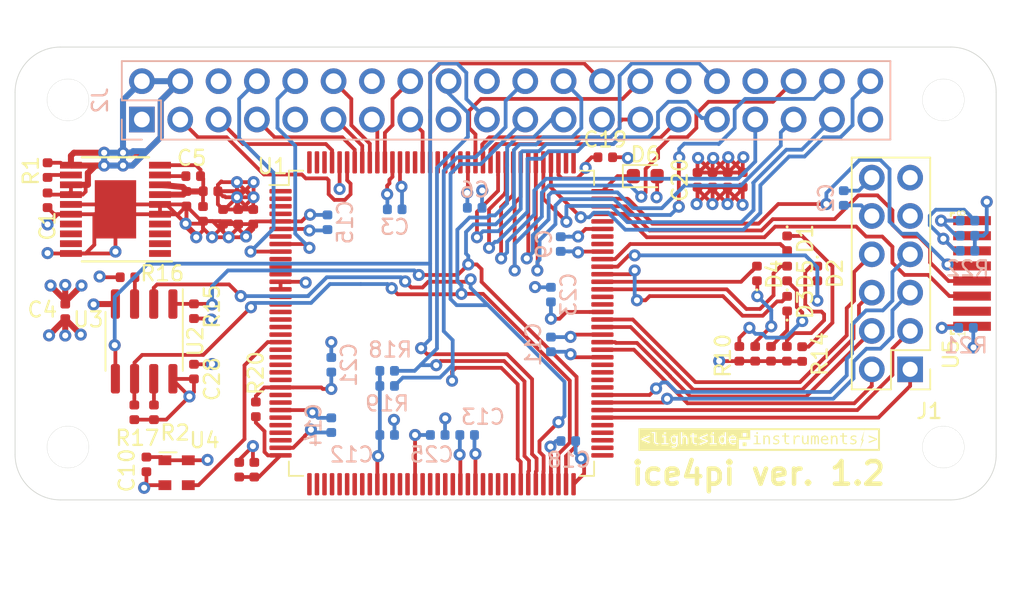
<source format=kicad_pcb>
(kicad_pcb (version 20171130) (host pcbnew 5.0.2+dfsg1-1)
  (layers (0 F.Cu signal) (1 In1.Cu power) (2 In2.Cu power) (31 B.Cu signal) (34 B.Paste user) (35 F.Paste user) (36 B.SilkS user) (37 F.SilkS user) (38 B.Mask user) (39 F.Mask user) (44 Edge.Cuts user))
  (net 0 "")
  (net 1 "Net-(U1-Pad1)")
  (net 2 "Net-(U1-Pad2)")
  (net 3 "Net-(U1-Pad3)")
  (net 4 "Net-(U1-Pad4)")
  (net 5 GND)
  (net 6 "Net-(U1-Pad7)")
  (net 7 "Net-(U1-Pad10)")
  (net 8 "Net-(U1-Pad11)")
  (net 9 "Net-(U1-Pad12)")
  (net 10 "Net-(U1-Pad15)")
  (net 11 "Net-(U1-Pad16)")
  (net 12 "Net-(U1-Pad17)")
  (net 13 "Net-(U1-Pad18)")
  (net 14 "Net-(U1-Pad19)")
  (net 15 "Net-(U1-Pad20)")
  (net 16 "Net-(U1-Pad22)")
  (net 17 "Net-(U1-Pad23)")
  (net 18 "Net-(U1-Pad24)")
  (net 19 "Net-(U1-Pad25)")
  (net 20 "Net-(U1-Pad26)")
  (net 21 "Net-(U1-Pad28)")
  (net 22 "Net-(U1-Pad29)")
  (net 23 "Net-(U1-Pad31)")
  (net 24 "Net-(U1-Pad32)")
  (net 25 "Net-(U1-Pad33)")
  (net 26 "Net-(U1-Pad34)")
  (net 27 "Net-(U1-Pad37)")
  (net 28 "Net-(U1-Pad38)")
  (net 29 "Net-(U1-Pad39)")
  (net 30 "Net-(U1-Pad40)")
  (net 31 "Net-(U1-Pad41)")
  (net 32 "Net-(U1-Pad42)")
  (net 33 "Net-(U1-Pad43)")
  (net 34 "Net-(U1-Pad44)")
  (net 35 "Net-(U1-Pad45)")
  (net 36 "Net-(U1-Pad47)")
  (net 37 "Net-(U1-Pad48)")
  (net 38 "Net-(U1-Pad49)")
  (net 39 "Net-(U1-Pad50)")
  (net 40 "Net-(U1-Pad52)")
  (net 41 "Net-(U1-Pad53)")
  (net 42 "Net-(U1-Pad54)")
  (net 43 "Net-(U1-Pad55)")
  (net 44 "Net-(U1-Pad56)")
  (net 45 "Net-(U1-Pad58)")
  (net 46 "Net-(U1-Pad60)")
  (net 47 "Net-(U1-Pad61)")
  (net 48 "Net-(U1-Pad62)")
  (net 49 "Net-(U1-Pad63)")
  (net 50 "Net-(U1-Pad64)")
  (net 51 "Net-(U1-Pad73)")
  (net 52 "Net-(U1-Pad74)")
  (net 53 "Net-(U1-Pad75)")
  (net 54 "Net-(U1-Pad76)")
  (net 55 "Net-(U1-Pad77)")
  (net 56 "Net-(U1-Pad82)")
  (net 57 "Net-(U1-Pad83)")
  (net 58 "Net-(U1-Pad84)")
  (net 59 "Net-(U1-Pad85)")
  (net 60 "Net-(U1-Pad93)")
  (net 61 "Net-(U1-Pad94)")
  (net 62 "Net-(U1-Pad101)")
  (net 63 "Net-(U1-Pad102)")
  (net 64 "Net-(U1-Pad104)")
  (net 65 "Net-(U1-Pad109)")
  (net 66 "Net-(U1-Pad110)")
  (net 67 "Net-(U1-Pad124)")
  (net 68 "Net-(U1-Pad125)")
  (net 69 "Net-(U1-Pad126)")
  (net 70 "Net-(U1-Pad127)")
  (net 71 "Net-(U1-Pad130)")
  (net 72 "Net-(U1-Pad131)")
  (net 73 12MHz)
  (net 74 iCE_CDONE)
  (net 75 iCE_CREST)
  (net 76 iCE_MOSI)
  (net 77 iCE_MISO)
  (net 78 iCE_SCK)
  (net 79 iCE_SS_B)
  (net 80 "Net-(R1-Pad2)")
  (net 81 "Net-(R2-Pad2)")
  (net 82 +3V3)
  (net 83 +5V)
  (net 84 "Net-(C5-Pad2)")
  (net 85 "Net-(C5-Pad1)")
  (net 86 +1V2)
  (net 87 "Net-(C26-Pad1)")
  (net 88 LED4)
  (net 89 "Net-(D1-Pad1)")
  (net 90 "Net-(D2-Pad1)")
  (net 91 LED3)
  (net 92 "Net-(D3-Pad1)")
  (net 93 LED2)
  (net 94 LED1)
  (net 95 "Net-(D4-Pad1)")
  (net 96 "Net-(D5-Pad1)")
  (net 97 LED0)
  (net 98 PIO1_02)
  (net 99 PIO1_03)
  (net 100 PIO1_04)
  (net 101 PIO1_05)
  (net 102 PIO1_06)
  (net 103 PIO1_07)
  (net 104 PIO1_08)
  (net 105 PIO1_09)
  (net 106 "Net-(R16-Pad2)")
  (net 107 PIO0_09)
  (net 108 PIO0_08)
  (net 109 PIO0_07)
  (net 110 PIO0_06)
  (net 111 PIO0_05)
  (net 112 PIO0_04)
  (net 113 PIO0_03)
  (net 114 PIO0_02)
  (net 115 "Net-(D6-Pad1)")
  (net 116 RS232_Tx_TTL)
  (net 117 RS232_Rx_TTL)
  (net 118 IR_SD)
  (net 119 IR_RXD)
  (net 120 IR_TXD)
  (net 121 "Net-(R21-Pad1)")
  (net 122 "Net-(U5-Pad2)")
  (net 123 "Net-(C32-Pad1)")
  (net 124 "Net-(U5-Pad7)")
  (net 125 "Net-(C31-Pad2)")
  (net 126 "Net-(U3-Pad1)")
  (net 127 "Net-(U3-Pad2)")
  (net 128 "Net-(U3-Pad3)")
  (net 129 "Net-(U3-Pad4)")
  (net 130 "Net-(U3-Pad17)")
  (net 131 "Net-(U3-Pad18)")
  (net 132 "Net-(U3-Pad19)")
  (net 133 PIO0_10)
  (net 134 PIO0_12)
  (net 135 PIO0_11)
  (net 136 PIO0_13)
  (net 137 PIO0_14)
  (net 138 PIO0_15)
  (net 139 PIO0_16)
  (net 140 PIO0_21)
  (net 141 PIO0_20)
  (net 142 PIO0_19)
  (net 143 PIO0_18)
  (net 144 PIO0_17)
  (net 145 "Net-(U1-Pad144)")
  (net 146 "Net-(U1-Pad143)")
  (net 147 "Net-(U1-Pad142)")
  (module ice4pi:lsi-logo-16mm (layer F.Cu) (at 99.3 75.55)
    (fp_text reference svg2mod hide)
    (fp_text value G*** hide)
  )
  (module ice4pi:PinSocket_2x20_P2.54mm_Vertical_1_04mm (layer B.Cu) (at 58.4 53.8 270)
    (fp_text reference J2 (at -1.27 2.77 270) (layer B.SilkS) (effects (justify mirror)))
    (fp_text value Raspberry_Pi_2_3)
    (pad 40 thru_hole oval (at -2.54 -48.26 270) (size 1.7 1.7) (drill 1.04) (layers *.Cu *.Mask) (net 114 PIO0_02))
    (pad 39 thru_hole oval (at 0 -48.26 270) (size 1.7 1.7) (drill 1.04) (layers *.Cu *.Mask) (net 5 GND))
    (pad 38 thru_hole oval (at -2.54 -45.72 270) (size 1.7 1.7) (drill 1.04) (layers *.Cu *.Mask) (net 112 PIO0_04))
    (pad 37 thru_hole oval (at 0 -45.72 270) (size 1.7 1.7) (drill 1.04) (layers *.Cu *.Mask) (net 113 PIO0_03))
    (pad 36 thru_hole oval (at -2.54 -43.18 270) (size 1.7 1.7) (drill 1.04) (layers *.Cu *.Mask) (net 110 PIO0_06))
    (pad 35 thru_hole oval (at 0 -43.18 270) (size 1.7 1.7) (drill 1.04) (layers *.Cu *.Mask) (net 111 PIO0_05))
    (pad 34 thru_hole oval (at -2.54 -40.64 270) (size 1.7 1.7) (drill 1.04) (layers *.Cu *.Mask) (net 5 GND))
    (pad 33 thru_hole oval (at 0 -40.64 270) (size 1.7 1.7) (drill 1.04) (layers *.Cu *.Mask) (net 109 PIO0_07))
    (pad 32 thru_hole oval (at -2.54 -38.1 270) (size 1.7 1.7) (drill 1.04) (layers *.Cu *.Mask) (net 107 PIO0_09))
    (pad 31 thru_hole oval (at 0 -38.1 270) (size 1.7 1.7) (drill 1.04) (layers *.Cu *.Mask) (net 108 PIO0_08))
    (pad 30 thru_hole oval (at -2.54 -35.56 270) (size 1.7 1.7) (drill 1.04) (layers *.Cu *.Mask) (net 5 GND))
    (pad 29 thru_hole oval (at 0 -35.56 270) (size 1.7 1.7) (drill 1.04) (layers *.Cu *.Mask) (net 133 PIO0_10))
    (pad 28 thru_hole oval (at -2.54 -33.02 270) (size 1.7 1.7) (drill 1.04) (layers *.Cu *.Mask) (net 134 PIO0_12))
    (pad 27 thru_hole oval (at 0 -33.02 270) (size 1.7 1.7) (drill 1.04) (layers *.Cu *.Mask) (net 135 PIO0_11))
    (pad 26 thru_hole oval (at -2.54 -30.48 270) (size 1.7 1.7) (drill 1.04) (layers *.Cu *.Mask) (net 136 PIO0_13))
    (pad 25 thru_hole oval (at 0 -30.48 270) (size 1.7 1.7) (drill 1.04) (layers *.Cu *.Mask) (net 5 GND))
    (pad 24 thru_hole oval (at -2.54 -27.94 270) (size 1.7 1.7) (drill 1.04) (layers *.Cu *.Mask) (net 79 iCE_SS_B))
    (pad 23 thru_hole oval (at 0 -27.94 270) (size 1.7 1.7) (drill 1.04) (layers *.Cu *.Mask) (net 78 iCE_SCK))
    (pad 22 thru_hole oval (at -2.54 -25.4 270) (size 1.7 1.7) (drill 1.04) (layers *.Cu *.Mask) (net 74 iCE_CDONE))
    (pad 21 thru_hole oval (at 0 -25.4 270) (size 1.7 1.7) (drill 1.04) (layers *.Cu *.Mask) (net 77 iCE_MISO))
    (pad 20 thru_hole oval (at -2.54 -22.86 270) (size 1.7 1.7) (drill 1.04) (layers *.Cu *.Mask) (net 5 GND))
    (pad 19 thru_hole oval (at 0 -22.86 270) (size 1.7 1.7) (drill 1.04) (layers *.Cu *.Mask) (net 76 iCE_MOSI))
    (pad 18 thru_hole oval (at -2.54 -20.32 270) (size 1.7 1.7) (drill 1.04) (layers *.Cu *.Mask) (net 75 iCE_CREST))
    (pad 17 thru_hole oval (at 0 -20.32 270) (size 1.7 1.7) (drill 1.04) (layers *.Cu *.Mask) (net 82 +3V3))
    (pad 16 thru_hole oval (at -2.54 -17.78 270) (size 1.7 1.7) (drill 1.04) (layers *.Cu *.Mask) (net 138 PIO0_15))
    (pad 15 thru_hole oval (at 0 -17.78 270) (size 1.7 1.7) (drill 1.04) (layers *.Cu *.Mask) (net 137 PIO0_14))
    (pad 14 thru_hole oval (at -2.54 -15.24 270) (size 1.7 1.7) (drill 1.04) (layers *.Cu *.Mask) (net 5 GND))
    (pad 13 thru_hole oval (at 0 -15.24 270) (size 1.7 1.7) (drill 1.04) (layers *.Cu *.Mask) (net 139 PIO0_16))
    (pad 12 thru_hole oval (at -2.54 -12.7 270) (size 1.7 1.7) (drill 1.04) (layers *.Cu *.Mask) (net 144 PIO0_17))
    (pad 11 thru_hole oval (at 0 -12.7 270) (size 1.7 1.7) (drill 1.04) (layers *.Cu *.Mask) (net 143 PIO0_18))
    (pad 10 thru_hole oval (at -2.54 -10.16 270) (size 1.7 1.7) (drill 1.04) (layers *.Cu *.Mask) (net 116 RS232_Tx_TTL))
    (pad 9 thru_hole oval (at 0 -10.16 270) (size 1.7 1.7) (drill 1.04) (layers *.Cu *.Mask) (net 5 GND))
    (pad 8 thru_hole oval (at -2.54 -7.62 270) (size 1.7 1.7) (drill 1.04) (layers *.Cu *.Mask) (net 117 RS232_Rx_TTL))
    (pad 7 thru_hole oval (at 0 -7.62 270) (size 1.7 1.7) (drill 1.04) (layers *.Cu *.Mask) (net 142 PIO0_19))
    (pad 6 thru_hole oval (at -2.54 -5.08 270) (size 1.7 1.7) (drill 1.04) (layers *.Cu *.Mask) (net 5 GND))
    (pad 5 thru_hole oval (at 0 -5.08 270) (size 1.7 1.7) (drill 1.04) (layers *.Cu *.Mask) (net 140 PIO0_21))
    (pad 4 thru_hole oval (at -2.54 -2.54 270) (size 1.7 1.7) (drill 1.04) (layers *.Cu *.Mask) (net 83 +5V))
    (pad 3 thru_hole oval (at 0 -2.54 270) (size 1.7 1.7) (drill 1.04) (layers *.Cu *.Mask) (net 141 PIO0_20))
    (pad 2 thru_hole oval (at -2.54 0 270) (size 1.7 1.7) (drill 1.04) (layers *.Cu *.Mask) (net 83 +5V))
    (pad 1 thru_hole rect (at 0 0 270) (size 1.7 1.7) (drill 1.04) (layers *.Cu *.Mask) (net 82 +3V3))
  )
  (module ice4pi:TFDU4101-TR3 (layer F.Cu) (at 113.4 64 90)
    (fp_text reference U5 (at -5.35 -1.4 270) (layer F.SilkS))
    (fp_text value TFDU4101-TR3)
    (fp_text user 8 (at 4 -0.7 90) (layer F.SilkS) (effects (font (size 0.5 0.5) (thickness 0.05))))
    (fp_text user 1 (at -4 -0.7 90) (layer F.SilkS) (effects (font (size 0.5 0.5) (thickness 0.05))))
    (pad 8 smd rect (at 3.5 0 90) (size 0.6 2.5) (layers F.Cu F.Paste F.Mask) (net 125 "Net-(C31-Pad2)"))
    (pad 7 smd rect (at 2.5 0 90) (size 0.6 2.5) (layers F.Cu F.Paste F.Mask) (net 124 "Net-(U5-Pad7)"))
    (pad 6 smd rect (at 1.5 0 90) (size 0.6 2.5) (layers F.Cu F.Paste F.Mask) (net 123 "Net-(C32-Pad1)"))
    (pad 5 smd rect (at 0.5 0 90) (size 0.6 2.5) (layers F.Cu F.Paste F.Mask) (net 118 IR_SD))
    (pad 4 smd rect (at -0.5 0 90) (size 0.6 2.5) (layers F.Cu F.Paste F.Mask) (net 119 IR_RXD))
    (pad 3 smd rect (at -1.5 0 90) (size 0.6 2.5) (layers F.Cu F.Paste F.Mask) (net 120 IR_TXD))
    (pad 2 smd rect (at -2.5 0 90) (size 0.6 2.5) (layers F.Cu F.Paste F.Mask) (net 122 "Net-(U5-Pad2)"))
    (pad 1 smd rect (at -3.5 0 90) (size 0.6 2.5) (layers F.Cu F.Paste F.Mask) (net 121 "Net-(R21-Pad1)"))
  )
  (module ice4pi:PinSocket_2x06_P2.54mm_Vertical_1to6_7to12 (layer F.Cu) (at 109.3 70.35 180)
    (fp_text reference J1 (at -1.27 -2.77 180) (layer F.SilkS))
    (fp_text value "Pmod 2x6")
    (pad 1 thru_hole rect (at 0 0 180) (size 1.7 1.7) (drill 1) (layers *.Cu *.Mask) (net 98 PIO1_02))
    (pad 7 thru_hole oval (at 2.54 0 180) (size 1.7 1.7) (drill 1) (layers *.Cu *.Mask) (net 102 PIO1_06))
    (pad 2 thru_hole oval (at 0 2.54 180) (size 1.7 1.7) (drill 1) (layers *.Cu *.Mask) (net 99 PIO1_03))
    (pad 8 thru_hole oval (at 2.54 2.54 180) (size 1.7 1.7) (drill 1) (layers *.Cu *.Mask) (net 103 PIO1_07))
    (pad 3 thru_hole oval (at 0 5.08 180) (size 1.7 1.7) (drill 1) (layers *.Cu *.Mask) (net 100 PIO1_04))
    (pad 9 thru_hole oval (at 2.54 5.08 180) (size 1.7 1.7) (drill 1) (layers *.Cu *.Mask) (net 104 PIO1_08))
    (pad 4 thru_hole oval (at 0 7.62 180) (size 1.7 1.7) (drill 1) (layers *.Cu *.Mask) (net 101 PIO1_05))
    (pad 10 thru_hole oval (at 2.54 7.62 180) (size 1.7 1.7) (drill 1) (layers *.Cu *.Mask) (net 105 PIO1_09))
    (pad 5 thru_hole oval (at 0 10.16 180) (size 1.7 1.7) (drill 1) (layers *.Cu *.Mask) (net 5 GND))
    (pad 11 thru_hole oval (at 2.54 10.16 180) (size 1.7 1.7) (drill 1) (layers *.Cu *.Mask) (net 5 GND))
    (pad 6 thru_hole oval (at 0 12.7 180) (size 1.7 1.7) (drill 1) (layers *.Cu *.Mask) (net 82 +3V3))
    (pad 12 thru_hole oval (at 2.54 12.7 180) (size 1.7 1.7) (drill 1) (layers *.Cu *.Mask) (net 82 +3V3))
  )
  (module Package_QFP:TQFP-144_20x20mm_P0.5mm (layer F.Cu) (at 78.25 67.3)
    (fp_text reference U1 (at -11.2 -10.4) (layer F.SilkS))
    (fp_text value ICE40HX1K-TQ144)
    (pad 144 smd roundrect (at -8.75 -10.6625) (size 0.3 1.475) (layers F.Cu F.Paste F.Mask) (net 145 "Net-(U1-Pad144)"))
    (pad 143 smd roundrect (at -8.25 -10.6625) (size 0.3 1.475) (layers F.Cu F.Paste F.Mask) (net 146 "Net-(U1-Pad143)"))
    (pad 142 smd roundrect (at -7.75 -10.6625) (size 0.3 1.475) (layers F.Cu F.Paste F.Mask) (net 147 "Net-(U1-Pad142)"))
    (pad 141 smd roundrect (at -7.25 -10.6625) (size 0.3 1.475) (layers F.Cu F.Paste F.Mask) (net 140 PIO0_21))
    (pad 140 smd roundrect (at -6.75 -10.6625) (size 0.3 1.475) (layers F.Cu F.Paste F.Mask) (net 5 GND))
    (pad 139 smd roundrect (at -6.25 -10.6625) (size 0.3 1.475) (layers F.Cu F.Paste F.Mask) (net 141 PIO0_20))
    (pad 138 smd roundrect (at -5.75 -10.6625) (size 0.3 1.475) (layers F.Cu F.Paste F.Mask) (net 142 PIO0_19))
    (pad 137 smd roundrect (at -5.25 -10.6625) (size 0.3 1.475) (layers F.Cu F.Paste F.Mask) (net 143 PIO0_18))
    (pad 136 smd roundrect (at -4.75 -10.6625) (size 0.3 1.475) (layers F.Cu F.Paste F.Mask) (net 144 PIO0_17))
    (pad 135 smd roundrect (at -4.25 -10.6625) (size 0.3 1.475) (layers F.Cu F.Paste F.Mask) (net 139 PIO0_16))
    (pad 134 smd roundrect (at -3.75 -10.6625) (size 0.3 1.475) (layers F.Cu F.Paste F.Mask) (net 138 PIO0_15))
    (pad 133 smd roundrect (at -3.25 -10.6625) (size 0.3 1.475) (layers F.Cu F.Paste F.Mask) (net 82 +3V3))
    (pad 132 smd roundrect (at -2.75 -10.6625) (size 0.3 1.475) (layers F.Cu F.Paste F.Mask) (net 5 GND))
    (pad 131 smd roundrect (at -2.25 -10.6625) (size 0.3 1.475) (layers F.Cu F.Paste F.Mask) (net 72 "Net-(U1-Pad131)"))
    (pad 130 smd roundrect (at -1.75 -10.6625) (size 0.3 1.475) (layers F.Cu F.Paste F.Mask) (net 71 "Net-(U1-Pad130)"))
    (pad 129 smd roundrect (at -1.25 -10.6625) (size 0.3 1.475) (layers F.Cu F.Paste F.Mask) (net 137 PIO0_14))
    (pad 128 smd roundrect (at -0.75 -10.6625) (size 0.3 1.475) (layers F.Cu F.Paste F.Mask) (net 136 PIO0_13))
    (pad 127 smd roundrect (at -0.25 -10.6625) (size 0.3 1.475) (layers F.Cu F.Paste F.Mask) (net 70 "Net-(U1-Pad127)"))
    (pad 126 smd roundrect (at 0.25 -10.6625) (size 0.3 1.475) (layers F.Cu F.Paste F.Mask) (net 69 "Net-(U1-Pad126)"))
    (pad 125 smd roundrect (at 0.75 -10.6625) (size 0.3 1.475) (layers F.Cu F.Paste F.Mask) (net 68 "Net-(U1-Pad125)"))
    (pad 124 smd roundrect (at 1.25 -10.6625) (size 0.3 1.475) (layers F.Cu F.Paste F.Mask) (net 67 "Net-(U1-Pad124)"))
    (pad 123 smd roundrect (at 1.75 -10.6625) (size 0.3 1.475) (layers F.Cu F.Paste F.Mask) (net 82 +3V3))
    (pad 122 smd roundrect (at 2.25 -10.6625) (size 0.3 1.475) (layers F.Cu F.Paste F.Mask) (net 134 PIO0_12))
    (pad 121 smd roundrect (at 2.75 -10.6625) (size 0.3 1.475) (layers F.Cu F.Paste F.Mask) (net 135 PIO0_11))
    (pad 120 smd roundrect (at 3.25 -10.6625) (size 0.3 1.475) (layers F.Cu F.Paste F.Mask) (net 133 PIO0_10))
    (pad 119 smd roundrect (at 3.75 -10.6625) (size 0.3 1.475) (layers F.Cu F.Paste F.Mask) (net 107 PIO0_09))
    (pad 118 smd roundrect (at 4.25 -10.6625) (size 0.3 1.475) (layers F.Cu F.Paste F.Mask) (net 108 PIO0_08))
    (pad 117 smd roundrect (at 4.75 -10.6625) (size 0.3 1.475) (layers F.Cu F.Paste F.Mask) (net 109 PIO0_07))
    (pad 116 smd roundrect (at 5.25 -10.6625) (size 0.3 1.475) (layers F.Cu F.Paste F.Mask) (net 110 PIO0_06))
    (pad 115 smd roundrect (at 5.75 -10.6625) (size 0.3 1.475) (layers F.Cu F.Paste F.Mask) (net 111 PIO0_05))
    (pad 114 smd roundrect (at 6.25 -10.6625) (size 0.3 1.475) (layers F.Cu F.Paste F.Mask) (net 112 PIO0_04))
    (pad 113 smd roundrect (at 6.75 -10.6625) (size 0.3 1.475) (layers F.Cu F.Paste F.Mask) (net 113 PIO0_03))
    (pad 112 smd roundrect (at 7.25 -10.6625) (size 0.3 1.475) (layers F.Cu F.Paste F.Mask) (net 114 PIO0_02))
    (pad 111 smd roundrect (at 7.75 -10.6625) (size 0.3 1.475) (layers F.Cu F.Paste F.Mask) (net 86 +1V2))
    (pad 110 smd roundrect (at 8.25 -10.6625) (size 0.3 1.475) (layers F.Cu F.Paste F.Mask) (net 66 "Net-(U1-Pad110)"))
    (pad 109 smd roundrect (at 8.75 -10.6625) (size 0.3 1.475) (layers F.Cu F.Paste F.Mask) (net 65 "Net-(U1-Pad109)"))
    (pad 108 smd roundrect (at 10.6625 -8.75) (size 1.475 0.3) (layers F.Cu F.Paste F.Mask) (net 115 "Net-(D6-Pad1)"))
    (pad 107 smd roundrect (at 10.6625 -8.25) (size 1.475 0.3) (layers F.Cu F.Paste F.Mask) (net 118 IR_SD))
    (pad 106 smd roundrect (at 10.6625 -7.75) (size 1.475 0.3) (layers F.Cu F.Paste F.Mask) (net 119 IR_RXD))
    (pad 105 smd roundrect (at 10.6625 -7.25) (size 1.475 0.3) (layers F.Cu F.Paste F.Mask) (net 120 IR_TXD))
    (pad 104 smd roundrect (at 10.6625 -6.75) (size 1.475 0.3) (layers F.Cu F.Paste F.Mask) (net 64 "Net-(U1-Pad104)"))
    (pad 103 smd roundrect (at 10.6625 -6.25) (size 1.475 0.3) (layers F.Cu F.Paste F.Mask) (net 5 GND))
    (pad 102 smd roundrect (at 10.6625 -5.75) (size 1.475 0.3) (layers F.Cu F.Paste F.Mask) (net 63 "Net-(U1-Pad102)"))
    (pad 101 smd roundrect (at 10.6625 -5.25) (size 1.475 0.3) (layers F.Cu F.Paste F.Mask) (net 62 "Net-(U1-Pad101)"))
    (pad 100 smd roundrect (at 10.6625 -4.75) (size 1.475 0.3) (layers F.Cu F.Paste F.Mask) (net 82 +3V3))
    (pad 99 smd roundrect (at 10.6625 -4.25) (size 1.475 0.3) (layers F.Cu F.Paste F.Mask) (net 97 LED0))
    (pad 98 smd roundrect (at 10.6625 -3.75) (size 1.475 0.3) (layers F.Cu F.Paste F.Mask) (net 94 LED1))
    (pad 97 smd roundrect (at 10.6625 -3.25) (size 1.475 0.3) (layers F.Cu F.Paste F.Mask) (net 93 LED2))
    (pad 96 smd roundrect (at 10.6625 -2.75) (size 1.475 0.3) (layers F.Cu F.Paste F.Mask) (net 91 LED3))
    (pad 95 smd roundrect (at 10.6625 -2.25) (size 1.475 0.3) (layers F.Cu F.Paste F.Mask) (net 88 LED4))
    (pad 94 smd roundrect (at 10.6625 -1.75) (size 1.475 0.3) (layers F.Cu F.Paste F.Mask) (net 61 "Net-(U1-Pad94)"))
    (pad 93 smd roundrect (at 10.6625 -1.25) (size 1.475 0.3) (layers F.Cu F.Paste F.Mask) (net 60 "Net-(U1-Pad93)"))
    (pad 92 smd roundrect (at 10.6625 -0.75) (size 1.475 0.3) (layers F.Cu F.Paste F.Mask) (net 86 +1V2))
    (pad 91 smd roundrect (at 10.6625 -0.25) (size 1.475 0.3) (layers F.Cu F.Paste F.Mask) (net 105 PIO1_09))
    (pad 90 smd roundrect (at 10.6625 0.25) (size 1.475 0.3) (layers F.Cu F.Paste F.Mask) (net 104 PIO1_08))
    (pad 89 smd roundrect (at 10.6625 0.75) (size 1.475 0.3) (layers F.Cu F.Paste F.Mask) (net 82 +3V3))
    (pad 88 smd roundrect (at 10.6625 1.25) (size 1.475 0.3) (layers F.Cu F.Paste F.Mask) (net 103 PIO1_07))
    (pad 87 smd roundrect (at 10.6625 1.75) (size 1.475 0.3) (layers F.Cu F.Paste F.Mask) (net 102 PIO1_06))
    (pad 86 smd roundrect (at 10.6625 2.25) (size 1.475 0.3) (layers F.Cu F.Paste F.Mask) (net 5 GND))
    (pad 85 smd roundrect (at 10.6625 2.75) (size 1.475 0.3) (layers F.Cu F.Paste F.Mask) (net 59 "Net-(U1-Pad85)"))
    (pad 84 smd roundrect (at 10.6625 3.25) (size 1.475 0.3) (layers F.Cu F.Paste F.Mask) (net 58 "Net-(U1-Pad84)"))
    (pad 83 smd roundrect (at 10.6625 3.75) (size 1.475 0.3) (layers F.Cu F.Paste F.Mask) (net 57 "Net-(U1-Pad83)"))
    (pad 82 smd roundrect (at 10.6625 4.25) (size 1.475 0.3) (layers F.Cu F.Paste F.Mask) (net 56 "Net-(U1-Pad82)"))
    (pad 81 smd roundrect (at 10.6625 4.75) (size 1.475 0.3) (layers F.Cu F.Paste F.Mask) (net 101 PIO1_05))
    (pad 80 smd roundrect (at 10.6625 5.25) (size 1.475 0.3) (layers F.Cu F.Paste F.Mask) (net 100 PIO1_04))
    (pad 79 smd roundrect (at 10.6625 5.75) (size 1.475 0.3) (layers F.Cu F.Paste F.Mask) (net 99 PIO1_03))
    (pad 78 smd roundrect (at 10.6625 6.25) (size 1.475 0.3) (layers F.Cu F.Paste F.Mask) (net 98 PIO1_02))
    (pad 77 smd roundrect (at 10.6625 6.75) (size 1.475 0.3) (layers F.Cu F.Paste F.Mask) (net 55 "Net-(U1-Pad77)"))
    (pad 76 smd roundrect (at 10.6625 7.25) (size 1.475 0.3) (layers F.Cu F.Paste F.Mask) (net 54 "Net-(U1-Pad76)"))
    (pad 75 smd roundrect (at 10.6625 7.75) (size 1.475 0.3) (layers F.Cu F.Paste F.Mask) (net 53 "Net-(U1-Pad75)"))
    (pad 74 smd roundrect (at 10.6625 8.25) (size 1.475 0.3) (layers F.Cu F.Paste F.Mask) (net 52 "Net-(U1-Pad74)"))
    (pad 73 smd roundrect (at 10.6625 8.75) (size 1.475 0.3) (layers F.Cu F.Paste F.Mask) (net 51 "Net-(U1-Pad73)"))
    (pad 72 smd roundrect (at 8.75 10.6625) (size 0.3 1.475) (layers F.Cu F.Paste F.Mask) (net 82 +3V3))
    (pad 71 smd roundrect (at 8.25 10.6625) (size 0.3 1.475) (layers F.Cu F.Paste F.Mask) (net 79 iCE_SS_B))
    (pad 70 smd roundrect (at 7.75 10.6625) (size 0.3 1.475) (layers F.Cu F.Paste F.Mask) (net 78 iCE_SCK))
    (pad 69 smd roundrect (at 7.25 10.6625) (size 0.3 1.475) (layers F.Cu F.Paste F.Mask) (net 5 GND))
    (pad 68 smd roundrect (at 6.75 10.6625) (size 0.3 1.475) (layers F.Cu F.Paste F.Mask) (net 77 iCE_MISO))
    (pad 67 smd roundrect (at 6.25 10.6625) (size 0.3 1.475) (layers F.Cu F.Paste F.Mask) (net 76 iCE_MOSI))
    (pad 66 smd roundrect (at 5.75 10.6625) (size 0.3 1.475) (layers F.Cu F.Paste F.Mask) (net 75 iCE_CREST))
    (pad 65 smd roundrect (at 5.25 10.6625) (size 0.3 1.475) (layers F.Cu F.Paste F.Mask) (net 74 iCE_CDONE))
    (pad 64 smd roundrect (at 4.75 10.6625) (size 0.3 1.475) (layers F.Cu F.Paste F.Mask) (net 50 "Net-(U1-Pad64)"))
    (pad 63 smd roundrect (at 4.25 10.6625) (size 0.3 1.475) (layers F.Cu F.Paste F.Mask) (net 49 "Net-(U1-Pad63)"))
    (pad 62 smd roundrect (at 3.75 10.6625) (size 0.3 1.475) (layers F.Cu F.Paste F.Mask) (net 48 "Net-(U1-Pad62)"))
    (pad 61 smd roundrect (at 3.25 10.6625) (size 0.3 1.475) (layers F.Cu F.Paste F.Mask) (net 47 "Net-(U1-Pad61)"))
    (pad 60 smd roundrect (at 2.75 10.6625) (size 0.3 1.475) (layers F.Cu F.Paste F.Mask) (net 46 "Net-(U1-Pad60)"))
    (pad 59 smd roundrect (at 2.25 10.6625) (size 0.3 1.475) (layers F.Cu F.Paste F.Mask) (net 5 GND))
    (pad 58 smd roundrect (at 1.75 10.6625) (size 0.3 1.475) (layers F.Cu F.Paste F.Mask) (net 45 "Net-(U1-Pad58)"))
    (pad 57 smd roundrect (at 1.25 10.6625) (size 0.3 1.475) (layers F.Cu F.Paste F.Mask) (net 82 +3V3))
    (pad 56 smd roundrect (at 0.75 10.6625) (size 0.3 1.475) (layers F.Cu F.Paste F.Mask) (net 44 "Net-(U1-Pad56)"))
    (pad 55 smd roundrect (at 0.25 10.6625) (size 0.3 1.475) (layers F.Cu F.Paste F.Mask) (net 43 "Net-(U1-Pad55)"))
    (pad 54 smd roundrect (at -0.25 10.6625) (size 0.3 1.475) (layers F.Cu F.Paste F.Mask) (net 42 "Net-(U1-Pad54)"))
    (pad 53 smd roundrect (at -0.75 10.6625) (size 0.3 1.475) (layers F.Cu F.Paste F.Mask) (net 41 "Net-(U1-Pad53)"))
    (pad 52 smd roundrect (at -1.25 10.6625) (size 0.3 1.475) (layers F.Cu F.Paste F.Mask) (net 40 "Net-(U1-Pad52)"))
    (pad 51 smd roundrect (at -1.75 10.6625) (size 0.3 1.475) (layers F.Cu F.Paste F.Mask) (net 86 +1V2))
    (pad 50 smd roundrect (at -2.25 10.6625) (size 0.3 1.475) (layers F.Cu F.Paste F.Mask) (net 39 "Net-(U1-Pad50)"))
    (pad 49 smd roundrect (at -2.75 10.6625) (size 0.3 1.475) (layers F.Cu F.Paste F.Mask) (net 38 "Net-(U1-Pad49)"))
    (pad 48 smd roundrect (at -3.25 10.6625) (size 0.3 1.475) (layers F.Cu F.Paste F.Mask) (net 37 "Net-(U1-Pad48)"))
    (pad 47 smd roundrect (at -3.75 10.6625) (size 0.3 1.475) (layers F.Cu F.Paste F.Mask) (net 36 "Net-(U1-Pad47)"))
    (pad 46 smd roundrect (at -4.25 10.6625) (size 0.3 1.475) (layers F.Cu F.Paste F.Mask) (net 82 +3V3))
    (pad 45 smd roundrect (at -4.75 10.6625) (size 0.3 1.475) (layers F.Cu F.Paste F.Mask) (net 35 "Net-(U1-Pad45)"))
    (pad 44 smd roundrect (at -5.25 10.6625) (size 0.3 1.475) (layers F.Cu F.Paste F.Mask) (net 34 "Net-(U1-Pad44)"))
    (pad 43 smd roundrect (at -5.75 10.6625) (size 0.3 1.475) (layers F.Cu F.Paste F.Mask) (net 33 "Net-(U1-Pad43)"))
    (pad 42 smd roundrect (at -6.25 10.6625) (size 0.3 1.475) (layers F.Cu F.Paste F.Mask) (net 32 "Net-(U1-Pad42)"))
    (pad 41 smd roundrect (at -6.75 10.6625) (size 0.3 1.475) (layers F.Cu F.Paste F.Mask) (net 31 "Net-(U1-Pad41)"))
    (pad 40 smd roundrect (at -7.25 10.6625) (size 0.3 1.475) (layers F.Cu F.Paste F.Mask) (net 30 "Net-(U1-Pad40)"))
    (pad 39 smd roundrect (at -7.75 10.6625) (size 0.3 1.475) (layers F.Cu F.Paste F.Mask) (net 29 "Net-(U1-Pad39)"))
    (pad 38 smd roundrect (at -8.25 10.6625) (size 0.3 1.475) (layers F.Cu F.Paste F.Mask) (net 28 "Net-(U1-Pad38)"))
    (pad 37 smd roundrect (at -8.75 10.6625) (size 0.3 1.475) (layers F.Cu F.Paste F.Mask) (net 27 "Net-(U1-Pad37)"))
    (pad 36 smd roundrect (at -10.6625 8.75) (size 1.475 0.3) (layers F.Cu F.Paste F.Mask) (net 87 "Net-(C26-Pad1)"))
    (pad 35 smd roundrect (at -10.6625 8.25) (size 1.475 0.3) (layers F.Cu F.Paste F.Mask) (net 5 GND))
    (pad 34 smd roundrect (at -10.6625 7.75) (size 1.475 0.3) (layers F.Cu F.Paste F.Mask) (net 26 "Net-(U1-Pad34)"))
    (pad 33 smd roundrect (at -10.6625 7.25) (size 1.475 0.3) (layers F.Cu F.Paste F.Mask) (net 25 "Net-(U1-Pad33)"))
    (pad 32 smd roundrect (at -10.6625 6.75) (size 1.475 0.3) (layers F.Cu F.Paste F.Mask) (net 24 "Net-(U1-Pad32)"))
    (pad 31 smd roundrect (at -10.6625 6.25) (size 1.475 0.3) (layers F.Cu F.Paste F.Mask) (net 23 "Net-(U1-Pad31)"))
    (pad 30 smd roundrect (at -10.6625 5.75) (size 1.475 0.3) (layers F.Cu F.Paste F.Mask) (net 82 +3V3))
    (pad 29 smd roundrect (at -10.6625 5.25) (size 1.475 0.3) (layers F.Cu F.Paste F.Mask) (net 22 "Net-(U1-Pad29)"))
    (pad 28 smd roundrect (at -10.6625 4.75) (size 1.475 0.3) (layers F.Cu F.Paste F.Mask) (net 21 "Net-(U1-Pad28)"))
    (pad 27 smd roundrect (at -10.6625 4.25) (size 1.475 0.3) (layers F.Cu F.Paste F.Mask) (net 86 +1V2))
    (pad 26 smd roundrect (at -10.6625 3.75) (size 1.475 0.3) (layers F.Cu F.Paste F.Mask) (net 20 "Net-(U1-Pad26)"))
    (pad 25 smd roundrect (at -10.6625 3.25) (size 1.475 0.3) (layers F.Cu F.Paste F.Mask) (net 19 "Net-(U1-Pad25)"))
    (pad 24 smd roundrect (at -10.6625 2.75) (size 1.475 0.3) (layers F.Cu F.Paste F.Mask) (net 18 "Net-(U1-Pad24)"))
    (pad 23 smd roundrect (at -10.6625 2.25) (size 1.475 0.3) (layers F.Cu F.Paste F.Mask) (net 17 "Net-(U1-Pad23)"))
    (pad 22 smd roundrect (at -10.6625 1.75) (size 1.475 0.3) (layers F.Cu F.Paste F.Mask) (net 16 "Net-(U1-Pad22)"))
    (pad 21 smd roundrect (at -10.6625 1.25) (size 1.475 0.3) (layers F.Cu F.Paste F.Mask) (net 73 12MHz))
    (pad 20 smd roundrect (at -10.6625 0.75) (size 1.475 0.3) (layers F.Cu F.Paste F.Mask) (net 15 "Net-(U1-Pad20)"))
    (pad 19 smd roundrect (at -10.6625 0.25) (size 1.475 0.3) (layers F.Cu F.Paste F.Mask) (net 14 "Net-(U1-Pad19)"))
    (pad 18 smd roundrect (at -10.6625 -0.25) (size 1.475 0.3) (layers F.Cu F.Paste F.Mask) (net 13 "Net-(U1-Pad18)"))
    (pad 17 smd roundrect (at -10.6625 -0.75) (size 1.475 0.3) (layers F.Cu F.Paste F.Mask) (net 12 "Net-(U1-Pad17)"))
    (pad 16 smd roundrect (at -10.6625 -1.25) (size 1.475 0.3) (layers F.Cu F.Paste F.Mask) (net 11 "Net-(U1-Pad16)"))
    (pad 15 smd roundrect (at -10.6625 -1.75) (size 1.475 0.3) (layers F.Cu F.Paste F.Mask) (net 10 "Net-(U1-Pad15)"))
    (pad 14 smd roundrect (at -10.6625 -2.25) (size 1.475 0.3) (layers F.Cu F.Paste F.Mask) (net 5 GND))
    (pad 13 smd roundrect (at -10.6625 -2.75) (size 1.475 0.3) (layers F.Cu F.Paste F.Mask) (net 5 GND))
    (pad 12 smd roundrect (at -10.6625 -3.25) (size 1.475 0.3) (layers F.Cu F.Paste F.Mask) (net 9 "Net-(U1-Pad12)"))
    (pad 11 smd roundrect (at -10.6625 -3.75) (size 1.475 0.3) (layers F.Cu F.Paste F.Mask) (net 8 "Net-(U1-Pad11)"))
    (pad 10 smd roundrect (at -10.6625 -4.25) (size 1.475 0.3) (layers F.Cu F.Paste F.Mask) (net 7 "Net-(U1-Pad10)"))
    (pad 9 smd roundrect (at -10.6625 -4.75) (size 1.475 0.3) (layers F.Cu F.Paste F.Mask) (net 117 RS232_Rx_TTL))
    (pad 8 smd roundrect (at -10.6625 -5.25) (size 1.475 0.3) (layers F.Cu F.Paste F.Mask) (net 116 RS232_Tx_TTL))
    (pad 7 smd roundrect (at -10.6625 -5.75) (size 1.475 0.3) (layers F.Cu F.Paste F.Mask) (net 6 "Net-(U1-Pad7)"))
    (pad 6 smd roundrect (at -10.6625 -6.25) (size 1.475 0.3) (layers F.Cu F.Paste F.Mask) (net 82 +3V3))
    (pad 5 smd roundrect (at -10.6625 -6.75) (size 1.475 0.3) (layers F.Cu F.Paste F.Mask) (net 5 GND))
    (pad 4 smd roundrect (at -10.6625 -7.25) (size 1.475 0.3) (layers F.Cu F.Paste F.Mask) (net 4 "Net-(U1-Pad4)"))
    (pad 3 smd roundrect (at -10.6625 -7.75) (size 1.475 0.3) (layers F.Cu F.Paste F.Mask) (net 3 "Net-(U1-Pad3)"))
    (pad 2 smd roundrect (at -10.6625 -8.25) (size 1.475 0.3) (layers F.Cu F.Paste F.Mask) (net 2 "Net-(U1-Pad2)"))
    (pad 1 smd roundrect (at -10.6625 -8.75) (size 1.475 0.3) (layers F.Cu F.Paste F.Mask) (net 1 "Net-(U1-Pad1)"))
  )
  (module Capacitor_SMD:C_0402_1005Metric (layer F.Cu) (at 89.1 56.3)
    (fp_text reference C19 (at 0 -1.17) (layer F.SilkS))
    (fp_text value 0.1uF)
    (pad 2 smd roundrect (at 0.485 0) (size 0.59 0.64) (layers F.Cu F.Paste F.Mask) (net 5 GND))
    (pad 1 smd roundrect (at -0.485 0) (size 0.59 0.64) (layers F.Cu F.Paste F.Mask) (net 86 +1V2))
  )
  (module Capacitor_SMD:C_0402_1005Metric (layer B.Cu) (at 113.1 61.5 180)
    (fp_text reference C31 hide)
    (fp_text value 4.7uF)
    (pad 1 smd roundrect (at -0.485 0 180) (size 0.59 0.64) (layers B.Cu B.Paste B.Mask) (net 82 +3V3))
    (pad 2 smd roundrect (at 0.485 0 180) (size 0.59 0.64) (layers B.Cu B.Paste B.Mask) (net 125 "Net-(C31-Pad2)"))
  )
  (module Capacitor_SMD:C_0402_1005Metric (layer F.Cu) (at 65.85 77 90)
    (fp_text reference C30 hide)
    (fp_text value 10uF)
    (pad 1 smd roundrect (at -0.485 0 90) (size 0.59 0.64) (layers F.Cu F.Paste F.Mask) (net 87 "Net-(C26-Pad1)"))
    (pad 2 smd roundrect (at 0.485 0 90) (size 0.59 0.64) (layers F.Cu F.Paste F.Mask) (net 5 GND))
  )
  (module Capacitor_SMD:C_0402_1005Metric (layer B.Cu) (at 113.1 60.5 180)
    (fp_text reference C32 hide)
    (fp_text value 0.1uF)
    (pad 2 smd roundrect (at 0.485 0 180) (size 0.59 0.64) (layers B.Cu B.Paste B.Mask) (net 125 "Net-(C31-Pad2)"))
    (pad 1 smd roundrect (at -0.485 0 180) (size 0.59 0.64) (layers B.Cu B.Paste B.Mask) (net 123 "Net-(C32-Pad1)"))
  )
  (module Resistor_SMD:R_0402_1005Metric (layer B.Cu) (at 113 67.6)
    (fp_text reference R21 (at 0 1.17) (layer B.SilkS) (effects (justify mirror)))
    (fp_text value 47)
    (pad 1 smd roundrect (at -0.485 0) (size 0.59 0.64) (layers B.Cu B.Paste B.Mask) (net 121 "Net-(R21-Pad1)"))
    (pad 2 smd roundrect (at 0.485 0) (size 0.59 0.64) (layers B.Cu B.Paste B.Mask) (net 82 +3V3))
  )
  (module Resistor_SMD:R_0402_1005Metric (layer B.Cu) (at 113.1 62.5)
    (fp_text reference R22 (at 0 1.17) (layer B.SilkS) (effects (justify mirror)))
    (fp_text value 47)
    (pad 2 smd roundrect (at 0.485 0) (size 0.59 0.64) (layers B.Cu B.Paste B.Mask) (net 82 +3V3))
    (pad 1 smd roundrect (at -0.485 0) (size 0.59 0.64) (layers B.Cu B.Paste B.Mask) (net 123 "Net-(C32-Pad1)"))
  )
  (module ice4pi:TSSOP-20_4.4x6.5mm_P0.65mm (layer F.Cu) (at 56.65 59.75 180)
    (fp_text reference U3 (at 1.8 -7.3 180) (layer F.SilkS))
    (fp_text value LT3030)
    (pad 1 smd rect (at -2.95 -2.925 180) (size 1.45 0.45) (layers F.Cu F.Paste F.Mask) (net 126 "Net-(U3-Pad1)"))
    (pad 2 smd rect (at -2.95 -2.275 180) (size 1.45 0.45) (layers F.Cu F.Paste F.Mask) (net 127 "Net-(U3-Pad2)"))
    (pad 3 smd rect (at -2.95 -1.625 180) (size 1.45 0.45) (layers F.Cu F.Paste F.Mask) (net 128 "Net-(U3-Pad3)"))
    (pad 4 smd rect (at -2.95 -0.975 180) (size 1.45 0.45) (layers F.Cu F.Paste F.Mask) (net 129 "Net-(U3-Pad4)"))
    (pad 5 smd rect (at -2.95 -0.325 180) (size 1.45 0.45) (layers F.Cu F.Paste F.Mask) (net 5 GND))
    (pad 6 smd rect (at -2.95 0.325 180) (size 1.45 0.45) (layers F.Cu F.Paste F.Mask) (net 5 GND))
    (pad 7 smd rect (at -2.95 0.975 180) (size 1.45 0.45) (layers F.Cu F.Paste F.Mask) (net 85 "Net-(C5-Pad1)"))
    (pad 8 smd rect (at -2.95 1.625 180) (size 1.45 0.45) (layers F.Cu F.Paste F.Mask) (net 85 "Net-(C5-Pad1)"))
    (pad 9 smd rect (at -2.95 2.275 180) (size 1.45 0.45) (layers F.Cu F.Paste F.Mask) (net 84 "Net-(C5-Pad2)"))
    (pad 10 smd rect (at -2.95 2.925 180) (size 1.45 0.45) (layers F.Cu F.Paste F.Mask) (net 85 "Net-(C5-Pad1)"))
    (pad 11 smd rect (at 2.95 2.925 180) (size 1.45 0.45) (layers F.Cu F.Paste F.Mask) (net 83 +5V))
    (pad 12 smd rect (at 2.95 2.275 180) (size 1.45 0.45) (layers F.Cu F.Paste F.Mask) (net 80 "Net-(R1-Pad2)"))
    (pad 13 smd rect (at 2.95 1.625 180) (size 1.45 0.45) (layers F.Cu F.Paste F.Mask) (net 83 +5V))
    (pad 14 smd rect (at 2.95 0.975 180) (size 1.45 0.45) (layers F.Cu F.Paste F.Mask) (net 83 +5V))
    (pad 15 smd rect (at 2.95 0.325 180) (size 1.45 0.45) (layers F.Cu F.Paste F.Mask) (net 5 GND))
    (pad 16 smd rect (at 2.95 -0.325 180) (size 1.45 0.45) (layers F.Cu F.Paste F.Mask) (net 5 GND))
    (pad 17 smd rect (at 2.95 -0.975 180) (size 1.45 0.45) (layers F.Cu F.Paste F.Mask) (net 130 "Net-(U3-Pad17)"))
    (pad 18 smd rect (at 2.95 -1.625 180) (size 1.45 0.45) (layers F.Cu F.Paste F.Mask) (net 131 "Net-(U3-Pad18)"))
    (pad 19 smd rect (at 2.95 -2.275 180) (size 1.45 0.45) (layers F.Cu F.Paste F.Mask) (net 132 "Net-(U3-Pad19)"))
    (pad 20 smd rect (at 2.95 -2.925 180) (size 1.45 0.45) (layers F.Cu F.Paste F.Mask) (net 5 GND))
    (pad 21 smd rect (at 0 0 180) (size 2.74 3.86) (layers F.Cu F.Paste F.Mask) (net 5 GND))
  )
  (module Package_SO:SOIC-8_3.9x4.9mm_P1.27mm (layer F.Cu) (at 58.55 68.5 270)
    (fp_text reference U2 (at 0 -3.4 270) (layer F.SilkS))
    (fp_text value W25Q32JVSSIQ)
    (pad 1 smd roundrect (at -2.475 -1.905 270) (size 1.95 0.6) (layers F.Cu F.Paste F.Mask) (net 79 iCE_SS_B))
    (pad 2 smd roundrect (at -2.475 -0.635 270) (size 1.95 0.6) (layers F.Cu F.Paste F.Mask) (net 77 iCE_MISO))
    (pad 3 smd roundrect (at -2.475 0.635 270) (size 1.95 0.6) (layers F.Cu F.Paste F.Mask) (net 106 "Net-(R16-Pad2)"))
    (pad 4 smd roundrect (at -2.475 1.905 270) (size 1.95 0.6) (layers F.Cu F.Paste F.Mask) (net 5 GND))
    (pad 5 smd roundrect (at 2.475 1.905 270) (size 1.95 0.6) (layers F.Cu F.Paste F.Mask) (net 76 iCE_MOSI))
    (pad 6 smd roundrect (at 2.475 0.635 270) (size 1.95 0.6) (layers F.Cu F.Paste F.Mask) (net 78 iCE_SCK))
    (pad 7 smd roundrect (at 2.475 -0.635 270) (size 1.95 0.6) (layers F.Cu F.Paste F.Mask) (net 81 "Net-(R2-Pad2)"))
    (pad 8 smd roundrect (at 2.475 -1.905 270) (size 1.95 0.6) (layers F.Cu F.Paste F.Mask) (net 82 +3V3))
  )
  (module Capacitor_SMD:C_0402_1005Metric (layer F.Cu) (at 52.15 59.15 270)
    (fp_text reference C1 (at 1.7 0 270) (layer F.SilkS))
    (fp_text value 10uF)
    (pad 1 smd roundrect (at -0.485 0 270) (size 0.59 0.64) (layers F.Cu F.Paste F.Mask) (net 83 +5V))
    (pad 2 smd roundrect (at 0.485 0 270) (size 0.59 0.64) (layers F.Cu F.Paste F.Mask) (net 5 GND))
  )
  (module Capacitor_SMD:C_0402_1005Metric (layer B.Cu) (at 104.9 59 270)
    (fp_text reference C2 (at 0 1.17 270) (layer B.SilkS) (effects (justify mirror)))
    (fp_text value 0.1uF)
    (pad 2 smd roundrect (at 0.485 0 270) (size 0.59 0.64) (layers B.Cu B.Paste B.Mask) (net 5 GND))
    (pad 1 smd roundrect (at -0.485 0 270) (size 0.59 0.64) (layers B.Cu B.Paste B.Mask) (net 82 +3V3))
  )
  (module Capacitor_SMD:C_0402_1005Metric (layer B.Cu) (at 75.15 59.75)
    (fp_text reference C3 (at 0 1.17) (layer B.SilkS) (effects (justify mirror)))
    (fp_text value 0.1uF)
    (pad 1 smd roundrect (at -0.485 0) (size 0.59 0.64) (layers B.Cu B.Paste B.Mask) (net 82 +3V3))
    (pad 2 smd roundrect (at 0.485 0) (size 0.59 0.64) (layers B.Cu B.Paste B.Mask) (net 5 GND))
  )
  (module Capacitor_SMD:C_0402_1005Metric (layer F.Cu) (at 53.323456 66.510966 270)
    (fp_text reference C4 (at -0.110966 1.523456) (layer F.SilkS))
    (fp_text value 10uF)
    (pad 1 smd roundrect (at -0.485 0 270) (size 0.59 0.64) (layers F.Cu F.Paste F.Mask) (net 82 +3V3))
    (pad 2 smd roundrect (at 0.485 0 270) (size 0.59 0.64) (layers F.Cu F.Paste F.Mask) (net 5 GND))
  )
  (module Capacitor_SMD:C_0402_1005Metric (layer F.Cu) (at 61.8 57.55 180)
    (fp_text reference C5 (at 0.1 1.2 180) (layer F.SilkS))
    (fp_text value 0.01uF)
    (pad 2 smd roundrect (at 0.485 0 180) (size 0.59 0.64) (layers F.Cu F.Paste F.Mask) (net 84 "Net-(C5-Pad2)"))
    (pad 1 smd roundrect (at -0.485 0 180) (size 0.59 0.64) (layers F.Cu F.Paste F.Mask) (net 85 "Net-(C5-Pad1)"))
  )
  (module Capacitor_SMD:C_0402_1005Metric (layer B.Cu) (at 80.45 59.65)
    (fp_text reference C6 (at 0 -1.2) (layer B.SilkS) (effects (justify mirror)))
    (fp_text value 0.01uF)
    (pad 2 smd roundrect (at 0.485 0) (size 0.59 0.64) (layers B.Cu B.Paste B.Mask) (net 5 GND))
    (pad 1 smd roundrect (at -0.485 0) (size 0.59 0.64) (layers B.Cu B.Paste B.Mask) (net 82 +3V3))
  )
  (module Capacitor_SMD:C_0402_1005Metric (layer F.Cu) (at 61.35 59.05 270)
    (fp_text reference C8 hide)
    (fp_text value 4.7uF)
    (pad 2 smd roundrect (at 0.485 0 270) (size 0.59 0.64) (layers F.Cu F.Paste F.Mask) (net 5 GND))
    (pad 1 smd roundrect (at -0.485 0 270) (size 0.59 0.64) (layers F.Cu F.Paste F.Mask) (net 85 "Net-(C5-Pad1)"))
  )
  (module Capacitor_SMD:C_0402_1005Metric (layer B.Cu) (at 86.15 62.05 90)
    (fp_text reference C9 (at 0 -1.1 90) (layer B.SilkS) (effects (justify mirror)))
    (fp_text value 0.1uF)
    (pad 1 smd roundrect (at -0.485 0 90) (size 0.59 0.64) (layers B.Cu B.Paste B.Mask) (net 82 +3V3))
    (pad 2 smd roundrect (at 0.485 0 90) (size 0.59 0.64) (layers B.Cu B.Paste B.Mask) (net 5 GND))
  )
  (module Capacitor_SMD:C_0402_1005Metric (layer F.Cu) (at 58.7 76.65 270)
    (fp_text reference C10 (at 0.4 1.3 270) (layer F.SilkS))
    (fp_text value 0.01uF)
    (pad 2 smd roundrect (at 0.485 0 270) (size 0.59 0.64) (layers F.Cu F.Paste F.Mask) (net 5 GND))
    (pad 1 smd roundrect (at -0.485 0 270) (size 0.59 0.64) (layers F.Cu F.Paste F.Mask) (net 82 +3V3))
  )
  (module Capacitor_SMD:C_0402_1005Metric (layer B.Cu) (at 85.5 68.7 270)
    (fp_text reference C11 (at 0 1.17 270) (layer B.SilkS) (effects (justify mirror)))
    (fp_text value 0.01uF)
    (pad 2 smd roundrect (at 0.485 0 270) (size 0.59 0.64) (layers B.Cu B.Paste B.Mask) (net 5 GND))
    (pad 1 smd roundrect (at -0.485 0 270) (size 0.59 0.64) (layers B.Cu B.Paste B.Mask) (net 82 +3V3))
  )
  (module Capacitor_SMD:C_0402_1005Metric (layer B.Cu) (at 74.65 74.7)
    (fp_text reference C12 (at -2.35 1.3) (layer B.SilkS) (effects (justify mirror)))
    (fp_text value 0.1uF)
    (pad 2 smd roundrect (at 0.485 0) (size 0.59 0.64) (layers B.Cu B.Paste B.Mask) (net 5 GND))
    (pad 1 smd roundrect (at -0.485 0) (size 0.59 0.64) (layers B.Cu B.Paste B.Mask) (net 82 +3V3))
  )
  (module Capacitor_SMD:C_0402_1005Metric (layer B.Cu) (at 79.95 74.7)
    (fp_text reference C13 (at 1.05 -1.2) (layer B.SilkS) (effects (justify mirror)))
    (fp_text value 0.01uF)
    (pad 2 smd roundrect (at 0.485 0) (size 0.59 0.64) (layers B.Cu B.Paste B.Mask) (net 5 GND))
    (pad 1 smd roundrect (at -0.485 0) (size 0.59 0.64) (layers B.Cu B.Paste B.Mask) (net 82 +3V3))
  )
  (module Capacitor_SMD:C_0402_1005Metric (layer B.Cu) (at 70.95 74.05 270)
    (fp_text reference C14 (at 0 1.17 270) (layer B.SilkS) (effects (justify mirror)))
    (fp_text value 0.1uF)
    (pad 1 smd roundrect (at -0.485 0 270) (size 0.59 0.64) (layers B.Cu B.Paste B.Mask) (net 82 +3V3))
    (pad 2 smd roundrect (at 0.485 0 270) (size 0.59 0.64) (layers B.Cu B.Paste B.Mask) (net 5 GND))
  )
  (module Capacitor_SMD:C_0402_1005Metric (layer B.Cu) (at 70.697006 60.60592 90)
    (fp_text reference C15 (at 0 1.17 90) (layer B.SilkS) (effects (justify mirror)))
    (fp_text value 0.01uF)
    (pad 1 smd roundrect (at -0.485 0 90) (size 0.59 0.64) (layers B.Cu B.Paste B.Mask) (net 82 +3V3))
    (pad 2 smd roundrect (at 0.485 0 90) (size 0.59 0.64) (layers B.Cu B.Paste B.Mask) (net 5 GND))
  )
  (module Capacitor_SMD:C_0402_1005Metric (layer F.Cu) (at 65.779546 60.244888 270)
    (fp_text reference C16 hide)
    (fp_text value 10uF)
    (pad 2 smd roundrect (at 0.485 0 270) (size 0.59 0.64) (layers F.Cu F.Paste F.Mask) (net 5 GND))
    (pad 1 smd roundrect (at -0.485 0 270) (size 0.59 0.64) (layers F.Cu F.Paste F.Mask) (net 86 +1V2))
  )
  (module Capacitor_SMD:C_0402_1005Metric (layer F.Cu) (at 64.779546 60.244888 270)
    (fp_text reference C17 hide)
    (fp_text value "1 uF")
    (pad 1 smd roundrect (at -0.485 0 270) (size 0.59 0.64) (layers F.Cu F.Paste F.Mask) (net 86 +1V2))
    (pad 2 smd roundrect (at 0.485 0 270) (size 0.59 0.64) (layers F.Cu F.Paste F.Mask) (net 5 GND))
  )
  (module Capacitor_SMD:C_0402_1005Metric (layer B.Cu) (at 86.65 75.1 180)
    (fp_text reference C18 (at -0.05 -1.25 180) (layer B.SilkS) (effects (justify mirror)))
    (fp_text value 0.1uF)
    (pad 2 smd roundrect (at 0.485 0 180) (size 0.59 0.64) (layers B.Cu B.Paste B.Mask) (net 5 GND))
    (pad 1 smd roundrect (at -0.485 0 180) (size 0.59 0.64) (layers B.Cu B.Paste B.Mask) (net 82 +3V3))
  )
  (module Capacitor_SMD:C_0402_1005Metric (layer F.Cu) (at 95.210392 57.797011 90)
    (fp_text reference C20 (at 0 -1.17 90) (layer F.SilkS))
    (fp_text value 10uF)
    (pad 1 smd roundrect (at -0.485 0 90) (size 0.59 0.64) (layers F.Cu F.Paste F.Mask) (net 82 +3V3))
    (pad 2 smd roundrect (at 0.485 0 90) (size 0.59 0.64) (layers F.Cu F.Paste F.Mask) (net 5 GND))
  )
  (module Capacitor_SMD:C_0402_1005Metric (layer B.Cu) (at 70.95 70.05 90)
    (fp_text reference C21 (at 0 1.17 90) (layer B.SilkS) (effects (justify mirror)))
    (fp_text value 0.1uF)
    (pad 1 smd roundrect (at -0.485 0 90) (size 0.59 0.64) (layers B.Cu B.Paste B.Mask) (net 86 +1V2))
    (pad 2 smd roundrect (at 0.485 0 90) (size 0.59 0.64) (layers B.Cu B.Paste B.Mask) (net 5 GND))
  )
  (module Capacitor_SMD:C_0402_1005Metric (layer F.Cu) (at 96.210392 57.797011 90)
    (fp_text reference C22 hide)
    (fp_text value "1 uF")
    (pad 1 smd roundrect (at -0.485 0 90) (size 0.59 0.64) (layers F.Cu F.Paste F.Mask) (net 82 +3V3))
    (pad 2 smd roundrect (at 0.485 0 90) (size 0.59 0.64) (layers F.Cu F.Paste F.Mask) (net 5 GND))
  )
  (module Capacitor_SMD:C_0402_1005Metric (layer B.Cu) (at 85.5 65.4 90)
    (fp_text reference C23 (at 0 1.17 90) (layer B.SilkS) (effects (justify mirror)))
    (fp_text value 0.1uF)
    (pad 2 smd roundrect (at 0.485 0 90) (size 0.59 0.64) (layers B.Cu B.Paste B.Mask) (net 5 GND))
    (pad 1 smd roundrect (at -0.485 0 90) (size 0.59 0.64) (layers B.Cu B.Paste B.Mask) (net 86 +1V2))
  )
  (module Capacitor_SMD:C_0402_1005Metric (layer F.Cu) (at 97.210392 57.797011 90)
    (fp_text reference C24 hide)
    (fp_text value 0.1uF)
    (pad 1 smd roundrect (at -0.485 0 90) (size 0.59 0.64) (layers F.Cu F.Paste F.Mask) (net 82 +3V3))
    (pad 2 smd roundrect (at 0.485 0 90) (size 0.59 0.64) (layers F.Cu F.Paste F.Mask) (net 5 GND))
  )
  (module Capacitor_SMD:C_0402_1005Metric (layer B.Cu) (at 78 74.7)
    (fp_text reference C25 (at -0.4 1.3) (layer B.SilkS) (effects (justify mirror)))
    (fp_text value 0.1uF)
    (pad 1 smd roundrect (at -0.485 0) (size 0.59 0.64) (layers B.Cu B.Paste B.Mask) (net 86 +1V2))
    (pad 2 smd roundrect (at 0.485 0) (size 0.59 0.64) (layers B.Cu B.Paste B.Mask) (net 5 GND))
  )
  (module Capacitor_SMD:C_0402_1005Metric (layer F.Cu) (at 64.85 77 90)
    (fp_text reference C26 hide)
    (fp_text value 0.1uF)
    (pad 1 smd roundrect (at -0.485 0 90) (size 0.59 0.64) (layers F.Cu F.Paste F.Mask) (net 87 "Net-(C26-Pad1)"))
    (pad 2 smd roundrect (at 0.485 0 90) (size 0.59 0.64) (layers F.Cu F.Paste F.Mask) (net 5 GND))
  )
  (module Capacitor_SMD:C_0402_1005Metric (layer F.Cu) (at 98.210392 57.797011 90)
    (fp_text reference C27 hide)
    (fp_text value 0.01uF)
    (pad 1 smd roundrect (at -0.485 0 90) (size 0.59 0.64) (layers F.Cu F.Paste F.Mask) (net 82 +3V3))
    (pad 2 smd roundrect (at 0.485 0 90) (size 0.59 0.64) (layers F.Cu F.Paste F.Mask) (net 5 GND))
  )
  (module Capacitor_SMD:C_0402_1005Metric (layer F.Cu) (at 61.85 70.5 90)
    (fp_text reference C28 (at -0.5 1.2 90) (layer F.SilkS))
    (fp_text value 0.1uF)
    (pad 2 smd roundrect (at 0.485 0 90) (size 0.59 0.64) (layers F.Cu F.Paste F.Mask) (net 5 GND))
    (pad 1 smd roundrect (at -0.485 0 90) (size 0.59 0.64) (layers F.Cu F.Paste F.Mask) (net 82 +3V3))
  )
  (module Capacitor_SMD:C_0402_1005Metric (layer F.Cu) (at 63.779546 60.244888 270)
    (fp_text reference C29 hide)
    (fp_text value 0.01uF)
    (pad 2 smd roundrect (at 0.485 0 270) (size 0.59 0.64) (layers F.Cu F.Paste F.Mask) (net 5 GND))
    (pad 1 smd roundrect (at -0.485 0 270) (size 0.59 0.64) (layers F.Cu F.Paste F.Mask) (net 86 +1V2))
  )
  (module LED_SMD:LED_0402_1005Metric (layer F.Cu) (at 101.15 62 270)
    (fp_text reference D1 (at -0.3 -1.2 270) (layer F.SilkS))
    (fp_text value LED)
    (pad 2 smd roundrect (at 0.485 0 270) (size 0.59 0.64) (layers F.Cu F.Paste F.Mask) (net 97 LED0))
    (pad 1 smd roundrect (at -0.485 0 270) (size 0.59 0.64) (layers F.Cu F.Paste F.Mask) (net 89 "Net-(D1-Pad1)"))
  )
  (module LED_SMD:LED_0402_1005Metric (layer F.Cu) (at 103.15 64 270)
    (fp_text reference D2 (at 0 -1.17 270) (layer F.SilkS))
    (fp_text value LED)
    (pad 1 smd roundrect (at -0.485 0 270) (size 0.59 0.64) (layers F.Cu F.Paste F.Mask) (net 90 "Net-(D2-Pad1)"))
    (pad 2 smd roundrect (at 0.485 0 270) (size 0.59 0.64) (layers F.Cu F.Paste F.Mask) (net 94 LED1))
  )
  (module LED_SMD:LED_0402_1005Metric (layer F.Cu) (at 101.15 66 90)
    (fp_text reference D3 (at -0.05 1.2 90) (layer F.SilkS))
    (fp_text value LED)
    (pad 1 smd roundrect (at -0.485 0 90) (size 0.59 0.64) (layers F.Cu F.Paste F.Mask) (net 92 "Net-(D3-Pad1)"))
    (pad 2 smd roundrect (at 0.485 0 90) (size 0.59 0.64) (layers F.Cu F.Paste F.Mask) (net 93 LED2))
  )
  (module LED_SMD:LED_0402_1005Metric (layer F.Cu) (at 99.15 64 90)
    (fp_text reference D4 (at -0.05 1.15 90) (layer F.SilkS))
    (fp_text value LED)
    (pad 2 smd roundrect (at 0.485 0 90) (size 0.59 0.64) (layers F.Cu F.Paste F.Mask) (net 91 LED3))
    (pad 1 smd roundrect (at -0.485 0 90) (size 0.59 0.64) (layers F.Cu F.Paste F.Mask) (net 95 "Net-(D4-Pad1)"))
  )
  (module LED_SMD:LED_0402_1005Metric (layer F.Cu) (at 101.15 64 90)
    (fp_text reference D5 (at -0.05 1.2 90) (layer F.SilkS))
    (fp_text value LED)
    (pad 1 smd roundrect (at -0.485 0 90) (size 0.59 0.64) (layers F.Cu F.Paste F.Mask) (net 96 "Net-(D5-Pad1)"))
    (pad 2 smd roundrect (at 0.485 0 90) (size 0.59 0.64) (layers F.Cu F.Paste F.Mask) (net 88 LED4))
  )
  (module Resistor_SMD:R_0402_1005Metric (layer F.Cu) (at 52.15 57.15 270)
    (fp_text reference R1 (at 0.05 1.1 270) (layer F.SilkS))
    (fp_text value 1M)
    (pad 1 smd roundrect (at -0.485 0 270) (size 0.59 0.64) (layers F.Cu F.Paste F.Mask) (net 83 +5V))
    (pad 2 smd roundrect (at 0.485 0 270) (size 0.59 0.64) (layers F.Cu F.Paste F.Mask) (net 80 "Net-(R1-Pad2)"))
  )
  (module Resistor_SMD:R_0402_1005Metric (layer F.Cu) (at 59.2 73.2 90)
    (fp_text reference R2 (at -1.35 1.4) (layer F.SilkS))
    (fp_text value 10K)
    (pad 2 smd roundrect (at 0.485 0 90) (size 0.59 0.64) (layers F.Cu F.Paste F.Mask) (net 81 "Net-(R2-Pad2)"))
    (pad 1 smd roundrect (at -0.485 0 90) (size 0.59 0.64) (layers F.Cu F.Paste F.Mask) (net 82 +3V3))
  )
  (module Resistor_SMD:R_0402_1005Metric (layer F.Cu) (at 62.45 60.05 270)
    (fp_text reference R7 hide)
    (fp_text value 100)
    (pad 2 smd roundrect (at 0.485 0 270) (size 0.59 0.64) (layers F.Cu F.Paste F.Mask) (net 5 GND))
    (pad 1 smd roundrect (at -0.485 0 270) (size 0.59 0.64) (layers F.Cu F.Paste F.Mask) (net 85 "Net-(C5-Pad1)"))
  )
  (module Resistor_SMD:R_0402_1005Metric (layer F.Cu) (at 62.95 58.55 180)
    (fp_text reference R9 hide)
    (fp_text value 0.1)
    (pad 2 smd roundrect (at 0.485 0 180) (size 0.59 0.64) (layers F.Cu F.Paste F.Mask) (net 85 "Net-(C5-Pad1)"))
    (pad 1 smd roundrect (at -0.485 0 180) (size 0.59 0.64) (layers F.Cu F.Paste F.Mask) (net 86 +1V2))
  )
  (module Resistor_SMD:R_0402_1005Metric (layer F.Cu) (at 97.982852 69.321589 270)
    (fp_text reference R10 (at 0.128411 1.082852 270) (layer F.SilkS))
    (fp_text value 1K)
    (pad 1 smd roundrect (at -0.485 0 270) (size 0.59 0.64) (layers F.Cu F.Paste F.Mask) (net 96 "Net-(D5-Pad1)"))
    (pad 2 smd roundrect (at 0.485 0 270) (size 0.59 0.64) (layers F.Cu F.Paste F.Mask) (net 5 GND))
  )
  (module Resistor_SMD:R_0402_1005Metric (layer F.Cu) (at 99.032852 69.321589 270)
    (fp_text reference R11 hide)
    (fp_text value 1K)
    (pad 2 smd roundrect (at 0.485 0 270) (size 0.59 0.64) (layers F.Cu F.Paste F.Mask) (net 5 GND))
    (pad 1 smd roundrect (at -0.485 0 270) (size 0.59 0.64) (layers F.Cu F.Paste F.Mask) (net 95 "Net-(D4-Pad1)"))
  )
  (module Resistor_SMD:R_0402_1005Metric (layer F.Cu) (at 100.082852 69.321589 270)
    (fp_text reference R12 hide)
    (fp_text value 1K)
    (pad 1 smd roundrect (at -0.485 0 270) (size 0.59 0.64) (layers F.Cu F.Paste F.Mask) (net 92 "Net-(D3-Pad1)"))
    (pad 2 smd roundrect (at 0.485 0 270) (size 0.59 0.64) (layers F.Cu F.Paste F.Mask) (net 5 GND))
  )
  (module Resistor_SMD:R_0402_1005Metric (layer F.Cu) (at 101.132852 69.321589 270)
    (fp_text reference R13 hide)
    (fp_text value 1K)
    (pad 2 smd roundrect (at 0.485 0 270) (size 0.59 0.64) (layers F.Cu F.Paste F.Mask) (net 5 GND))
    (pad 1 smd roundrect (at -0.485 0 270) (size 0.59 0.64) (layers F.Cu F.Paste F.Mask) (net 90 "Net-(D2-Pad1)"))
  )
  (module Resistor_SMD:R_0402_1005Metric (layer F.Cu) (at 102.14399 69.336959 270)
    (fp_text reference R14 (at 0 -1.17 270) (layer F.SilkS))
    (fp_text value 1K)
    (pad 1 smd roundrect (at -0.485 0 270) (size 0.59 0.64) (layers F.Cu F.Paste F.Mask) (net 89 "Net-(D1-Pad1)"))
    (pad 2 smd roundrect (at 0.485 0 270) (size 0.59 0.64) (layers F.Cu F.Paste F.Mask) (net 5 GND))
  )
  (module Resistor_SMD:R_0402_1005Metric (layer F.Cu) (at 61.85 66.5 90)
    (fp_text reference R15 (at 0.3 1.2 90) (layer F.SilkS))
    (fp_text value 10K)
    (pad 1 smd roundrect (at -0.485 0 90) (size 0.59 0.64) (layers F.Cu F.Paste F.Mask) (net 82 +3V3))
    (pad 2 smd roundrect (at 0.485 0 90) (size 0.59 0.64) (layers F.Cu F.Paste F.Mask) (net 79 iCE_SS_B))
  )
  (module Resistor_SMD:R_0402_1005Metric (layer F.Cu) (at 57.45 64.25)
    (fp_text reference R16 (at 2.3 -0.25) (layer F.SilkS))
    (fp_text value 10K)
    (pad 2 smd roundrect (at 0.485 0) (size 0.59 0.64) (layers F.Cu F.Paste F.Mask) (net 106 "Net-(R16-Pad2)"))
    (pad 1 smd roundrect (at -0.485 0) (size 0.59 0.64) (layers F.Cu F.Paste F.Mask) (net 82 +3V3))
  )
  (module Resistor_SMD:R_0402_1005Metric (layer F.Cu) (at 57.9 73.2 90)
    (fp_text reference R17 (at -1.7 0.2 180) (layer F.SilkS))
    (fp_text value 10K)
    (pad 2 smd roundrect (at 0.485 0 90) (size 0.59 0.64) (layers F.Cu F.Paste F.Mask) (net 78 iCE_SCK))
    (pad 1 smd roundrect (at -0.485 0 90) (size 0.59 0.64) (layers F.Cu F.Paste F.Mask) (net 82 +3V3))
  )
  (module Resistor_SMD:R_0402_1005Metric (layer B.Cu) (at 74.65 70.45)
    (fp_text reference R18 (at 0.2 -1.4) (layer B.SilkS) (effects (justify mirror)))
    (fp_text value 10K)
    (pad 1 smd roundrect (at -0.485 0) (size 0.59 0.64) (layers B.Cu B.Paste B.Mask) (net 82 +3V3))
    (pad 2 smd roundrect (at 0.485 0) (size 0.59 0.64) (layers B.Cu B.Paste B.Mask) (net 75 iCE_CREST))
  )
  (module Resistor_SMD:R_0402_1005Metric (layer B.Cu) (at 74.65 71.45)
    (fp_text reference R19 (at 0 1.17) (layer B.SilkS) (effects (justify mirror)))
    (fp_text value 10K)
    (pad 2 smd roundrect (at 0.485 0) (size 0.59 0.64) (layers B.Cu B.Paste B.Mask) (net 74 iCE_CDONE))
    (pad 1 smd roundrect (at -0.485 0) (size 0.59 0.64) (layers B.Cu B.Paste B.Mask) (net 82 +3V3))
  )
  (module Resistor_SMD:R_0402_1005Metric (layer F.Cu) (at 65.95 73 270)
    (fp_text reference R20 (at -2.4 0 270) (layer F.SilkS))
    (fp_text value 100)
    (pad 2 smd roundrect (at 0.485 0 270) (size 0.59 0.64) (layers F.Cu F.Paste F.Mask) (net 87 "Net-(C26-Pad1)"))
    (pad 1 smd roundrect (at -0.485 0 270) (size 0.59 0.64) (layers F.Cu F.Paste F.Mask) (net 86 +1V2))
  )
  (module Oscillator:Oscillator_SMD_Abracon_ASDMB-4Pin_2.5x2.0mm (layer F.Cu) (at 60.7 77.2 270)
    (fp_text reference U4 (at -2.15 -1.85) (layer F.SilkS))
    (fp_text value DSC1001DI1-012.0000)
    (pad 1 smd rect (at -0.825 0.775 270) (size 0.65 0.85) (layers F.Cu F.Paste F.Mask) (net 82 +3V3))
    (pad 2 smd rect (at 0.825 0.775 270) (size 0.65 0.85) (layers F.Cu F.Paste F.Mask) (net 5 GND))
    (pad 3 smd rect (at 0.825 -0.775 270) (size 0.65 0.85) (layers F.Cu F.Paste F.Mask) (net 73 12MHz))
    (pad 4 smd rect (at -0.825 -0.775 270) (size 0.65 0.85) (layers F.Cu F.Paste F.Mask) (net 82 +3V3))
  )
  (module ice4pi:mount_hole (layer F.Cu) (at 53.5 52.5)
    (fp_text reference "" hide)
    (fp_text value "" hide)
    (pad "" np_thru_hole circle (at 0 0) (size 2.75 2.75) (drill 2.75) (layers *.Cu *.Mask) (clearance 1.725))
  )
  (module ice4pi:mount_hole (layer F.Cu) (at 53.5 75.5)
    (fp_text reference "" hide)
    (fp_text value "" hide)
    (pad "" np_thru_hole circle (at 0 0) (size 2.75 2.75) (drill 2.75) (layers *.Cu *.Mask) (clearance 1.725))
  )
  (module ice4pi:mount_hole (layer F.Cu) (at 111.5 75.5)
    (fp_text reference "" hide)
    (fp_text value "" hide)
    (pad "" np_thru_hole circle (at 0 0) (size 2.75 2.75) (drill 2.75) (layers *.Cu *.Mask) (clearance 1.725))
  )
  (module ice4pi:mount_hole (layer F.Cu) (at 111.5 52.5)
    (fp_text reference "" hide)
    (fp_text value "" hide)
    (pad "" np_thru_hole circle (at 0 0) (size 2.75 2.75) (drill 2.75) (layers *.Cu *.Mask) (clearance 1.725))
  )
  (module Diode_SMD:D_0603_1608Metric (layer F.Cu) (at 91.75 57.55)
    (fp_text reference D6 (at 0 -1.43) (layer F.SilkS))
    (fp_text value CDBU0520)
    (pad 1 smd roundrect (at -0.7875 0) (size 0.875 0.95) (layers F.Cu F.Paste F.Mask) (net 115 "Net-(D6-Pad1)"))
    (pad 2 smd roundrect (at 0.7875 0) (size 0.875 0.95) (layers F.Cu F.Paste F.Mask) (net 82 +3V3))
  )
  (gr_text "ice4pi ver. 1.2" (at 99.25 77.25) (layer F.SilkS) (effects (font (size 1.5 1.5) (thickness 0.3))))
  (gr_circle (center 111.5 75.5) (end 111.47 76.87) (layer Edge.Cuts) (width 0.05))
  (gr_circle (center 111.5 52.5) (end 111.47 53.87) (layer Edge.Cuts) (width 0.05))
  (gr_circle (center 53.5 75.5) (end 53.47 76.87) (layer Edge.Cuts) (width 0.05))
  (gr_circle (center 53.5 52.5) (end 53.47 53.87) (layer Edge.Cuts) (width 0.05))
  (gr_arc (start 112 52) (end 115 52) (angle -90) (layer Edge.Cuts) (width 0.05))
  (gr_arc (start 112 76) (end 112 79) (angle -90) (layer Edge.Cuts) (width 0.05))
  (gr_arc (start 53 76) (end 50 76) (angle -90) (layer Edge.Cuts) (width 0.05))
  (gr_arc (start 53 52) (end 53 49) (angle -90) (layer Edge.Cuts) (width 0.05))
  (gr_line (start 50 76) (end 50 52) (layer Edge.Cuts) (width 0.05))
  (gr_line (start 112 79) (end 53 79) (layer Edge.Cuts) (width 0.05))
  (gr_line (start 115 52) (end 115 76) (layer Edge.Cuts) (width 0.05))
  (gr_line (start 53 49) (end 112 49) (layer Edge.Cuts) (width 0.05))
  (via (at 58.55 78.2) (size 0.8) (drill 0.4) (layers F.Cu B.Cu) (net 5))
  (segment (start 58.7 77.135) (end 58.7 78.05) (width 0.25) (layer F.Cu) (net 5))
  (segment (start 58.7 78.05) (end 58.55 78.2) (width 0.25) (layer F.Cu) (net 5))
  (segment (start 58.725 78.025) (end 58.55 78.2) (width 0.25) (layer F.Cu) (net 5))
  (segment (start 59.925 78.025) (end 58.725 78.025) (width 0.25) (layer F.Cu) (net 5))
  (segment (start 56.325 60.075) (end 56.65 59.75) (width 0.25) (layer F.Cu) (net 5))
  (segment (start 56.325 59.425) (end 56.65 59.75) (width 0.25) (layer F.Cu) (net 5))
  (segment (start 53.7 59.425) (end 56.325 59.425) (width 0.25) (layer F.Cu) (net 5))
  (segment (start 56.975 59.425) (end 56.65 59.75) (width 0.25) (layer F.Cu) (net 5))
  (segment (start 59.6 59.425) (end 56.975 59.425) (width 0.25) (layer F.Cu) (net 5))
  (segment (start 56.975 60.075) (end 56.65 59.75) (width 0.25) (layer F.Cu) (net 5))
  (segment (start 59.6 60.075) (end 56.975 60.075) (width 0.25) (layer F.Cu) (net 5))
  (segment (start 52.15 59.635) (end 52.615 60.1) (width 0.25) (layer F.Cu) (net 5))
  (segment (start 52.64 60.075) (end 53.7 60.075) (width 0.25) (layer F.Cu) (net 5))
  (segment (start 52.615 60.1) (end 52.64 60.075) (width 0.25) (layer F.Cu) (net 5))
  (via (at 56.65 62.55) (size 0.8) (drill 0.4) (layers F.Cu B.Cu) (net 5))
  (segment (start 56.65 59.75) (end 56.65 62.55) (width 0.25) (layer F.Cu) (net 5))
  (segment (start 61.24 59.425) (end 61.35 59.535) (width 0.25) (layer F.Cu) (net 5))
  (segment (start 59.6 59.425) (end 61.24 59.425) (width 0.25) (layer F.Cu) (net 5))
  (segment (start 60.81 60.075) (end 61.35 59.535) (width 0.25) (layer F.Cu) (net 5))
  (segment (start 59.6 60.075) (end 60.81 60.075) (width 0.25) (layer F.Cu) (net 5))
  (segment (start 62.35 60.535) (end 62.45 60.535) (width 0.25) (layer F.Cu) (net 5))
  (segment (start 61.35 59.535) (end 62.35 60.535) (width 0.25) (layer F.Cu) (net 5))
  (via (at 61.3 60.7) (size 0.8) (drill 0.4) (layers F.Cu B.Cu) (net 5))
  (segment (start 61.35 59.535) (end 61.35 60.65) (width 0.25) (layer F.Cu) (net 5))
  (segment (start 61.35 60.65) (end 61.3 60.7) (width 0.25) (layer F.Cu) (net 5))
  (segment (start 59.6 60.075) (end 59.6 59.425) (width 0.25) (layer F.Cu) (net 5))
  (via (at 53.323456 68.110966) (size 0.8) (drill 0.4) (layers F.Cu B.Cu) (net 5))
  (via (at 55.2 66.05) (size 0.8) (drill 0.4) (layers F.Cu B.Cu) (net 5))
  (segment (start 56.645 66.025) (end 55.225 66.025) (width 0.4) (layer F.Cu) (net 5))
  (segment (start 55.225 66.025) (end 55.2 66.05) (width 0.4) (layer F.Cu) (net 5))
  (via (at 75.6 58.25) (size 0.8) (drill 0.4) (layers F.Cu B.Cu) (net 5))
  (segment (start 75.635 59.75) (end 75.635 58.285) (width 0.25) (layer B.Cu) (net 5))
  (segment (start 75.635 58.285) (end 75.6 58.25) (width 0.25) (layer B.Cu) (net 5))
  (segment (start 75.5 58.15) (end 75.5 56.6375) (width 0.25) (layer F.Cu) (net 5))
  (segment (start 75.6 58.25) (end 75.5 58.15) (width 0.25) (layer F.Cu) (net 5))
  (via (at 80.95 58.5) (size 0.8) (drill 0.4) (layers F.Cu B.Cu) (net 5))
  (segment (start 80.935 59.65) (end 80.935 58.515) (width 0.25) (layer B.Cu) (net 5))
  (segment (start 80.935 58.515) (end 80.95 58.5) (width 0.25) (layer B.Cu) (net 5))
  (segment (start 86.15 61.565) (end 87.285 61.565) (width 0.25) (layer B.Cu) (net 5))
  (via (at 87.3 61.55) (size 0.8) (drill 0.4) (layers F.Cu B.Cu) (net 5))
  (segment (start 86.685 61.565) (end 86.7 61.55) (width 0.25) (layer B.Cu) (net 5))
  (via (at 84.45 64.9) (size 0.8) (drill 0.4) (layers F.Cu B.Cu) (net 5))
  (segment (start 85.5 64.915) (end 84.465 64.915) (width 0.25) (layer B.Cu) (net 5))
  (segment (start 84.465 64.915) (end 84.45 64.9) (width 0.25) (layer B.Cu) (net 5))
  (via (at 86.8 69.35) (size 0.8) (drill 0.4) (layers F.Cu B.Cu) (net 5))
  (segment (start 85.5 69.185) (end 86.635 69.185) (width 0.25) (layer B.Cu) (net 5))
  (segment (start 86.635 69.185) (end 86.8 69.35) (width 0.25) (layer B.Cu) (net 5))
  (segment (start 87 69.55) (end 88.9125 69.55) (width 0.25) (layer F.Cu) (net 5))
  (segment (start 86.8 69.35) (end 87 69.55) (width 0.25) (layer F.Cu) (net 5))
  (via (at 70.95 68.55) (size 0.8) (drill 0.4) (layers F.Cu B.Cu) (net 5))
  (segment (start 70.95 69.565) (end 70.95 68.55) (width 0.25) (layer B.Cu) (net 5))
  (segment (start 67.5875 65.05) (end 67.5875 64.55) (width 0.25) (layer F.Cu) (net 5))
  (via (at 69.25 64.6) (size 0.8) (drill 0.4) (layers F.Cu B.Cu) (net 5))
  (segment (start 67.5875 64.55) (end 69.2 64.55) (width 0.25) (layer F.Cu) (net 5))
  (segment (start 69.2 64.55) (end 69.25 64.6) (width 0.25) (layer F.Cu) (net 5))
  (via (at 69.6 74.35) (size 0.8) (drill 0.4) (layers F.Cu B.Cu) (net 5))
  (segment (start 70.95 74.535) (end 69.785 74.535) (width 0.25) (layer B.Cu) (net 5))
  (segment (start 69.785 74.535) (end 69.6 74.35) (width 0.25) (layer B.Cu) (net 5))
  (segment (start 68.425 75.55) (end 67.5875 75.55) (width 0.25) (layer F.Cu) (net 5))
  (segment (start 69.200001 74.774999) (end 68.425 75.55) (width 0.25) (layer F.Cu) (net 5))
  (segment (start 69.200001 74.749999) (end 69.200001 74.774999) (width 0.25) (layer F.Cu) (net 5))
  (segment (start 69.6 74.35) (end 69.200001 74.749999) (width 0.25) (layer F.Cu) (net 5))
  (via (at 75.1 73.7) (size 0.8) (drill 0.4) (layers F.Cu B.Cu) (net 5))
  (segment (start 75.135 74.7) (end 75.135 73.735) (width 0.25) (layer B.Cu) (net 5))
  (segment (start 75.135 73.735) (end 75.1 73.7) (width 0.25) (layer B.Cu) (net 5))
  (segment (start 78.485 74.7) (end 78.485 73.615) (width 0.25) (layer B.Cu) (net 5))
  (via (at 78.5 73.6) (size 0.8) (drill 0.4) (layers F.Cu B.Cu) (net 5))
  (segment (start 78.485 73.615) (end 78.5 73.6) (width 0.25) (layer B.Cu) (net 5))
  (via (at 80.5 75.95) (size 0.8) (drill 0.4) (layers F.Cu B.Cu) (net 5))
  (segment (start 80.435 74.7) (end 80.435 75.885) (width 0.25) (layer B.Cu) (net 5))
  (segment (start 80.435 75.885) (end 80.5 75.95) (width 0.25) (layer B.Cu) (net 5))
  (segment (start 80.5 75.95) (end 80.5 77.9625) (width 0.25) (layer F.Cu) (net 5))
  (via (at 63.05 70) (size 0.8) (drill 0.4) (layers F.Cu B.Cu) (net 5))
  (segment (start 61.85 70.015) (end 63.035 70.015) (width 0.25) (layer F.Cu) (net 5))
  (segment (start 63.035 70.015) (end 63.05 70) (width 0.25) (layer F.Cu) (net 5))
  (via (at 69.547006 60.10592) (size 0.8) (drill 0.4) (layers F.Cu B.Cu) (net 5))
  (segment (start 70.697006 60.12092) (end 69.562006 60.12092) (width 0.25) (layer B.Cu) (net 5))
  (segment (start 69.562006 60.12092) (end 69.547006 60.10592) (width 0.25) (layer B.Cu) (net 5))
  (via (at 71.5 58.4) (size 0.8) (drill 0.4) (layers F.Cu B.Cu) (net 5))
  (segment (start 69.421078 60.10592) (end 69.547006 60.10592) (width 0.25) (layer F.Cu) (net 5))
  (segment (start 68.976998 60.55) (end 69.421078 60.10592) (width 0.25) (layer F.Cu) (net 5))
  (segment (start 67.5875 60.55) (end 68.976998 60.55) (width 0.25) (layer F.Cu) (net 5))
  (segment (start 86.165 75.1) (end 85.839016 75.1) (width 0.25) (layer B.Cu) (net 5))
  (via (at 85.468356 75.47066) (size 0.8) (drill 0.4) (layers F.Cu B.Cu) (net 5))
  (segment (start 85.839016 75.1) (end 85.468356 75.47066) (width 0.25) (layer B.Cu) (net 5))
  (segment (start 85.5 76.067989) (end 85.5 77.125) (width 0.25) (layer F.Cu) (net 5))
  (segment (start 85.5 77.125) (end 85.5 77.9625) (width 0.25) (layer F.Cu) (net 5))
  (segment (start 85.468356 76.036345) (end 85.5 76.067989) (width 0.25) (layer F.Cu) (net 5))
  (segment (start 85.468356 75.47066) (end 85.468356 76.036345) (width 0.25) (layer F.Cu) (net 5))
  (via (at 65.756961 75.439134) (size 0.8) (drill 0.4) (layers F.Cu B.Cu) (net 5))
  (segment (start 64.85 76.515) (end 64.85 76.346095) (width 0.25) (layer F.Cu) (net 5))
  (segment (start 64.85 76.346095) (end 65.756961 75.439134) (width 0.25) (layer F.Cu) (net 5))
  (segment (start 65.756961 76.421961) (end 65.85 76.515) (width 0.25) (layer F.Cu) (net 5))
  (segment (start 65.756961 75.439134) (end 65.756961 76.421961) (width 0.25) (layer F.Cu) (net 5))
  (via (at 90.6 56.35) (size 0.8) (drill 0.4) (layers F.Cu B.Cu) (net 5))
  (segment (start 63.779546 60.729888) (end 64.779546 60.729888) (width 0.25) (layer F.Cu) (net 5))
  (segment (start 64.779546 60.729888) (end 65.779546 60.729888) (width 0.25) (layer F.Cu) (net 5))
  (segment (start 65.959434 60.55) (end 67.5875 60.55) (width 0.25) (layer F.Cu) (net 5))
  (segment (start 65.779546 60.729888) (end 65.959434 60.55) (width 0.25) (layer F.Cu) (net 5))
  (via (at 62 61.6) (size 0.8) (drill 0.4) (layers F.Cu B.Cu) (net 5))
  (segment (start 62.45 60.535) (end 62.45 61.15) (width 0.25) (layer F.Cu) (net 5))
  (segment (start 62.45 61.15) (end 62 61.6) (width 0.25) (layer F.Cu) (net 5))
  (segment (start 63.779546 60.729888) (end 63.779546 60.870454) (width 0.25) (layer F.Cu) (net 5))
  (via (at 63.05 61.6) (size 0.8) (drill 0.4) (layers F.Cu B.Cu) (net 5))
  (segment (start 63.779546 60.870454) (end 63.05 61.6) (width 0.25) (layer F.Cu) (net 5))
  (via (at 64.15 61.6) (size 0.8) (drill 0.4) (layers F.Cu B.Cu) (net 5))
  (segment (start 64.779546 60.729888) (end 64.779546 60.970454) (width 0.25) (layer F.Cu) (net 5))
  (segment (start 64.779546 60.970454) (end 64.15 61.6) (width 0.25) (layer F.Cu) (net 5))
  (via (at 65.3 61.55) (size 0.8) (drill 0.4) (layers F.Cu B.Cu) (net 5))
  (segment (start 65.779546 60.729888) (end 65.779546 61.070454) (width 0.25) (layer F.Cu) (net 5))
  (segment (start 65.779546 61.070454) (end 65.3 61.55) (width 0.25) (layer F.Cu) (net 5))
  (segment (start 65.779546 60.729888) (end 64.909434 61.6) (width 0.25) (layer F.Cu) (net 5))
  (segment (start 64.909434 61.6) (end 64.15 61.6) (width 0.25) (layer F.Cu) (net 5))
  (segment (start 64.15 61.6) (end 63.05 61.6) (width 0.25) (layer F.Cu) (net 5))
  (segment (start 63.779546 61.229546) (end 64.15 61.6) (width 0.25) (layer F.Cu) (net 5))
  (segment (start 63.779546 60.729888) (end 63.779546 61.229546) (width 0.25) (layer F.Cu) (net 5))
  (segment (start 64.479888 60.729888) (end 65.3 61.55) (width 0.25) (layer F.Cu) (net 5))
  (segment (start 63.779546 60.729888) (end 64.479888 60.729888) (width 0.25) (layer F.Cu) (net 5))
  (segment (start 62.45 61) (end 63.05 61.6) (width 0.25) (layer F.Cu) (net 5))
  (segment (start 62.45 60.535) (end 62.45 61) (width 0.25) (layer F.Cu) (net 5))
  (segment (start 63.584658 60.535) (end 63.779546 60.729888) (width 0.25) (layer F.Cu) (net 5))
  (segment (start 62.45 60.535) (end 63.584658 60.535) (width 0.25) (layer F.Cu) (net 5))
  (segment (start 62 61.4) (end 61.3 60.7) (width 0.25) (layer F.Cu) (net 5))
  (segment (start 62 61.6) (end 62 61.4) (width 0.25) (layer F.Cu) (net 5))
  (segment (start 62.285 60.7) (end 62.45 60.535) (width 0.25) (layer F.Cu) (net 5))
  (segment (start 61.3 60.7) (end 62.285 60.7) (width 0.25) (layer F.Cu) (net 5))
  (segment (start 61.35 60.95) (end 62 61.6) (width 0.25) (layer F.Cu) (net 5))
  (segment (start 61.35 59.535) (end 61.35 60.95) (width 0.25) (layer F.Cu) (net 5))
  (segment (start 63.085 60.535) (end 64.15 61.6) (width 0.25) (layer F.Cu) (net 5))
  (segment (start 62.45 60.535) (end 63.085 60.535) (width 0.25) (layer F.Cu) (net 5))
  (segment (start 64.285 60.535) (end 65.3 61.55) (width 0.25) (layer F.Cu) (net 5))
  (segment (start 62.45 60.535) (end 64.285 60.535) (width 0.25) (layer F.Cu) (net 5))
  (segment (start 60.675 60.075) (end 61.3 60.7) (width 0.25) (layer F.Cu) (net 5))
  (segment (start 59.6 60.075) (end 60.675 60.075) (width 0.25) (layer F.Cu) (net 5))
  (segment (start 60.025 59.425) (end 61.3 60.7) (width 0.25) (layer F.Cu) (net 5))
  (segment (start 59.6 59.425) (end 60.025 59.425) (width 0.25) (layer F.Cu) (net 5))
  (via (at 52.15 60.75) (size 0.8) (drill 0.4) (layers F.Cu B.Cu) (net 5))
  (segment (start 53.7 60.075) (end 52.825 60.075) (width 0.25) (layer F.Cu) (net 5))
  (segment (start 52.825 60.075) (end 52.15 60.75) (width 0.25) (layer F.Cu) (net 5))
  (via (at 52.15 62.65) (size 0.8) (drill 0.4) (layers F.Cu B.Cu) (net 5))
  (segment (start 53.7 62.675) (end 52.175 62.675) (width 0.25) (layer F.Cu) (net 5))
  (segment (start 52.175 62.675) (end 52.15 62.65) (width 0.25) (layer F.Cu) (net 5))
  (segment (start 56.525 62.675) (end 56.65 62.55) (width 0.25) (layer F.Cu) (net 5))
  (segment (start 53.7 62.675) (end 56.525 62.675) (width 0.25) (layer F.Cu) (net 5))
  (segment (start 55.25 62.1) (end 55.25 60.075) (width 0.25) (layer F.Cu) (net 5))
  (segment (start 54.675 62.675) (end 55.25 62.1) (width 0.25) (layer F.Cu) (net 5))
  (segment (start 53.7 62.675) (end 54.675 62.675) (width 0.25) (layer F.Cu) (net 5))
  (segment (start 53.7 60.075) (end 55.25 60.075) (width 0.25) (layer F.Cu) (net 5))
  (segment (start 55.25 60.075) (end 56.325 60.075) (width 0.25) (layer F.Cu) (net 5))
  (segment (start 106.055 59.485) (end 106.76 60.19) (width 0.25) (layer B.Cu) (net 5))
  (segment (start 104.9 59.485) (end 106.055 59.485) (width 0.25) (layer B.Cu) (net 5))
  (segment (start 101.148222 69.821959) (end 101.132852 69.806589) (width 0.25) (layer F.Cu) (net 5))
  (segment (start 102.14399 69.821959) (end 101.148222 69.821959) (width 0.25) (layer F.Cu) (net 5))
  (segment (start 101.132852 69.806589) (end 100.082852 69.806589) (width 0.25) (layer F.Cu) (net 5))
  (segment (start 100.082852 69.806589) (end 99.032852 69.806589) (width 0.25) (layer F.Cu) (net 5))
  (segment (start 99.032852 69.806589) (end 97.982852 69.806589) (width 0.25) (layer F.Cu) (net 5))
  (via (at 96.65 69.8) (size 0.8) (drill 0.4) (layers F.Cu B.Cu) (net 5))
  (segment (start 97.982852 69.806589) (end 96.656589 69.806589) (width 0.25) (layer F.Cu) (net 5))
  (segment (start 96.656589 69.806589) (end 96.65 69.8) (width 0.25) (layer F.Cu) (net 5))
  (segment (start 95.210392 57.312011) (end 96.210392 57.312011) (width 0.25) (layer F.Cu) (net 5))
  (segment (start 97.210392 57.312011) (end 98.210392 57.312011) (width 0.25) (layer F.Cu) (net 5))
  (segment (start 97.210392 57.312011) (end 96.210392 57.312011) (width 0.25) (layer F.Cu) (net 5))
  (via (at 95.25 56.35) (size 0.8) (drill 0.4) (layers F.Cu B.Cu) (net 5))
  (segment (start 95.210392 57.312011) (end 95.210392 56.389608) (width 0.25) (layer F.Cu) (net 5))
  (segment (start 95.210392 56.389608) (end 95.25 56.35) (width 0.25) (layer F.Cu) (net 5))
  (via (at 96.25 56.35) (size 0.8) (drill 0.4) (layers F.Cu B.Cu) (net 5))
  (segment (start 96.210392 57.312011) (end 96.210392 56.389608) (width 0.25) (layer F.Cu) (net 5))
  (segment (start 96.210392 56.389608) (end 96.25 56.35) (width 0.25) (layer F.Cu) (net 5))
  (via (at 97.25 56.3) (size 0.8) (drill 0.4) (layers F.Cu B.Cu) (net 5))
  (segment (start 97.210392 57.312011) (end 97.210392 56.339608) (width 0.25) (layer F.Cu) (net 5))
  (segment (start 97.210392 56.339608) (end 97.25 56.3) (width 0.25) (layer F.Cu) (net 5))
  (via (at 98.25 56.3) (size 0.8) (drill 0.4) (layers F.Cu B.Cu) (net 5))
  (segment (start 98.210392 57.312011) (end 98.210392 56.339608) (width 0.25) (layer F.Cu) (net 5))
  (segment (start 98.210392 56.339608) (end 98.25 56.3) (width 0.25) (layer F.Cu) (net 5))
  (segment (start 98.210392 57.260392) (end 97.25 56.3) (width 0.25) (layer F.Cu) (net 5))
  (segment (start 98.210392 57.312011) (end 98.210392 57.260392) (width 0.25) (layer F.Cu) (net 5))
  (segment (start 97.237989 57.312011) (end 98.25 56.3) (width 0.25) (layer F.Cu) (net 5))
  (segment (start 97.210392 57.312011) (end 97.237989 57.312011) (width 0.25) (layer F.Cu) (net 5))
  (segment (start 97.210392 57.310392) (end 96.25 56.35) (width 0.25) (layer F.Cu) (net 5))
  (segment (start 97.210392 57.312011) (end 97.210392 57.310392) (width 0.25) (layer F.Cu) (net 5))
  (segment (start 96.237989 57.312011) (end 97.25 56.3) (width 0.25) (layer F.Cu) (net 5))
  (segment (start 96.210392 57.312011) (end 96.237989 57.312011) (width 0.25) (layer F.Cu) (net 5))
  (segment (start 96.210392 57.310392) (end 95.25 56.35) (width 0.25) (layer F.Cu) (net 5))
  (segment (start 96.210392 57.312011) (end 96.210392 57.310392) (width 0.25) (layer F.Cu) (net 5))
  (segment (start 95.287989 57.312011) (end 96.25 56.35) (width 0.25) (layer F.Cu) (net 5))
  (segment (start 95.210392 57.312011) (end 95.287989 57.312011) (width 0.25) (layer F.Cu) (net 5))
  (segment (start 53.323456 66.995966) (end 53.323456 68.110966) (width 0.4) (layer F.Cu) (net 5))
  (via (at 52.25 68.1) (size 0.8) (drill 0.4) (layers F.Cu B.Cu) (net 5))
  (segment (start 53.323456 66.995966) (end 53.323456 67.026544) (width 0.25) (layer F.Cu) (net 5))
  (segment (start 53.323456 67.026544) (end 52.25 68.1) (width 0.4) (layer F.Cu) (net 5))
  (via (at 54.35 68.05) (size 0.8) (drill 0.4) (layers F.Cu B.Cu) (net 5))
  (segment (start 53.323456 66.995966) (end 53.323456 67.023456) (width 0.25) (layer F.Cu) (net 5))
  (segment (start 53.323456 67.023456) (end 54.35 68.05) (width 0.4) (layer F.Cu) (net 5))
  (segment (start 89.585 56.3) (end 90.6 56.3) (width 0.25) (layer F.Cu) (net 5))
  (segment (start 87.8 61.05) (end 87.3 61.55) (width 0.25) (layer F.Cu) (net 5))
  (segment (start 88.9125 61.05) (end 87.8 61.05) (width 0.25) (layer F.Cu) (net 5))
  (segment (start 71.5 58.4) (end 71.5 56.6375) (width 0.25) (layer F.Cu) (net 5))
  (segment (start 62.15 78.025) (end 65.2 74.975) (width 0.25) (layer F.Cu) (net 73))
  (segment (start 61.475 78.025) (end 62.15 78.025) (width 0.25) (layer F.Cu) (net 73))
  (segment (start 66.75 68.55) (end 67.5875 68.55) (width 0.25) (layer F.Cu) (net 73))
  (segment (start 66.734318 68.55) (end 66.75 68.55) (width 0.25) (layer F.Cu) (net 73))
  (segment (start 65.2 70.084318) (end 66.734318 68.55) (width 0.25) (layer F.Cu) (net 73))
  (segment (start 65.2 74.975) (end 65.2 70.084318) (width 0.25) (layer F.Cu) (net 73))
  (segment (start 83.8 51.26) (end 83.79 51.26) (width 0.25) (layer F.Cu) (net 74))
  (segment (start 80.499002 56.3) (end 82.5 54.299002) (width 0.25) (layer B.Cu) (net 74))
  (segment (start 79.3 56.3) (end 80.499002 56.3) (width 0.25) (layer B.Cu) (net 74))
  (segment (start 78.40002 57.19998) (end 79.3 56.3) (width 0.25) (layer B.Cu) (net 74))
  (segment (start 75.135 71.45) (end 75.68499 70.90001) (width 0.25) (layer B.Cu) (net 74))
  (segment (start 78.993214 70.054787) (end 78.993214 68.420394) (width 0.25) (layer B.Cu) (net 74))
  (segment (start 75.68499 70.90001) (end 78.147991 70.90001) (width 0.25) (layer B.Cu) (net 74))
  (segment (start 78.147991 70.90001) (end 78.993214 70.054787) (width 0.25) (layer B.Cu) (net 74))
  (segment (start 78.993214 68.420394) (end 78.40002 67.8272) (width 0.25) (layer B.Cu) (net 74))
  (segment (start 78.40002 67.8272) (end 78.40002 57.19998) (width 0.25) (layer B.Cu) (net 74))
  (segment (start 83.5 76.484536) (end 83.3 76.284536) (width 0.25) (layer F.Cu) (net 74))
  (segment (start 83.5 77.9625) (end 83.5 76.484536) (width 0.25) (layer F.Cu) (net 74))
  (segment (start 83.3 76.284536) (end 83.3 71.33641) (width 0.25) (layer F.Cu) (net 74))
  (via (at 78.95 71.1) (size 0.8) (drill 0.4) (layers F.Cu B.Cu) (net 74))
  (segment (start 78.993214 70.054787) (end 78.993214 71.056786) (width 0.25) (layer B.Cu) (net 74))
  (segment (start 78.993214 71.056786) (end 78.95 71.1) (width 0.25) (layer B.Cu) (net 74))
  (segment (start 83.3 71.33641) (end 82.213609 70.250019) (width 0.25) (layer F.Cu) (net 74))
  (segment (start 82.213609 70.250019) (end 79.2 70.250019) (width 0.25) (layer F.Cu) (net 74))
  (segment (start 78.95 70.500019) (end 78.95 71.1) (width 0.25) (layer F.Cu) (net 74))
  (segment (start 79.2 70.250019) (end 78.95 70.500019) (width 0.25) (layer F.Cu) (net 74))
  (segment (start 82.5 52.56) (end 83.8 51.26) (width 0.25) (layer B.Cu) (net 74))
  (segment (start 82.5 54.299002) (end 82.5 52.56) (width 0.25) (layer B.Cu) (net 74))
  (segment (start 78.72 51.26) (end 78.69 51.26) (width 0.25) (layer F.Cu) (net 75))
  (segment (start 75.135 70.45) (end 76.473002 70.45) (width 0.25) (layer B.Cu) (net 75))
  (segment (start 83.75 71.15) (end 82.400009 69.800009) (width 0.25) (layer F.Cu) (net 75))
  (via (at 77.9 70.074999) (size 0.8) (drill 0.4) (layers F.Cu B.Cu) (net 75))
  (segment (start 82.400009 69.800009) (end 78.17499 69.800009) (width 0.25) (layer F.Cu) (net 75))
  (segment (start 78.17499 69.800009) (end 77.9 70.074999) (width 0.25) (layer F.Cu) (net 75))
  (segment (start 76.951997 70.074999) (end 76.9 70.023002) (width 0.25) (layer B.Cu) (net 75))
  (segment (start 77.9 70.074999) (end 76.951997 70.074999) (width 0.25) (layer B.Cu) (net 75))
  (segment (start 76.473002 70.45) (end 76.9 70.023002) (width 0.25) (layer B.Cu) (net 75))
  (segment (start 84 77.125) (end 84.04999 77.07501) (width 0.25) (layer F.Cu) (net 75))
  (segment (start 84 77.9625) (end 84 77.125) (width 0.25) (layer F.Cu) (net 75))
  (segment (start 84.04999 77.07501) (end 84.04999 76.398116) (width 0.25) (layer F.Cu) (net 75))
  (segment (start 83.75 76.098126) (end 84.04999 76.398116) (width 0.25) (layer F.Cu) (net 75))
  (segment (start 83.75 71.15) (end 83.75 76.098126) (width 0.25) (layer F.Cu) (net 75))
  (segment (start 77.95001 68.972992) (end 76.9 70.023002) (width 0.25) (layer B.Cu) (net 75))
  (segment (start 77.95001 56.99999) (end 77.95001 68.972992) (width 0.25) (layer B.Cu) (net 75))
  (segment (start 80 54.95) (end 77.95001 56.99999) (width 0.25) (layer B.Cu) (net 75))
  (segment (start 80 53.340998) (end 80 54.95) (width 0.25) (layer B.Cu) (net 75))
  (segment (start 78.72 52.060998) (end 80 53.340998) (width 0.25) (layer B.Cu) (net 75))
  (segment (start 78.72 51.26) (end 78.72 52.060998) (width 0.25) (layer B.Cu) (net 75))
  (segment (start 81.26 53.8) (end 81.15 53.8) (width 0.25) (layer F.Cu) (net 76))
  (via (at 56.6 68.75) (size 0.8) (drill 0.4) (layers F.Cu B.Cu) (net 76))
  (segment (start 56.645 70.975) (end 56.645 68.795) (width 0.25) (layer F.Cu) (net 76))
  (segment (start 56.645 68.795) (end 56.6 68.75) (width 0.25) (layer F.Cu) (net 76))
  (segment (start 56.6 65.55) (end 58.8 63.35) (width 0.25) (layer B.Cu) (net 76))
  (segment (start 56.6 68.75) (end 56.6 65.55) (width 0.25) (layer B.Cu) (net 76))
  (segment (start 58.8 63.35) (end 77.5 63.35) (width 0.25) (layer B.Cu) (net 76))
  (segment (start 77.5 63.35) (end 77.5 68.2) (width 0.25) (layer B.Cu) (net 76))
  (via (at 76.9 68.95) (size 0.8) (drill 0.4) (layers F.Cu B.Cu) (net 76))
  (segment (start 77.5 68.2) (end 77.5 68.35) (width 0.25) (layer B.Cu) (net 76))
  (segment (start 77.5 68.35) (end 76.9 68.95) (width 0.25) (layer B.Cu) (net 76))
  (segment (start 82.599999 69.349999) (end 77.299999 69.349999) (width 0.25) (layer F.Cu) (net 76))
  (segment (start 84.5 77.125) (end 84.54999 77.07501) (width 0.25) (layer F.Cu) (net 76))
  (segment (start 77.299999 69.349999) (end 76.9 68.95) (width 0.25) (layer F.Cu) (net 76))
  (segment (start 84.25 75.961716) (end 84.25 71) (width 0.25) (layer F.Cu) (net 76))
  (segment (start 84.25 71) (end 82.599999 69.349999) (width 0.25) (layer F.Cu) (net 76))
  (segment (start 84.54999 77.07501) (end 84.54999 76.261706) (width 0.25) (layer F.Cu) (net 76))
  (segment (start 84.5 77.9625) (end 84.5 77.125) (width 0.25) (layer F.Cu) (net 76))
  (segment (start 84.54999 76.261706) (end 84.25 75.961716) (width 0.25) (layer F.Cu) (net 76))
  (segment (start 79.895001 52.435001) (end 79.895001 50.695001) (width 0.25) (layer B.Cu) (net 76))
  (segment (start 81.26 53.8) (end 79.895001 52.435001) (width 0.25) (layer B.Cu) (net 76))
  (segment (start 79.895001 50.695001) (end 79.894003 50.695001) (width 0.25) (layer B.Cu) (net 76))
  (segment (start 79.284001 50.084999) (end 78.115001 50.084999) (width 0.25) (layer B.Cu) (net 76))
  (segment (start 79.894003 50.695001) (end 79.284001 50.084999) (width 0.25) (layer B.Cu) (net 76))
  (segment (start 78.115001 50.084999) (end 77.5 50.7) (width 0.25) (layer B.Cu) (net 76))
  (segment (start 77.5 50.7) (end 77.5 53.3) (width 0.25) (layer B.Cu) (net 76))
  (segment (start 77.5 53.15) (end 77.5 53.3) (width 0.25) (layer B.Cu) (net 76))
  (segment (start 77.5 53.3) (end 77.5 63.35) (width 0.25) (layer B.Cu) (net 76))
  (segment (start 64.17499 64.72499) (end 64.95 65.5) (width 0.25) (layer F.Cu) (net 77))
  (via (at 64.95 65.5) (size 0.8) (drill 0.4) (layers F.Cu B.Cu) (net 77))
  (segment (start 59.41001 64.72499) (end 64.17499 64.72499) (width 0.25) (layer F.Cu) (net 77))
  (segment (start 59.185 66.025) (end 59.185 64.95) (width 0.25) (layer F.Cu) (net 77))
  (segment (start 59.185 64.95) (end 59.41001 64.72499) (width 0.25) (layer F.Cu) (net 77))
  (segment (start 64.95 65.5) (end 69.423002 65.5) (width 0.25) (layer B.Cu) (net 77))
  (segment (start 69.423002 65.476998) (end 70.64998 64.25002) (width 0.25) (layer B.Cu) (net 77))
  (segment (start 69.423002 65.5) (end 69.423002 65.476998) (width 0.25) (layer B.Cu) (net 77))
  (via (at 75.843815 64.52501) (size 0.8) (drill 0.4) (layers F.Cu B.Cu) (net 77))
  (segment (start 70.64998 64.25002) (end 75.568825 64.25002) (width 0.25) (layer B.Cu) (net 77))
  (segment (start 75.568825 64.25002) (end 75.843815 64.52501) (width 0.25) (layer B.Cu) (net 77))
  (segment (start 80.019491 64.55001) (end 80.181876 64.387625) (width 0.25) (layer F.Cu) (net 77))
  (segment (start 77.372992 64.55001) (end 80.019491 64.55001) (width 0.25) (layer F.Cu) (net 77))
  (segment (start 76.997993 64.925009) (end 77.372992 64.55001) (width 0.25) (layer F.Cu) (net 77))
  (segment (start 75.843815 64.52501) (end 76.243814 64.925009) (width 0.25) (layer F.Cu) (net 77))
  (via (at 80.181876 64.387625) (size 0.8) (drill 0.4) (layers F.Cu B.Cu) (net 77))
  (segment (start 76.243814 64.925009) (end 76.997993 64.925009) (width 0.25) (layer F.Cu) (net 77))
  (via (at 86 73.85) (size 0.8) (drill 0.4) (layers F.Cu B.Cu) (net 77))
  (segment (start 80.181876 64.95331) (end 80.181876 64.387625) (width 0.25) (layer B.Cu) (net 77))
  (segment (start 86.399999 73.450001) (end 86.399999 71.171433) (width 0.25) (layer B.Cu) (net 77))
  (segment (start 86 73.85) (end 86.399999 73.450001) (width 0.25) (layer B.Cu) (net 77))
  (segment (start 81.271434 66.1) (end 81.3 66.071434) (width 0.25) (layer B.Cu) (net 77))
  (segment (start 78.850029 65.698001) (end 79.252028 66.1) (width 0.25) (layer B.Cu) (net 77))
  (segment (start 81.3 66.071434) (end 80.181876 64.95331) (width 0.25) (layer B.Cu) (net 77))
  (segment (start 83.8 53.8) (end 80.84999 56.75001) (width 0.25) (layer B.Cu) (net 77))
  (segment (start 86.399999 71.171433) (end 81.3 66.071434) (width 0.25) (layer B.Cu) (net 77))
  (segment (start 79.252028 66.1) (end 81.271434 66.1) (width 0.25) (layer B.Cu) (net 77))
  (segment (start 80.84999 56.75001) (end 79.4864 56.75001) (width 0.25) (layer B.Cu) (net 77))
  (segment (start 79.4864 56.75001) (end 78.85003 57.38638) (width 0.25) (layer B.Cu) (net 77))
  (segment (start 78.85003 57.38638) (end 78.850029 65.698001) (width 0.25) (layer B.Cu) (net 77))
  (segment (start 85.600001 74.249999) (end 86 73.85) (width 0.25) (layer F.Cu) (net 77))
  (segment (start 84.743355 75.106645) (end 85.600001 74.249999) (width 0.25) (layer F.Cu) (net 77))
  (segment (start 84.743355 75.818661) (end 84.743355 75.106645) (width 0.25) (layer F.Cu) (net 77))
  (segment (start 85.018346 76.093652) (end 84.743355 75.818661) (width 0.25) (layer F.Cu) (net 77))
  (segment (start 85.018346 77.106654) (end 85.018346 76.093652) (width 0.25) (layer F.Cu) (net 77))
  (segment (start 85 77.125) (end 85.018346 77.106654) (width 0.25) (layer F.Cu) (net 77))
  (segment (start 85 77.9625) (end 85 77.125) (width 0.25) (layer F.Cu) (net 77))
  (segment (start 57.9 70.99) (end 57.915 70.975) (width 0.25) (layer F.Cu) (net 78))
  (segment (start 57.9 72.715) (end 57.9 70.99) (width 0.25) (layer F.Cu) (net 78))
  (segment (start 86.34 53.8) (end 86.34 54.06) (width 0.25) (layer F.Cu) (net 78))
  (segment (start 86.34 53.8) (end 86.3 53.8) (width 0.25) (layer F.Cu) (net 78))
  (segment (start 81.8 60.15) (end 81.423232 60.15) (width 0.25) (layer B.Cu) (net 78))
  (segment (start 81.278222 60.29501) (end 80.49501 60.29501) (width 0.25) (layer B.Cu) (net 78))
  (segment (start 82.6 59.35) (end 81.8 60.15) (width 0.25) (layer B.Cu) (net 78))
  (segment (start 81.423232 60.15) (end 81.278222 60.29501) (width 0.25) (layer B.Cu) (net 78))
  (segment (start 62.467891 69.39499) (end 65.625726 66.237155) (width 0.25) (layer F.Cu) (net 78))
  (segment (start 58.42001 69.39499) (end 62.467891 69.39499) (width 0.25) (layer F.Cu) (net 78))
  (segment (start 57.915 70.975) (end 57.915 69.9) (width 0.25) (layer F.Cu) (net 78))
  (via (at 65.625726 66.237155) (size 0.8) (drill 0.4) (layers F.Cu B.Cu) (net 78))
  (segment (start 57.915 69.9) (end 58.42001 69.39499) (width 0.25) (layer F.Cu) (net 78))
  (segment (start 69.609402 65.95001) (end 70.859382 64.70003) (width 0.25) (layer B.Cu) (net 78))
  (segment (start 65.64999 65.95001) (end 69.609402 65.95001) (width 0.25) (layer B.Cu) (net 78))
  (segment (start 65.625726 66.237155) (end 65.625726 65.974274) (width 0.25) (layer B.Cu) (net 78))
  (segment (start 65.625726 65.974274) (end 65.64999 65.95001) (width 0.25) (layer B.Cu) (net 78))
  (segment (start 70.859382 64.70003) (end 72.9 64.70003) (width 0.25) (layer B.Cu) (net 78))
  (via (at 74.951878 64.977173) (size 0.8) (drill 0.4) (layers F.Cu B.Cu) (net 78))
  (segment (start 72.9 64.70003) (end 74.674735 64.70003) (width 0.25) (layer B.Cu) (net 78))
  (segment (start 74.674735 64.70003) (end 74.951878 64.977173) (width 0.25) (layer B.Cu) (net 78))
  (segment (start 80.49501 60.29501) (end 80.10499 60.29501) (width 0.25) (layer B.Cu) (net 78))
  (segment (start 80.10499 60.29501) (end 79.6 60.8) (width 0.25) (layer B.Cu) (net 78))
  (segment (start 79.547858 65.377172) (end 79.57503 65.35) (width 0.25) (layer F.Cu) (net 78))
  (segment (start 74.951878 64.977173) (end 75.351877 65.377172) (width 0.25) (layer F.Cu) (net 78))
  (via (at 79.57503 65.35) (size 0.8) (drill 0.4) (layers F.Cu B.Cu) (net 78))
  (segment (start 75.351877 65.377172) (end 79.547858 65.377172) (width 0.25) (layer F.Cu) (net 78))
  (segment (start 79.300039 64.509324) (end 79.300039 61.099961) (width 0.25) (layer B.Cu) (net 78))
  (segment (start 79.300039 61.099961) (end 79.6 60.8) (width 0.25) (layer B.Cu) (net 78))
  (segment (start 79.57503 64.784315) (end 79.300039 64.509324) (width 0.25) (layer B.Cu) (net 78))
  (segment (start 79.57503 65.35) (end 79.57503 64.784315) (width 0.25) (layer B.Cu) (net 78))
  (segment (start 81 65.35) (end 79.57503 65.35) (width 0.25) (layer F.Cu) (net 78))
  (segment (start 86.75 71.1) (end 81 65.35) (width 0.25) (layer F.Cu) (net 78))
  (segment (start 86.75 75.21359) (end 86.75 71.1) (width 0.25) (layer F.Cu) (net 78))
  (segment (start 86 77.9625) (end 86 75.96359) (width 0.25) (layer F.Cu) (net 78))
  (segment (start 86 75.96359) (end 86.75 75.21359) (width 0.25) (layer F.Cu) (net 78))
  (segment (start 84.339002 55) (end 83.23641 55) (width 0.25) (layer B.Cu) (net 78))
  (segment (start 86.34 53.8) (end 85.539002 53.8) (width 0.25) (layer B.Cu) (net 78))
  (segment (start 85.539002 53.8) (end 84.339002 55) (width 0.25) (layer B.Cu) (net 78))
  (segment (start 83.23641 55) (end 82.6 55.63641) (width 0.25) (layer B.Cu) (net 78))
  (segment (start 82.6 55.63641) (end 82.6 56.9) (width 0.25) (layer B.Cu) (net 78))
  (segment (start 82.6 56.739002) (end 82.6 56.9) (width 0.25) (layer B.Cu) (net 78))
  (segment (start 82.6 56.9) (end 82.6 59.35) (width 0.25) (layer B.Cu) (net 78))
  (segment (start 60.465 66.015) (end 60.455 66.025) (width 0.25) (layer F.Cu) (net 79))
  (segment (start 61.85 66.015) (end 60.465 66.015) (width 0.25) (layer F.Cu) (net 79))
  (via (at 63.05 66.05) (size 0.8) (drill 0.4) (layers F.Cu B.Cu) (net 79))
  (segment (start 61.85 66.015) (end 63.015 66.015) (width 0.25) (layer F.Cu) (net 79))
  (segment (start 63.015 66.015) (end 63.05 66.05) (width 0.25) (layer F.Cu) (net 79))
  (segment (start 63.05 66.05) (end 63.05 64.85) (width 0.25) (layer B.Cu) (net 79))
  (segment (start 63.05 64.85) (end 64.09999 63.80001) (width 0.25) (layer B.Cu) (net 79))
  (via (at 76.75 64.1) (size 0.8) (drill 0.4) (layers F.Cu B.Cu) (net 79))
  (segment (start 64.09999 63.80001) (end 76.45001 63.80001) (width 0.25) (layer B.Cu) (net 79))
  (segment (start 76.45001 63.80001) (end 76.75 64.1) (width 0.25) (layer B.Cu) (net 79))
  (via (at 80.025039 63.4) (size 0.8) (drill 0.4) (layers F.Cu B.Cu) (net 79))
  (segment (start 79.325039 64.1) (end 76.75 64.1) (width 0.25) (layer F.Cu) (net 79))
  (segment (start 80.025039 63.4) (end 79.325039 64.1) (width 0.25) (layer F.Cu) (net 79))
  (segment (start 80.590724 63.4) (end 80.025039 63.4) (width 0.25) (layer F.Cu) (net 79))
  (segment (start 86.5 77.9625) (end 86.5 76.1) (width 0.25) (layer F.Cu) (net 79))
  (segment (start 87.200009 70.850009) (end 80.906877 64.556877) (width 0.25) (layer F.Cu) (net 79))
  (segment (start 86.5 76.1) (end 87.200009 75.399991) (width 0.25) (layer F.Cu) (net 79))
  (segment (start 80.906877 64.556877) (end 80.906877 63.716153) (width 0.25) (layer F.Cu) (net 79))
  (segment (start 87.200009 75.399991) (end 87.200009 70.850009) (width 0.25) (layer F.Cu) (net 79))
  (segment (start 80.906877 63.716153) (end 80.590724 63.4) (width 0.25) (layer F.Cu) (net 79))
  (segment (start 80.025039 62.834315) (end 80.025039 63.4) (width 0.25) (layer B.Cu) (net 79))
  (segment (start 79.874999 62.684275) (end 80.025039 62.834315) (width 0.25) (layer B.Cu) (net 79))
  (segment (start 79.874999 61.251999) (end 79.874999 62.684275) (width 0.25) (layer B.Cu) (net 79))
  (segment (start 80.381978 60.74502) (end 79.874999 61.251999) (width 0.25) (layer B.Cu) (net 79))
  (segment (start 81.84139 60.74502) (end 80.381978 60.74502) (width 0.25) (layer B.Cu) (net 79))
  (segment (start 83.050009 59.536401) (end 81.84139 60.74502) (width 0.25) (layer B.Cu) (net 79))
  (segment (start 83.05001 55.82281) (end 83.050009 59.536401) (width 0.25) (layer B.Cu) (net 79))
  (segment (start 83.42281 55.45001) (end 83.05001 55.82281) (width 0.25) (layer B.Cu) (net 79))
  (segment (start 87.515001 52.435001) (end 87.515001 54.364001) (width 0.25) (layer B.Cu) (net 79))
  (segment (start 87.515001 54.364001) (end 86.904001 54.975001) (width 0.25) (layer B.Cu) (net 79))
  (segment (start 86.904001 54.975001) (end 85.000411 54.975001) (width 0.25) (layer B.Cu) (net 79))
  (segment (start 86.34 51.26) (end 87.515001 52.435001) (width 0.25) (layer B.Cu) (net 79))
  (segment (start 85.000411 54.975001) (end 84.525402 55.45001) (width 0.25) (layer B.Cu) (net 79))
  (segment (start 84.525402 55.45001) (end 83.42281 55.45001) (width 0.25) (layer B.Cu) (net 79))
  (segment (start 53.675 57.45) (end 53.7 57.475) (width 0.25) (layer F.Cu) (net 80))
  (segment (start 52.31 57.475) (end 52.15 57.635) (width 0.25) (layer F.Cu) (net 80))
  (segment (start 53.7 57.475) (end 52.31 57.475) (width 0.25) (layer F.Cu) (net 80))
  (segment (start 59.25 70.91) (end 59.185 70.975) (width 0.25) (layer F.Cu) (net 81))
  (segment (start 59.2 70.99) (end 59.185 70.975) (width 0.25) (layer F.Cu) (net 81))
  (segment (start 59.2 72.715) (end 59.2 70.99) (width 0.25) (layer F.Cu) (net 81))
  (segment (start 59.925 76.375) (end 61.475 76.375) (width 0.25) (layer F.Cu) (net 82))
  (segment (start 59.75 76.2) (end 59.925 76.375) (width 0.25) (layer F.Cu) (net 82))
  (segment (start 59.715 76.165) (end 59.925 76.375) (width 0.25) (layer F.Cu) (net 82))
  (segment (start 58.7 76.165) (end 59.715 76.165) (width 0.25) (layer F.Cu) (net 82))
  (via (at 62.75 76.35) (size 0.8) (drill 0.4) (layers F.Cu B.Cu) (net 82))
  (segment (start 61.475 76.375) (end 62.725 76.375) (width 0.25) (layer F.Cu) (net 82))
  (segment (start 62.725 76.375) (end 62.75 76.35) (width 0.25) (layer F.Cu) (net 82))
  (via (at 53.323456 64.760966) (size 0.8) (drill 0.4) (layers F.Cu B.Cu) (net 82))
  (via (at 74.65 58.75) (size 0.8) (drill 0.4) (layers F.Cu B.Cu) (net 82))
  (segment (start 74.665 59.75) (end 74.665 58.765) (width 0.25) (layer B.Cu) (net 82))
  (segment (start 74.665 58.765) (end 74.65 58.75) (width 0.25) (layer B.Cu) (net 82))
  (segment (start 74.65 58.184315) (end 74.8 58.034315) (width 0.25) (layer F.Cu) (net 82))
  (segment (start 74.65 58.75) (end 74.65 58.184315) (width 0.25) (layer F.Cu) (net 82))
  (segment (start 74.8 58.034315) (end 74.8 57.8) (width 0.25) (layer F.Cu) (net 82))
  (segment (start 75 57.6) (end 75 56.6375) (width 0.25) (layer F.Cu) (net 82))
  (segment (start 74.8 57.8) (end 75 57.6) (width 0.25) (layer F.Cu) (net 82))
  (segment (start 79.965 59.65) (end 79.965 58.665) (width 0.25) (layer B.Cu) (net 82))
  (via (at 79.95 58.65) (size 0.8) (drill 0.4) (layers F.Cu B.Cu) (net 82))
  (segment (start 79.965 58.665) (end 79.95 58.65) (width 0.25) (layer B.Cu) (net 82))
  (segment (start 80 58.6) (end 80 56.6375) (width 0.25) (layer F.Cu) (net 82))
  (segment (start 79.95 58.65) (end 80 58.6) (width 0.25) (layer F.Cu) (net 82))
  (via (at 86.8 68.2) (size 0.8) (drill 0.4) (layers F.Cu B.Cu) (net 82))
  (segment (start 85.5 68.215) (end 86.785 68.215) (width 0.25) (layer B.Cu) (net 82))
  (segment (start 86.785 68.215) (end 86.8 68.2) (width 0.25) (layer B.Cu) (net 82))
  (segment (start 86.95 68.05) (end 88.9125 68.05) (width 0.25) (layer F.Cu) (net 82))
  (segment (start 86.8 68.2) (end 86.95 68.05) (width 0.25) (layer F.Cu) (net 82))
  (via (at 87.5 76.25) (size 0.8) (drill 0.4) (layers F.Cu B.Cu) (net 82))
  (segment (start 87.135 75.1) (end 87.135 75.885) (width 0.25) (layer B.Cu) (net 82))
  (segment (start 87.135 75.885) (end 87.5 76.25) (width 0.25) (layer B.Cu) (net 82))
  (segment (start 87.15 77.8125) (end 87 77.9625) (width 0.25) (layer F.Cu) (net 82))
  (via (at 69.7 73.2) (size 0.8) (drill 0.4) (layers F.Cu B.Cu) (net 82))
  (segment (start 70.95 73.565) (end 70.065 73.565) (width 0.25) (layer B.Cu) (net 82))
  (segment (start 70.065 73.565) (end 69.7 73.2) (width 0.25) (layer B.Cu) (net 82))
  (segment (start 69.55 73.05) (end 67.5875 73.05) (width 0.25) (layer F.Cu) (net 82))
  (segment (start 69.7 73.2) (end 69.55 73.05) (width 0.25) (layer F.Cu) (net 82))
  (via (at 74.05 76.1) (size 0.8) (drill 0.4) (layers F.Cu B.Cu) (net 82))
  (segment (start 74.165 74.7) (end 74.165 75.985) (width 0.25) (layer B.Cu) (net 82))
  (segment (start 74.165 75.985) (end 74.05 76.1) (width 0.25) (layer B.Cu) (net 82))
  (segment (start 74 76.15) (end 74 77.9625) (width 0.25) (layer F.Cu) (net 82))
  (segment (start 74.05 76.1) (end 74 76.15) (width 0.25) (layer F.Cu) (net 82))
  (via (at 79.45 76) (size 0.8) (drill 0.4) (layers F.Cu B.Cu) (net 82))
  (segment (start 79.465 74.7) (end 79.465 75.985) (width 0.25) (layer B.Cu) (net 82))
  (segment (start 79.465 75.985) (end 79.45 76) (width 0.25) (layer B.Cu) (net 82))
  (segment (start 79.5 76.05) (end 79.5 77.9625) (width 0.25) (layer F.Cu) (net 82))
  (segment (start 79.45 76) (end 79.5 76.05) (width 0.25) (layer F.Cu) (net 82))
  (segment (start 60.465 70.985) (end 60.455 70.975) (width 0.25) (layer F.Cu) (net 82))
  (segment (start 61.85 70.985) (end 60.465 70.985) (width 0.25) (layer F.Cu) (net 82))
  (via (at 61.55 72.15) (size 0.8) (drill 0.4) (layers F.Cu B.Cu) (net 82))
  (segment (start 61.85 70.985) (end 61.85 71.85) (width 0.25) (layer F.Cu) (net 82))
  (segment (start 61.85 71.85) (end 61.55 72.15) (width 0.25) (layer F.Cu) (net 82))
  (segment (start 60.455 71.055) (end 61.55 72.15) (width 0.25) (layer F.Cu) (net 82))
  (segment (start 60.455 70.975) (end 60.455 71.055) (width 0.25) (layer F.Cu) (net 82))
  (via (at 63 67.05) (size 0.8) (drill 0.4) (layers F.Cu B.Cu) (net 82))
  (segment (start 61.85 66.985) (end 62.935 66.985) (width 0.25) (layer F.Cu) (net 82))
  (segment (start 62.935 66.985) (end 63 67.05) (width 0.25) (layer F.Cu) (net 82))
  (segment (start 57.9 73.685) (end 59.2 73.685) (width 0.25) (layer F.Cu) (net 82))
  (segment (start 60.015 73.685) (end 61.55 72.15) (width 0.25) (layer F.Cu) (net 82))
  (segment (start 59.2 73.685) (end 60.015 73.685) (width 0.25) (layer F.Cu) (net 82))
  (via (at 55.6 64.2) (size 0.8) (drill 0.4) (layers F.Cu B.Cu) (net 82))
  (segment (start 56.965 64.25) (end 55.65 64.25) (width 0.25) (layer F.Cu) (net 82))
  (segment (start 55.65 64.25) (end 55.6 64.2) (width 0.25) (layer F.Cu) (net 82))
  (via (at 92.5 58.95) (size 0.8) (drill 0.4) (layers F.Cu B.Cu) (net 82))
  (segment (start 92.5375 57.55) (end 92.5375 58.9125) (width 0.25) (layer F.Cu) (net 82))
  (segment (start 92.5375 58.9125) (end 92.5 58.95) (width 0.25) (layer F.Cu) (net 82))
  (segment (start 87.7 77.2625) (end 87.7 76.6) (width 0.25) (layer F.Cu) (net 82))
  (segment (start 87 77.9625) (end 87.7 77.2625) (width 0.25) (layer F.Cu) (net 82))
  (segment (start 87.5 76.4) (end 87.7 76.6) (width 0.25) (layer F.Cu) (net 82))
  (segment (start 87.5 76.25) (end 87.5 76.4) (width 0.25) (layer F.Cu) (net 82))
  (segment (start 74.165 74.7) (end 74.165 71.45) (width 0.25) (layer B.Cu) (net 82))
  (segment (start 74.165 70.45) (end 74.165 71.45) (width 0.25) (layer B.Cu) (net 82))
  (segment (start 86.165 62.535) (end 87.3 62.535) (width 0.25) (layer B.Cu) (net 82))
  (segment (start 86.685 62.535) (end 86.7 62.55) (width 0.25) (layer B.Cu) (net 82))
  (via (at 87.3 62.6) (size 0.8) (drill 0.4) (layers F.Cu B.Cu) (net 82))
  (segment (start 105.895 58.515) (end 106.76 57.65) (width 0.25) (layer B.Cu) (net 82))
  (segment (start 104.9 58.515) (end 105.895 58.515) (width 0.25) (layer B.Cu) (net 82))
  (segment (start 113.585 62.5) (end 113.585 61.5) (width 0.25) (layer B.Cu) (net 82))
  (segment (start 113.585 61.5) (end 113.98 61.5) (width 0.25) (layer B.Cu) (net 82))
  (segment (start 113.98 61.5) (end 114.15 61.5) (width 0.25) (layer B.Cu) (net 82))
  (via (at 114.375 59.25) (size 0.8) (drill 0.4) (layers F.Cu B.Cu) (net 82))
  (segment (start 114.15 61.5) (end 114.375 61.275) (width 0.25) (layer B.Cu) (net 82))
  (segment (start 114.375 61.275) (end 114.375 59.25) (width 0.25) (layer B.Cu) (net 82))
  (via (at 113.5 68.9) (size 0.8) (drill 0.4) (layers F.Cu B.Cu) (net 82))
  (segment (start 113.485 67.6) (end 113.485 68.885) (width 0.25) (layer B.Cu) (net 82))
  (segment (start 113.485 68.885) (end 113.5 68.9) (width 0.25) (layer B.Cu) (net 82))
  (via (at 95.15 59.4) (size 0.8) (drill 0.4) (layers F.Cu B.Cu) (net 82))
  (segment (start 95.210392 58.282011) (end 95.210392 59.339608) (width 0.25) (layer F.Cu) (net 82))
  (segment (start 95.210392 59.339608) (end 95.15 59.4) (width 0.25) (layer F.Cu) (net 82))
  (via (at 96.2 59.4) (size 0.8) (drill 0.4) (layers F.Cu B.Cu) (net 82))
  (segment (start 96.210392 58.282011) (end 96.210392 59.389608) (width 0.25) (layer F.Cu) (net 82))
  (segment (start 96.210392 59.389608) (end 96.2 59.4) (width 0.25) (layer F.Cu) (net 82))
  (via (at 98.2 59.45) (size 0.8) (drill 0.4) (layers F.Cu B.Cu) (net 82))
  (segment (start 98.210392 58.282011) (end 98.210392 59.439608) (width 0.25) (layer F.Cu) (net 82))
  (segment (start 98.210392 59.439608) (end 98.2 59.45) (width 0.25) (layer F.Cu) (net 82))
  (via (at 97.2 59.4) (size 0.8) (drill 0.4) (layers F.Cu B.Cu) (net 82))
  (segment (start 97.210392 58.282011) (end 97.210392 59.389608) (width 0.25) (layer F.Cu) (net 82))
  (segment (start 97.210392 59.389608) (end 97.2 59.4) (width 0.25) (layer F.Cu) (net 82))
  (segment (start 98.210392 58.389608) (end 97.2 59.4) (width 0.25) (layer F.Cu) (net 82))
  (segment (start 98.210392 58.282011) (end 98.210392 58.389608) (width 0.25) (layer F.Cu) (net 82))
  (segment (start 97.210392 58.460392) (end 98.2 59.45) (width 0.25) (layer F.Cu) (net 82))
  (segment (start 97.210392 58.282011) (end 97.210392 58.460392) (width 0.25) (layer F.Cu) (net 82))
  (segment (start 96.210392 58.410392) (end 97.2 59.4) (width 0.25) (layer F.Cu) (net 82))
  (segment (start 96.210392 58.282011) (end 96.210392 58.410392) (width 0.25) (layer F.Cu) (net 82))
  (segment (start 97.210392 58.389608) (end 96.2 59.4) (width 0.25) (layer F.Cu) (net 82))
  (segment (start 97.210392 58.282011) (end 97.210392 58.389608) (width 0.25) (layer F.Cu) (net 82))
  (segment (start 95.210392 58.410392) (end 96.2 59.4) (width 0.25) (layer F.Cu) (net 82))
  (segment (start 95.210392 58.282011) (end 95.210392 58.410392) (width 0.25) (layer F.Cu) (net 82))
  (segment (start 96.210392 58.339608) (end 95.15 59.4) (width 0.25) (layer F.Cu) (net 82))
  (segment (start 96.210392 58.282011) (end 96.210392 58.339608) (width 0.25) (layer F.Cu) (net 82))
  (segment (start 95.210392 58.282011) (end 96.210392 58.282011) (width 0.25) (layer F.Cu) (net 82))
  (segment (start 97.210392 58.282011) (end 96.210392 58.282011) (width 0.25) (layer F.Cu) (net 82))
  (segment (start 98.210392 58.282011) (end 97.210392 58.282011) (width 0.25) (layer F.Cu) (net 82))
  (segment (start 67.5875 61.05) (end 69.4 61.05) (width 0.25) (layer F.Cu) (net 82))
  (via (at 69.5 61.15) (size 0.8) (drill 0.4) (layers F.Cu B.Cu) (net 82))
  (segment (start 69.4 61.05) (end 69.5 61.15) (width 0.25) (layer F.Cu) (net 82))
  (segment (start 70.637926 61.15) (end 70.697006 61.09092) (width 0.25) (layer B.Cu) (net 82))
  (segment (start 69.5 61.15) (end 70.637926 61.15) (width 0.25) (layer B.Cu) (net 82))
  (via (at 52.35 64.8) (size 0.8) (drill 0.4) (layers F.Cu B.Cu) (net 82))
  (segment (start 53.323456 66.025966) (end 53.323456 65.773456) (width 0.25) (layer F.Cu) (net 82))
  (segment (start 53.323456 65.773456) (end 52.35 64.8) (width 0.4) (layer F.Cu) (net 82))
  (via (at 54.4 64.8) (size 0.8) (drill 0.4) (layers F.Cu B.Cu) (net 82))
  (segment (start 53.323456 66.025966) (end 53.323456 65.876544) (width 0.25) (layer F.Cu) (net 82))
  (segment (start 53.323456 65.876544) (end 54.4 64.8) (width 0.4) (layer F.Cu) (net 82))
  (segment (start 53.323456 66.025966) (end 53.323456 64.760966) (width 0.4) (layer F.Cu) (net 82))
  (segment (start 87.35 62.55) (end 88.9125 62.55) (width 0.25) (layer F.Cu) (net 82))
  (segment (start 87.3 62.6) (end 87.35 62.55) (width 0.25) (layer F.Cu) (net 82))
  (segment (start 53.59 58.665) (end 53.7 58.775) (width 0.25) (layer F.Cu) (net 83))
  (segment (start 54.2 56.825) (end 53.7 56.825) (width 0.25) (layer F.Cu) (net 83))
  (segment (start 54.675 58.125) (end 53.7 58.125) (width 0.25) (layer F.Cu) (net 83))
  (segment (start 54.750001 58.049999) (end 54.675 58.125) (width 0.25) (layer F.Cu) (net 83))
  (segment (start 54.750001 57.299999) (end 54.750001 58.049999) (width 0.25) (layer F.Cu) (net 83))
  (segment (start 53.7 58.125) (end 53.7 58.775) (width 0.25) (layer F.Cu) (net 83))
  (segment (start 52.26 58.775) (end 52.15 58.665) (width 0.25) (layer F.Cu) (net 83))
  (segment (start 53.7 58.775) (end 52.26 58.775) (width 0.25) (layer F.Cu) (net 83))
  (segment (start 53.7 56.825) (end 53.175 56.825) (width 0.25) (layer F.Cu) (net 83))
  (segment (start 53.015 56.665) (end 52.15 56.665) (width 0.25) (layer F.Cu) (net 83))
  (segment (start 53.175 56.825) (end 53.015 56.665) (width 0.25) (layer F.Cu) (net 83))
  (segment (start 55.2 56.85) (end 54.750001 57.299999) (width 0.25) (layer F.Cu) (net 83))
  (segment (start 53.7 58.775) (end 54.475 58.775) (width 0.25) (layer F.Cu) (net 83))
  (segment (start 54.675 58.575) (end 54.675 58.125) (width 0.25) (layer F.Cu) (net 83))
  (segment (start 54.475 58.775) (end 54.675 58.575) (width 0.25) (layer F.Cu) (net 83))
  (via (at 55.9 56.85) (size 0.8) (drill 0.4) (layers F.Cu B.Cu) (net 83))
  (segment (start 60.94 51.26) (end 59.650001 52.549999) (width 0.4) (layer B.Cu) (net 83))
  (segment (start 59.650001 52.549999) (end 59.650001 54.970001) (width 0.4) (layer B.Cu) (net 83))
  (segment (start 54.825 58.125) (end 53.7 58.125) (width 0.4) (layer F.Cu) (net 83))
  (segment (start 54.825007 57.359308) (end 54.825 58.125) (width 0.4) (layer F.Cu) (net 83))
  (segment (start 55.334315 56.85) (end 54.825007 57.359308) (width 0.4) (layer F.Cu) (net 83))
  (segment (start 55.9 56.85) (end 55.334315 56.85) (width 0.4) (layer F.Cu) (net 83))
  (segment (start 53.725 56.85) (end 53.7 56.825) (width 0.4) (layer F.Cu) (net 83))
  (segment (start 55.9 56.85) (end 53.725 56.85) (width 0.4) (layer F.Cu) (net 83))
  (via (at 57.15 56.85) (size 0.8) (drill 0.4) (layers F.Cu B.Cu) (net 83))
  (segment (start 57.770002 56.85) (end 57.15 56.85) (width 0.4) (layer B.Cu) (net 83))
  (via (at 55.9 56) (size 0.8) (drill 0.4) (layers F.Cu B.Cu) (net 83))
  (via (at 57.15 56) (size 0.8) (drill 0.4) (layers F.Cu B.Cu) (net 83))
  (segment (start 53.9 56) (end 55.9 56) (width 0.4) (layer F.Cu) (net 83))
  (segment (start 53.7 56.825) (end 53.7 56.2) (width 0.4) (layer F.Cu) (net 83))
  (segment (start 53.7 56.2) (end 53.9 56) (width 0.4) (layer F.Cu) (net 83))
  (segment (start 57.715685 56) (end 57.15 56) (width 0.4) (layer F.Cu) (net 83))
  (segment (start 58.620002 56) (end 57.715685 56) (width 0.4) (layer F.Cu) (net 83))
  (segment (start 59.650001 54.970001) (end 58.620002 56) (width 0.4) (layer F.Cu) (net 83))
  (segment (start 59.650001 52.549999) (end 59.650001 54.970001) (width 0.4) (layer F.Cu) (net 83))
  (segment (start 60.94 51.26) (end 59.650001 52.549999) (width 0.4) (layer F.Cu) (net 83))
  (segment (start 57.770002 56.85) (end 58.620002 56) (width 0.4) (layer F.Cu) (net 83))
  (segment (start 57.15 56.85) (end 57.770002 56.85) (width 0.4) (layer F.Cu) (net 83))
  (segment (start 58.4 51.26) (end 60.94 51.26) (width 0.4) (layer B.Cu) (net 83))
  (segment (start 57.15 55.434315) (end 57.15 56) (width 0.4) (layer B.Cu) (net 83))
  (segment (start 57.149999 52.510001) (end 57.15 55.434315) (width 0.4) (layer B.Cu) (net 83))
  (segment (start 58.4 51.26) (end 57.149999 52.510001) (width 0.4) (layer B.Cu) (net 83))
  (segment (start 57.815685 55.9) (end 58.720002 55.9) (width 0.4) (layer B.Cu) (net 83))
  (segment (start 57.15 56) (end 57.715685 56) (width 0.4) (layer B.Cu) (net 83))
  (segment (start 59.650001 54.970001) (end 58.720002 55.9) (width 0.4) (layer B.Cu) (net 83))
  (segment (start 57.715685 56) (end 57.815685 55.9) (width 0.4) (layer B.Cu) (net 83))
  (segment (start 58.720002 55.9) (end 57.770002 56.85) (width 0.4) (layer B.Cu) (net 83))
  (segment (start 57.15 56.85) (end 57.15 56) (width 0.4) (layer B.Cu) (net 83))
  (segment (start 57.15 56) (end 55.9 56) (width 0.4) (layer B.Cu) (net 83))
  (segment (start 55.9 56) (end 55.9 56.85) (width 0.4) (layer B.Cu) (net 83))
  (segment (start 55.9 56.85) (end 57.15 56.85) (width 0.4) (layer B.Cu) (net 83))
  (segment (start 59.675 57.55) (end 59.6 57.475) (width 0.25) (layer F.Cu) (net 84))
  (segment (start 61.315 57.55) (end 59.675 57.55) (width 0.25) (layer F.Cu) (net 84))
  (segment (start 62.45 59.565) (end 62.45 58.565) (width 0.25) (layer F.Cu) (net 85))
  (segment (start 62.465 57.73) (end 62.285 57.55) (width 0.25) (layer F.Cu) (net 85))
  (segment (start 62.465 58.55) (end 62.465 57.73) (width 0.25) (layer F.Cu) (net 85))
  (segment (start 61.98 56.825) (end 59.6 56.825) (width 0.25) (layer F.Cu) (net 85))
  (segment (start 62.285 57.55) (end 62.285 57.13) (width 0.25) (layer F.Cu) (net 85))
  (segment (start 62.285 57.13) (end 61.98 56.825) (width 0.25) (layer F.Cu) (net 85))
  (segment (start 61.14 58.775) (end 61.35 58.565) (width 0.4) (layer F.Cu) (net 85))
  (segment (start 59.6 58.775) (end 61.14 58.775) (width 0.4) (layer F.Cu) (net 85))
  (segment (start 60.1 58.125) (end 60.125 58.1) (width 0.4) (layer F.Cu) (net 85))
  (segment (start 59.6 58.125) (end 60.1 58.125) (width 0.4) (layer F.Cu) (net 85))
  (segment (start 61.35 58.565) (end 61.35 58.55) (width 0.4) (layer F.Cu) (net 85))
  (segment (start 62.45 58.565) (end 62.465 58.55) (width 0.4) (layer F.Cu) (net 85))
  (segment (start 61.35 58.565) (end 62.45 58.565) (width 0.4) (layer F.Cu) (net 85))
  (segment (start 61.35 58.5) (end 61.12001 58.27001) (width 0.4) (layer F.Cu) (net 85))
  (segment (start 61.35 58.565) (end 61.35 58.5) (width 0.4) (layer F.Cu) (net 85))
  (segment (start 59.6 58.125) (end 61.12001 58.27001) (width 0.4) (layer F.Cu) (net 85))
  (via (at 85.5 67) (size 0.8) (drill 0.4) (layers F.Cu B.Cu) (net 86))
  (segment (start 88.075 66.55) (end 88.9125 66.55) (width 0.25) (layer F.Cu) (net 86))
  (segment (start 86.515685 66.55) (end 88.075 66.55) (width 0.25) (layer F.Cu) (net 86))
  (segment (start 86.065685 67) (end 86.515685 66.55) (width 0.25) (layer F.Cu) (net 86))
  (segment (start 85.5 67) (end 86.065685 67) (width 0.25) (layer F.Cu) (net 86))
  (segment (start 70.95 70.535) (end 70.95 71.45) (width 0.25) (layer B.Cu) (net 86))
  (via (at 70.95 71.65) (size 0.8) (drill 0.4) (layers F.Cu B.Cu) (net 86))
  (segment (start 70.95 71.45) (end 70.95 71.65) (width 0.25) (layer B.Cu) (net 86))
  (segment (start 68.425 71.55) (end 67.5875 71.55) (width 0.25) (layer F.Cu) (net 86))
  (segment (start 70.284315 71.55) (end 68.425 71.55) (width 0.25) (layer F.Cu) (net 86))
  (segment (start 70.384315 71.65) (end 70.284315 71.55) (width 0.25) (layer F.Cu) (net 86))
  (segment (start 70.95 71.65) (end 70.384315 71.65) (width 0.25) (layer F.Cu) (net 86))
  (via (at 76.5 74.7) (size 0.8) (drill 0.4) (layers F.Cu B.Cu) (net 86))
  (segment (start 77.515 74.7) (end 76.5 74.7) (width 0.25) (layer B.Cu) (net 86))
  (segment (start 76.5 75.265685) (end 76.5 77.9625) (width 0.25) (layer F.Cu) (net 86))
  (segment (start 76.5 74.7) (end 76.5 75.265685) (width 0.25) (layer F.Cu) (net 86))
  (via (at 65.8 57.95) (size 0.8) (drill 0.4) (layers F.Cu B.Cu) (net 86))
  (via (at 65.8 58.95) (size 0.8) (drill 0.4) (layers F.Cu B.Cu) (net 86))
  (via (at 64.7 58.95) (size 0.8) (drill 0.4) (layers F.Cu B.Cu) (net 86))
  (via (at 64.7 57.95) (size 0.8) (drill 0.4) (layers F.Cu B.Cu) (net 86))
  (segment (start 66.75 71.55) (end 67.5875 71.55) (width 0.25) (layer F.Cu) (net 86))
  (segment (start 66.52 71.55) (end 66.75 71.55) (width 0.25) (layer F.Cu) (net 86))
  (segment (start 65.95 72.12) (end 66.52 71.55) (width 0.25) (layer F.Cu) (net 86))
  (segment (start 65.95 72.515) (end 65.95 72.12) (width 0.25) (layer F.Cu) (net 86))
  (segment (start 85.5 65.885) (end 85.5 67) (width 0.25) (layer B.Cu) (net 86))
  (via (at 87.8 57) (size 0.8) (drill 0.4) (layers F.Cu B.Cu) (net 86))
  (segment (start 63.779546 59.759888) (end 64.779546 59.759888) (width 0.25) (layer F.Cu) (net 86))
  (segment (start 64.779546 59.759888) (end 65.779546 59.759888) (width 0.25) (layer F.Cu) (net 86))
  (segment (start 65.8 58.95) (end 64.7 58.95) (width 0.25) (layer F.Cu) (net 86))
  (segment (start 64.7 58.95) (end 64.7 57.95) (width 0.25) (layer F.Cu) (net 86))
  (segment (start 64.7 57.95) (end 65.8 57.95) (width 0.25) (layer F.Cu) (net 86))
  (segment (start 65.8 57.95) (end 65.8 58.95) (width 0.25) (layer F.Cu) (net 86))
  (segment (start 65.7 58.95) (end 64.7 57.95) (width 0.25) (layer F.Cu) (net 86))
  (segment (start 65.8 58.95) (end 65.7 58.95) (width 0.25) (layer F.Cu) (net 86))
  (segment (start 64.8 58.95) (end 65.8 57.95) (width 0.25) (layer F.Cu) (net 86))
  (segment (start 64.7 58.95) (end 64.8 58.95) (width 0.25) (layer F.Cu) (net 86))
  (segment (start 63.435 59.415342) (end 63.779546 59.759888) (width 0.25) (layer F.Cu) (net 86))
  (segment (start 63.435 58.55) (end 63.435 59.415342) (width 0.25) (layer F.Cu) (net 86))
  (segment (start 63.435 58.13) (end 63.665 57.9) (width 0.25) (layer F.Cu) (net 86))
  (segment (start 63.435 58.55) (end 63.435 58.13) (width 0.25) (layer F.Cu) (net 86))
  (segment (start 63.715 57.95) (end 64.7 57.95) (width 0.25) (layer F.Cu) (net 86))
  (segment (start 63.665 57.9) (end 63.715 57.95) (width 0.25) (layer F.Cu) (net 86))
  (segment (start 64.779546 59.029546) (end 64.7 58.95) (width 0.25) (layer F.Cu) (net 86))
  (segment (start 64.779546 59.759888) (end 64.779546 59.029546) (width 0.25) (layer F.Cu) (net 86))
  (segment (start 63.890112 59.759888) (end 64.7 58.95) (width 0.25) (layer F.Cu) (net 86))
  (segment (start 63.779546 59.759888) (end 63.890112 59.759888) (width 0.25) (layer F.Cu) (net 86))
  (segment (start 65.779546 58.970454) (end 65.8 58.95) (width 0.25) (layer F.Cu) (net 86))
  (segment (start 65.779546 59.759888) (end 65.779546 58.970454) (width 0.25) (layer F.Cu) (net 86))
  (segment (start 65.509888 59.759888) (end 64.7 58.95) (width 0.25) (layer F.Cu) (net 86))
  (segment (start 65.779546 59.759888) (end 65.509888 59.759888) (width 0.25) (layer F.Cu) (net 86))
  (segment (start 65.2 58.55) (end 65.8 57.95) (width 0.25) (layer F.Cu) (net 86))
  (segment (start 63.435 58.55) (end 65.2 58.55) (width 0.25) (layer F.Cu) (net 86))
  (segment (start 65.400001 58.550001) (end 65.8 58.95) (width 0.25) (layer F.Cu) (net 86))
  (segment (start 63.435 58.55) (end 65.400001 58.550001) (width 0.25) (layer F.Cu) (net 86))
  (segment (start 63.769168 58.884168) (end 63.884168 58.884168) (width 0.25) (layer F.Cu) (net 86))
  (segment (start 63.435 58.55) (end 63.769168 58.884168) (width 0.25) (layer F.Cu) (net 86))
  (segment (start 63.95 58.95) (end 64.7 58.95) (width 0.25) (layer F.Cu) (net 86))
  (segment (start 63.884168 58.884168) (end 63.95 58.95) (width 0.25) (layer F.Cu) (net 86))
  (segment (start 64.990112 59.759888) (end 65.8 58.95) (width 0.25) (layer F.Cu) (net 86))
  (segment (start 64.779546 59.759888) (end 64.990112 59.759888) (width 0.25) (layer F.Cu) (net 86))
  (segment (start 64.7 59.680342) (end 64.779546 59.759888) (width 0.25) (layer F.Cu) (net 86))
  (segment (start 64.7 57.95) (end 64.7 59.680342) (width 0.25) (layer F.Cu) (net 86))
  (segment (start 87.8 57.140702) (end 87.8 56.865685) (width 0.25) (layer F.Cu) (net 86))
  (segment (start 87.240692 57.70001) (end 87.8 57.140702) (width 0.25) (layer F.Cu) (net 86))
  (segment (start 86.22501 57.70001) (end 87.240692 57.70001) (width 0.25) (layer F.Cu) (net 86))
  (segment (start 86 57.475) (end 86.22501 57.70001) (width 0.25) (layer F.Cu) (net 86))
  (segment (start 86 56.6375) (end 86 57.475) (width 0.25) (layer F.Cu) (net 86))
  (segment (start 88.2 56.3) (end 88.615 56.3) (width 0.25) (layer F.Cu) (net 86))
  (segment (start 87.8 57) (end 87.8 56.7) (width 0.25) (layer F.Cu) (net 86))
  (segment (start 87.8 56.7) (end 88.2 56.3) (width 0.25) (layer F.Cu) (net 86))
  (segment (start 66.75 76.05) (end 67.5875 76.05) (width 0.25) (layer F.Cu) (net 87))
  (segment (start 66.52499 75.82499) (end 66.75 76.05) (width 0.25) (layer F.Cu) (net 87))
  (segment (start 66.52499 74.45499) (end 66.52499 75.82499) (width 0.25) (layer F.Cu) (net 87))
  (segment (start 65.95 73.88) (end 66.52499 74.45499) (width 0.25) (layer F.Cu) (net 87))
  (segment (start 65.95 73.485) (end 65.95 73.88) (width 0.25) (layer F.Cu) (net 87))
  (segment (start 64.85 77.485) (end 65.85 77.485) (width 0.25) (layer F.Cu) (net 87))
  (segment (start 66.1525 77.485) (end 65.85 77.485) (width 0.25) (layer F.Cu) (net 87))
  (segment (start 67.5875 76.05) (end 66.1525 77.485) (width 0.25) (layer F.Cu) (net 87))
  (segment (start 88.9125 65.05) (end 97.15 65.05) (width 0.25) (layer F.Cu) (net 88))
  (segment (start 97.15 65.05) (end 98.45 66.35) (width 0.25) (layer F.Cu) (net 88))
  (segment (start 98.45 66.35) (end 99.35 66.35) (width 0.25) (layer F.Cu) (net 88))
  (segment (start 99.35 66.35) (end 100.25 65.45) (width 0.25) (layer F.Cu) (net 88))
  (segment (start 100.73 63.515) (end 101.15 63.515) (width 0.25) (layer F.Cu) (net 88))
  (segment (start 100.25 63.995) (end 100.73 63.515) (width 0.25) (layer F.Cu) (net 88))
  (segment (start 100.25 65.45) (end 100.25 63.995) (width 0.25) (layer F.Cu) (net 88))
  (segment (start 102.56399 68.851959) (end 104.15 67.265949) (width 0.25) (layer F.Cu) (net 89))
  (segment (start 102.14399 68.851959) (end 102.56399 68.851959) (width 0.25) (layer F.Cu) (net 89))
  (segment (start 101.57 61.515) (end 101.15 61.515) (width 0.25) (layer F.Cu) (net 89))
  (segment (start 102.138232 61.515) (end 101.57 61.515) (width 0.25) (layer F.Cu) (net 89))
  (segment (start 104.15 63.526768) (end 102.138232 61.515) (width 0.25) (layer F.Cu) (net 89))
  (segment (start 104.15 67.265949) (end 104.15 63.526768) (width 0.25) (layer F.Cu) (net 89))
  (segment (start 102.35 63.895) (end 102.73 63.515) (width 0.25) (layer F.Cu) (net 90))
  (segment (start 102.35 66.073002) (end 102.35 63.895) (width 0.25) (layer F.Cu) (net 90))
  (segment (start 102.801999 66.525001) (end 102.35 66.073002) (width 0.25) (layer F.Cu) (net 90))
  (segment (start 103.425001 66.525001) (end 102.801999 66.525001) (width 0.25) (layer F.Cu) (net 90))
  (segment (start 101.132852 68.441589) (end 101.624441 67.95) (width 0.25) (layer F.Cu) (net 90))
  (segment (start 101.132852 68.836589) (end 101.132852 68.441589) (width 0.25) (layer F.Cu) (net 90))
  (segment (start 103.6 67.1) (end 103.6 66.7) (width 0.25) (layer F.Cu) (net 90))
  (segment (start 101.624441 67.95) (end 102.75 67.95) (width 0.25) (layer F.Cu) (net 90))
  (segment (start 102.73 63.515) (end 103.15 63.515) (width 0.25) (layer F.Cu) (net 90))
  (segment (start 102.75 67.95) (end 103.6 67.1) (width 0.25) (layer F.Cu) (net 90))
  (segment (start 103.6 66.7) (end 103.425001 66.525001) (width 0.25) (layer F.Cu) (net 90))
  (segment (start 98.7976 63.849168) (end 98.815832 63.849168) (width 0.25) (layer F.Cu) (net 91))
  (segment (start 98.815832 63.849168) (end 99.15 63.515) (width 0.25) (layer F.Cu) (net 91))
  (segment (start 98.096768 64.55) (end 98.7976 63.849168) (width 0.25) (layer F.Cu) (net 91))
  (segment (start 88.9125 64.55) (end 98.096768 64.55) (width 0.25) (layer F.Cu) (net 91))
  (segment (start 101.15 67.769441) (end 101.15 66.485) (width 0.25) (layer F.Cu) (net 92))
  (segment (start 100.082852 68.836589) (end 101.15 67.769441) (width 0.25) (layer F.Cu) (net 92))
  (via (at 91.05 63.800003) (size 0.8) (drill 0.4) (layers F.Cu B.Cu) (net 93))
  (segment (start 88.9125 64.05) (end 90.800003 64.05) (width 0.25) (layer F.Cu) (net 93))
  (segment (start 90.800003 64.05) (end 91.05 63.800003) (width 0.25) (layer F.Cu) (net 93))
  (via (at 91.2 65.775) (size 0.8) (drill 0.4) (layers F.Cu B.Cu) (net 93))
  (segment (start 91.05 63.800003) (end 91.05 65.625) (width 0.25) (layer B.Cu) (net 93))
  (segment (start 91.05 65.625) (end 91.2 65.775) (width 0.25) (layer B.Cu) (net 93))
  (segment (start 100.815832 65.849168) (end 100.487242 65.849168) (width 0.25) (layer F.Cu) (net 93))
  (segment (start 101.15 65.515) (end 100.815832 65.849168) (width 0.25) (layer F.Cu) (net 93))
  (segment (start 98.20001 66.80001) (end 96.90001 65.50001) (width 0.25) (layer F.Cu) (net 93))
  (segment (start 100.487242 65.849168) (end 99.5364 66.80001) (width 0.25) (layer F.Cu) (net 93))
  (segment (start 99.5364 66.80001) (end 98.20001 66.80001) (width 0.25) (layer F.Cu) (net 93))
  (segment (start 92.040675 65.50001) (end 96.90001 65.50001) (width 0.25) (layer F.Cu) (net 93))
  (segment (start 91.765685 65.775) (end 92.040675 65.50001) (width 0.25) (layer F.Cu) (net 93))
  (segment (start 91.2 65.775) (end 91.765685 65.775) (width 0.25) (layer F.Cu) (net 93))
  (segment (start 88.9125 63.55) (end 89.918225 63.55) (width 0.25) (layer F.Cu) (net 94))
  (segment (start 89.918225 63.55) (end 90.668225 62.8) (width 0.25) (layer F.Cu) (net 94))
  (via (at 91.05 62.8) (size 0.8) (drill 0.4) (layers F.Cu B.Cu) (net 94))
  (segment (start 90.668225 62.8) (end 91.05 62.8) (width 0.25) (layer F.Cu) (net 94))
  (via (at 103.15 65.8) (size 0.8) (drill 0.4) (layers F.Cu B.Cu) (net 94))
  (segment (start 103.15 65.8) (end 103.15 64.485) (width 0.25) (layer F.Cu) (net 94))
  (segment (start 103.15 63.6) (end 103.15 65.8) (width 0.25) (layer B.Cu) (net 94))
  (segment (start 91.05 62.8) (end 102.35 62.8) (width 0.25) (layer B.Cu) (net 94))
  (segment (start 102.35 62.8) (end 103.15 63.6) (width 0.25) (layer B.Cu) (net 94))
  (via (at 100.1 67.5) (size 0.8) (drill 0.4) (layers F.Cu B.Cu) (net 95))
  (segment (start 99.032852 68.836589) (end 99.032852 68.567148) (width 0.25) (layer F.Cu) (net 95))
  (segment (start 99.032852 68.567148) (end 100.1 67.5) (width 0.25) (layer F.Cu) (net 95))
  (via (at 99.174847 65.499847) (size 0.8) (drill 0.4) (layers F.Cu B.Cu) (net 95))
  (segment (start 100.1 67.5) (end 100.1 66.425) (width 0.25) (layer B.Cu) (net 95))
  (segment (start 100.1 66.425) (end 99.174847 65.499847) (width 0.25) (layer B.Cu) (net 95))
  (segment (start 99.174847 64.509847) (end 99.15 64.485) (width 0.25) (layer F.Cu) (net 95))
  (segment (start 99.174847 65.499847) (end 99.174847 64.509847) (width 0.25) (layer F.Cu) (net 95))
  (via (at 98.65 67.6) (size 0.8) (drill 0.4) (layers F.Cu B.Cu) (net 96))
  (segment (start 97.982852 68.836589) (end 97.982852 68.267148) (width 0.25) (layer F.Cu) (net 96))
  (segment (start 97.982852 68.267148) (end 98.65 67.6) (width 0.25) (layer F.Cu) (net 96))
  (segment (start 99.526997 67.999999) (end 99.776998 68.25) (width 0.25) (layer B.Cu) (net 96))
  (segment (start 98.65 67.6) (end 99.049999 67.999999) (width 0.25) (layer B.Cu) (net 96))
  (segment (start 99.049999 67.999999) (end 99.526997 67.999999) (width 0.25) (layer B.Cu) (net 96))
  (via (at 102.15 67.15) (size 0.8) (drill 0.4) (layers F.Cu B.Cu) (net 96))
  (segment (start 99.776998 68.25) (end 101.05 68.25) (width 0.25) (layer B.Cu) (net 96))
  (segment (start 101.05 68.25) (end 102.15 67.15) (width 0.25) (layer B.Cu) (net 96))
  (segment (start 101.484168 64.819168) (end 101.15 64.485) (width 0.25) (layer F.Cu) (net 96))
  (segment (start 101.79501 65.13001) (end 101.484168 64.819168) (width 0.25) (layer F.Cu) (net 96))
  (segment (start 102.15 66.584315) (end 101.79501 66.229325) (width 0.25) (layer F.Cu) (net 96))
  (segment (start 101.79501 66.229325) (end 101.79501 65.13001) (width 0.25) (layer F.Cu) (net 96))
  (segment (start 102.15 67.15) (end 102.15 66.584315) (width 0.25) (layer F.Cu) (net 96))
  (segment (start 100.815832 62.150832) (end 101.15 62.485) (width 0.25) (layer F.Cu) (net 97))
  (segment (start 88.9125 63.05) (end 89.75 63.05) (width 0.25) (layer F.Cu) (net 97))
  (segment (start 90.75001 62.05001) (end 100.696778 62.05001) (width 0.25) (layer F.Cu) (net 97))
  (segment (start 90.75 62.05) (end 90.75001 62.05001) (width 0.25) (layer F.Cu) (net 97))
  (segment (start 100.696778 62.05001) (end 100.7976 62.150832) (width 0.25) (layer F.Cu) (net 97))
  (segment (start 89.75 63.05) (end 90.75 62.05) (width 0.25) (layer F.Cu) (net 97))
  (segment (start 100.7976 62.150832) (end 100.815832 62.150832) (width 0.25) (layer F.Cu) (net 97))
  (segment (start 107.2 73.55) (end 109.3 71.45) (width 0.25) (layer F.Cu) (net 98))
  (segment (start 88.9125 73.55) (end 107.2 73.55) (width 0.25) (layer F.Cu) (net 98))
  (segment (start 109.3 71.45) (end 109.3 70.35) (width 0.25) (layer F.Cu) (net 98))
  (segment (start 105.799002 73.05) (end 108.124999 70.724003) (width 0.25) (layer F.Cu) (net 99))
  (segment (start 88.9125 73.05) (end 105.799002 73.05) (width 0.25) (layer F.Cu) (net 99))
  (segment (start 108.124999 70.724003) (end 108.124999 68.985001) (width 0.25) (layer F.Cu) (net 99))
  (segment (start 108.124999 68.985001) (end 108.450001 68.659999) (width 0.25) (layer F.Cu) (net 99))
  (segment (start 108.450001 68.659999) (end 109.3 67.81) (width 0.25) (layer F.Cu) (net 99))
  (via (at 93.2 72.3) (size 0.8) (drill 0.4) (layers F.Cu B.Cu) (net 100))
  (segment (start 88.9125 72.55) (end 92.95 72.55) (width 0.25) (layer F.Cu) (net 100))
  (segment (start 92.95 72.55) (end 93.2 72.3) (width 0.25) (layer F.Cu) (net 100))
  (segment (start 108.450001 66.119999) (end 109.3 65.27) (width 0.25) (layer B.Cu) (net 100))
  (segment (start 108.124999 66.445001) (end 108.450001 66.119999) (width 0.25) (layer B.Cu) (net 100))
  (segment (start 93.2 72.3) (end 104.2 72.3) (width 0.25) (layer B.Cu) (net 100))
  (segment (start 108.124999 68.184003) (end 108.124999 66.445001) (width 0.25) (layer B.Cu) (net 100))
  (segment (start 104.2 72.3) (end 105.55 70.95) (width 0.25) (layer B.Cu) (net 100))
  (segment (start 105.55 70.95) (end 105.55 69.83641) (width 0.25) (layer B.Cu) (net 100))
  (segment (start 106.401409 68.985001) (end 107.324001 68.985001) (width 0.25) (layer B.Cu) (net 100))
  (segment (start 105.55 69.83641) (end 106.401409 68.985001) (width 0.25) (layer B.Cu) (net 100))
  (segment (start 107.324001 68.985001) (end 108.124999 68.184003) (width 0.25) (layer B.Cu) (net 100))
  (via (at 92.467205 71.619548) (size 0.8) (drill 0.4) (layers F.Cu B.Cu) (net 101))
  (segment (start 88.9125 72.05) (end 92.036753 72.05) (width 0.25) (layer F.Cu) (net 101))
  (segment (start 92.036753 72.05) (end 92.467205 71.619548) (width 0.25) (layer F.Cu) (net 101))
  (segment (start 108.450001 63.579999) (end 109.3 62.73) (width 0.25) (layer B.Cu) (net 101))
  (segment (start 108.124999 63.905001) (end 108.450001 63.579999) (width 0.25) (layer B.Cu) (net 101))
  (segment (start 106.385997 66.445001) (end 107.488589 66.445001) (width 0.25) (layer B.Cu) (net 101))
  (segment (start 105.45 69.3) (end 105.45 67.380998) (width 0.25) (layer B.Cu) (net 101))
  (segment (start 105.09999 69.65001) (end 105.45 69.3) (width 0.25) (layer B.Cu) (net 101))
  (segment (start 92.467205 71.619548) (end 92.867204 71.219549) (width 0.25) (layer B.Cu) (net 101))
  (segment (start 92.867204 71.219549) (end 93.192551 71.219549) (width 0.25) (layer B.Cu) (net 101))
  (segment (start 93.192551 71.219549) (end 93.823002 71.85) (width 0.25) (layer B.Cu) (net 101))
  (segment (start 93.823002 71.85) (end 104 71.85) (width 0.25) (layer B.Cu) (net 101))
  (segment (start 107.488589 66.445001) (end 108.124999 65.808591) (width 0.25) (layer B.Cu) (net 101))
  (segment (start 105.45 67.380998) (end 106.385997 66.445001) (width 0.25) (layer B.Cu) (net 101))
  (segment (start 104 71.85) (end 105.09999 70.75001) (width 0.25) (layer B.Cu) (net 101))
  (segment (start 108.124999 65.808591) (end 108.124999 63.905001) (width 0.25) (layer B.Cu) (net 101))
  (segment (start 105.09999 70.75001) (end 105.09999 69.65001) (width 0.25) (layer B.Cu) (net 101))
  (segment (start 106.76 70.35) (end 106.76 71.452592) (width 0.25) (layer F.Cu) (net 102))
  (segment (start 106.76 71.452592) (end 106.747408 71.452592) (width 0.25) (layer F.Cu) (net 102))
  (segment (start 106.747408 71.452592) (end 105.6 72.6) (width 0.25) (layer F.Cu) (net 102))
  (segment (start 105.6 72.6) (end 94.55 72.6) (width 0.25) (layer F.Cu) (net 102))
  (segment (start 91 69.05) (end 88.9125 69.05) (width 0.25) (layer F.Cu) (net 102))
  (segment (start 94.55 72.6) (end 91 69.05) (width 0.25) (layer F.Cu) (net 102))
  (segment (start 89.79999 68.59999) (end 91.19999 68.59999) (width 0.25) (layer F.Cu) (net 103))
  (segment (start 88.9125 68.55) (end 89.75 68.55) (width 0.25) (layer F.Cu) (net 103))
  (segment (start 89.75 68.55) (end 89.79999 68.59999) (width 0.25) (layer F.Cu) (net 103))
  (segment (start 93.4 70.8) (end 93.4 70.81359) (width 0.25) (layer F.Cu) (net 103))
  (segment (start 91.19999 68.59999) (end 93.4 70.8) (width 0.25) (layer F.Cu) (net 103))
  (segment (start 93.4 70.81359) (end 94.73641 72.15) (width 0.25) (layer F.Cu) (net 103))
  (segment (start 102.42 72.15) (end 106.76 67.81) (width 0.25) (layer F.Cu) (net 103))
  (segment (start 94.73641 72.15) (end 102.42 72.15) (width 0.25) (layer F.Cu) (net 103))
  (segment (start 88.9125 67.55) (end 90.78641 67.55) (width 0.25) (layer F.Cu) (net 104))
  (segment (start 94.9364 71.69999) (end 102.15001 71.69999) (width 0.25) (layer F.Cu) (net 104))
  (segment (start 90.78641 67.55) (end 94.9364 71.69999) (width 0.25) (layer F.Cu) (net 104))
  (segment (start 105.910001 66.920997) (end 105.55 67.280998) (width 0.25) (layer F.Cu) (net 104))
  (segment (start 106.76 65.27) (end 105.910001 66.119999) (width 0.25) (layer F.Cu) (net 104))
  (segment (start 105.910001 66.119999) (end 105.910001 66.920997) (width 0.25) (layer F.Cu) (net 104))
  (segment (start 105.55 68.3) (end 102.15001 71.69999) (width 0.25) (layer F.Cu) (net 104))
  (segment (start 105.55 67.280998) (end 105.55 68.3) (width 0.25) (layer F.Cu) (net 104))
  (segment (start 88.9125 67.05) (end 90.92282 67.05) (width 0.25) (layer F.Cu) (net 105))
  (segment (start 90.92282 67.05) (end 95.07282 71.2) (width 0.25) (layer F.Cu) (net 105))
  (segment (start 95.07282 71.2) (end 102 71.2) (width 0.25) (layer F.Cu) (net 105))
  (segment (start 102 71.2) (end 105.09999 68.10001) (width 0.25) (layer F.Cu) (net 105))
  (segment (start 105.09999 66.2936) (end 105.09999 68.10001) (width 0.25) (layer F.Cu) (net 105))
  (segment (start 105.584999 63.905001) (end 105.584999 65.808591) (width 0.25) (layer F.Cu) (net 105))
  (segment (start 105.584999 65.808591) (end 105.09999 66.2936) (width 0.25) (layer F.Cu) (net 105))
  (segment (start 106.76 62.73) (end 105.584999 63.905001) (width 0.25) (layer F.Cu) (net 105))
  (segment (start 57.935 66.005) (end 57.915 66.025) (width 0.25) (layer F.Cu) (net 106))
  (segment (start 57.935 64.25) (end 57.935 66.005) (width 0.25) (layer F.Cu) (net 106))
  (via (at 80.6 61.6) (size 0.8) (drill 0.4) (layers F.Cu B.Cu) (net 107))
  (segment (start 82 57.475) (end 82 56.6375) (width 0.25) (layer F.Cu) (net 107))
  (segment (start 80.6 59.923002) (end 82 58.523002) (width 0.25) (layer F.Cu) (net 107))
  (segment (start 82 58.523002) (end 82 57.475) (width 0.25) (layer F.Cu) (net 107))
  (segment (start 80.6 61.6) (end 80.6 59.923002) (width 0.25) (layer F.Cu) (net 107))
  (segment (start 84.711803 55.900019) (end 85.186811 55.425011) (width 0.25) (layer B.Cu) (net 107))
  (segment (start 80.999999 61.200001) (end 82.02282 61.2) (width 0.25) (layer B.Cu) (net 107))
  (segment (start 83.500018 56.009212) (end 83.60921 55.90002) (width 0.25) (layer B.Cu) (net 107))
  (segment (start 80.6 61.6) (end 80.999999 61.200001) (width 0.25) (layer B.Cu) (net 107))
  (segment (start 82.02282 61.2) (end 83.500018 59.722802) (width 0.25) (layer B.Cu) (net 107))
  (segment (start 83.60921 55.90002) (end 84.711803 55.900019) (width 0.25) (layer B.Cu) (net 107))
  (segment (start 83.500018 59.722802) (end 83.500018 56.009212) (width 0.25) (layer B.Cu) (net 107))
  (segment (start 87.540411 54.975001) (end 89.444001 54.975001) (width 0.25) (layer B.Cu) (net 107))
  (segment (start 85.186811 55.425011) (end 87.090401 55.425011) (width 0.25) (layer B.Cu) (net 107))
  (segment (start 87.090401 55.425011) (end 87.540411 54.975001) (width 0.25) (layer B.Cu) (net 107))
  (segment (start 95.650001 50.410001) (end 96.5 51.26) (width 0.25) (layer B.Cu) (net 107))
  (segment (start 95.324999 50.084999) (end 95.650001 50.410001) (width 0.25) (layer B.Cu) (net 107))
  (segment (start 90.855999 50.084999) (end 95.324999 50.084999) (width 0.25) (layer B.Cu) (net 107))
  (segment (start 90.055001 50.885997) (end 90.855999 50.084999) (width 0.25) (layer B.Cu) (net 107))
  (segment (start 90.055001 54.364001) (end 90.055001 50.885997) (width 0.25) (layer B.Cu) (net 107))
  (segment (start 89.444001 54.975001) (end 90.055001 54.364001) (width 0.25) (layer B.Cu) (net 107))
  (via (at 81.4 62.3) (size 0.8) (drill 0.4) (layers F.Cu B.Cu) (net 108))
  (segment (start 82.5 56.6375) (end 82.5 58.659412) (width 0.25) (layer F.Cu) (net 108))
  (segment (start 82.45001 58.659412) (end 82.450009 58.709403) (width 0.25) (layer F.Cu) (net 108))
  (segment (start 82.5 58.659412) (end 82.45001 58.659412) (width 0.25) (layer F.Cu) (net 108))
  (segment (start 81.4 62.3) (end 81.4 59.759412) (width 0.25) (layer F.Cu) (net 108))
  (segment (start 82.450009 58.709403) (end 81.5 59.659412) (width 0.25) (layer F.Cu) (net 108))
  (segment (start 81.4 59.759412) (end 81.5 59.659412) (width 0.25) (layer F.Cu) (net 108))
  (segment (start 95.135001 53.235999) (end 95.135999 53.235999) (width 0.25) (layer B.Cu) (net 108))
  (segment (start 95.135001 53.235999) (end 95.135001 53.335001) (width 0.25) (layer B.Cu) (net 108))
  (segment (start 95.135001 53.335001) (end 95.5 53.7) (width 0.25) (layer B.Cu) (net 108))
  (segment (start 96.4 53.7) (end 96.5 53.8) (width 0.25) (layer B.Cu) (net 108))
  (segment (start 95.5 53.7) (end 96.4 53.7) (width 0.25) (layer B.Cu) (net 108))
  (segment (start 93.275001 52.624999) (end 94.524001 52.624999) (width 0.25) (layer B.Cu) (net 108))
  (segment (start 91.984001 54.975001) (end 92.595001 54.364001) (width 0.25) (layer B.Cu) (net 108))
  (segment (start 90.080411 54.975001) (end 91.984001 54.975001) (width 0.25) (layer B.Cu) (net 108))
  (segment (start 89.630401 55.425011) (end 90.080411 54.975001) (width 0.25) (layer B.Cu) (net 108))
  (segment (start 87.251822 55.9) (end 87.726811 55.425011) (width 0.25) (layer B.Cu) (net 108))
  (segment (start 92.595001 53.304999) (end 93.275001 52.624999) (width 0.25) (layer B.Cu) (net 108))
  (segment (start 85.34823 55.9) (end 87.251822 55.9) (width 0.25) (layer B.Cu) (net 108))
  (segment (start 81.959227 61.900001) (end 83.950028 59.909202) (width 0.25) (layer B.Cu) (net 108))
  (segment (start 81.4 62.3) (end 81.799999 61.900001) (width 0.25) (layer B.Cu) (net 108))
  (segment (start 83.950028 56.4) (end 84.84823 56.4) (width 0.25) (layer B.Cu) (net 108))
  (segment (start 87.726811 55.425011) (end 89.630401 55.425011) (width 0.25) (layer B.Cu) (net 108))
  (segment (start 81.799999 61.900001) (end 81.959227 61.900001) (width 0.25) (layer B.Cu) (net 108))
  (segment (start 94.524001 52.624999) (end 95.135001 53.235999) (width 0.25) (layer B.Cu) (net 108))
  (segment (start 83.950028 59.909202) (end 83.950028 56.4) (width 0.25) (layer B.Cu) (net 108))
  (segment (start 92.595001 54.364001) (end 92.595001 53.304999) (width 0.25) (layer B.Cu) (net 108))
  (segment (start 84.84823 56.4) (end 85.34823 55.9) (width 0.25) (layer B.Cu) (net 108))
  (via (at 82.2 63) (size 0.8) (drill 0.4) (layers F.Cu B.Cu) (net 109))
  (segment (start 82.2 63) (end 82.2 59.595822) (width 0.25) (layer F.Cu) (net 109))
  (segment (start 82.2 59.595822) (end 83 58.795822) (width 0.25) (layer F.Cu) (net 109))
  (segment (start 83 58.795822) (end 83 58.7) (width 0.25) (layer F.Cu) (net 109))
  (segment (start 83 56.6375) (end 83 58.7) (width 0.25) (layer F.Cu) (net 109))
  (segment (start 82.599999 61.895638) (end 84.400038 60.095602) (width 0.25) (layer B.Cu) (net 109))
  (segment (start 82.2 63) (end 82.599999 62.600001) (width 0.25) (layer B.Cu) (net 109))
  (segment (start 82.599999 62.600001) (end 82.599999 61.895638) (width 0.25) (layer B.Cu) (net 109))
  (segment (start 84.400038 60.095602) (end 84.400038 58.499962) (width 0.25) (layer B.Cu) (net 109))
  (segment (start 99.04 56.583002) (end 99.04 55.002081) (width 0.25) (layer B.Cu) (net 109))
  (segment (start 97.898001 57.725001) (end 99.04 56.583002) (width 0.25) (layer B.Cu) (net 109))
  (segment (start 99.04 55.002081) (end 99.04 53.8) (width 0.25) (layer B.Cu) (net 109))
  (segment (start 85.174999 57.725001) (end 97.898001 57.725001) (width 0.25) (layer B.Cu) (net 109))
  (segment (start 84.400038 58.499962) (end 85.174999 57.725001) (width 0.25) (layer B.Cu) (net 109))
  (segment (start 100.215001 52.624999) (end 95.935999 52.624999) (width 0.25) (layer F.Cu) (net 110))
  (segment (start 101.58 51.26) (end 100.215001 52.624999) (width 0.25) (layer F.Cu) (net 110))
  (segment (start 95.935999 52.624999) (end 95.135001 53.425997) (width 0.25) (layer F.Cu) (net 110))
  (segment (start 95.135001 53.425997) (end 95.135001 54.364001) (width 0.25) (layer F.Cu) (net 110))
  (segment (start 94.524001 54.975001) (end 93.421409 54.975001) (width 0.25) (layer F.Cu) (net 110))
  (segment (start 95.135001 54.364001) (end 94.524001 54.975001) (width 0.25) (layer F.Cu) (net 110))
  (segment (start 93.421409 54.975001) (end 92.7 55.69641) (width 0.25) (layer F.Cu) (net 110))
  (segment (start 92.6 55.784315) (end 92.6 56.35) (width 0.25) (layer F.Cu) (net 110))
  (segment (start 92.687905 55.69641) (end 92.6 55.784315) (width 0.25) (layer F.Cu) (net 110))
  (segment (start 92.7 55.69641) (end 92.687905 55.69641) (width 0.25) (layer F.Cu) (net 110))
  (via (at 83.1 63.8) (size 0.8) (drill 0.4) (layers F.Cu B.Cu) (net 110))
  (segment (start 83.1 59.332232) (end 83.1 63.8) (width 0.25) (layer F.Cu) (net 110))
  (segment (start 83.5 56.6375) (end 83.5 58.932232) (width 0.25) (layer F.Cu) (net 110))
  (segment (start 83.5 58.932232) (end 83.1 59.332232) (width 0.25) (layer F.Cu) (net 110))
  (via (at 91.487653 58.912347) (size 0.8) (drill 0.4) (layers F.Cu B.Cu) (net 110))
  (segment (start 91.77499 58.62501) (end 91.487653 58.912347) (width 0.25) (layer F.Cu) (net 110))
  (segment (start 91.77499 57.068516) (end 91.77499 58.62501) (width 0.25) (layer F.Cu) (net 110))
  (segment (start 92.6 56.35) (end 92.493506 56.35) (width 0.25) (layer F.Cu) (net 110))
  (segment (start 92.493506 56.35) (end 91.77499 57.068516) (width 0.25) (layer F.Cu) (net 110))
  (segment (start 84.9 60.232049) (end 83.1 62.032049) (width 0.25) (layer B.Cu) (net 110))
  (segment (start 84.9 58.63641) (end 84.9 60.232049) (width 0.25) (layer B.Cu) (net 110))
  (segment (start 83.1 62.032049) (end 83.1 63.8) (width 0.25) (layer B.Cu) (net 110))
  (segment (start 85.361399 58.175011) (end 84.9 58.63641) (width 0.25) (layer B.Cu) (net 110))
  (segment (start 91.487653 58.912347) (end 90.750317 58.175011) (width 0.25) (layer B.Cu) (net 110))
  (segment (start 90.750317 58.175011) (end 85.361399 58.175011) (width 0.25) (layer B.Cu) (net 110))
  (via (at 83.9 63) (size 0.8) (drill 0.4) (layers F.Cu B.Cu) (net 111))
  (segment (start 84 56.6375) (end 84 62.9) (width 0.25) (layer F.Cu) (net 111))
  (segment (start 84 62.9) (end 83.9 63) (width 0.25) (layer F.Cu) (net 111))
  (segment (start 100.730001 54.649999) (end 101.58 53.8) (width 0.25) (layer B.Cu) (net 111))
  (segment (start 83.9 63) (end 84.299999 62.600001) (width 0.25) (layer B.Cu) (net 111))
  (segment (start 98.084402 58.17501) (end 100.730001 55.529411) (width 0.25) (layer B.Cu) (net 111))
  (segment (start 94.347991 58.175011) (end 98.084402 58.17501) (width 0.25) (layer B.Cu) (net 111))
  (segment (start 100.730001 55.529411) (end 100.730001 54.649999) (width 0.25) (layer B.Cu) (net 111))
  (segment (start 84.299999 62.600001) (end 84.299999 61.46846) (width 0.25) (layer B.Cu) (net 111))
  (segment (start 84.299999 61.46846) (end 85.35001 60.418449) (width 0.25) (layer B.Cu) (net 111))
  (segment (start 85.35001 60.418449) (end 85.35001 58.82281) (width 0.25) (layer B.Cu) (net 111))
  (segment (start 85.35001 58.82281) (end 85.547799 58.625021) (width 0.25) (layer B.Cu) (net 111))
  (segment (start 90.94998 59.675001) (end 89.9 58.625021) (width 0.25) (layer B.Cu) (net 111))
  (segment (start 94.347991 58.175011) (end 92.848001 59.675001) (width 0.25) (layer B.Cu) (net 111))
  (segment (start 92.848001 59.675001) (end 90.94998 59.675001) (width 0.25) (layer B.Cu) (net 111))
  (segment (start 85.547799 58.625021) (end 89.9 58.625021) (width 0.25) (layer B.Cu) (net 111))
  (via (at 93.974154 59.574154) (size 0.8) (drill 0.4) (layers F.Cu B.Cu) (net 112))
  (via (at 94 56.3) (size 0.8) (drill 0.4) (layers F.Cu B.Cu) (net 112))
  (segment (start 93.974154 59.574154) (end 93.974154 56.325846) (width 0.25) (layer F.Cu) (net 112))
  (segment (start 93.974154 56.325846) (end 94 56.3) (width 0.25) (layer F.Cu) (net 112))
  (segment (start 102.944999 52.435001) (end 104.12 51.26) (width 0.25) (layer B.Cu) (net 112))
  (segment (start 97.675001 53.124999) (end 98.364999 52.435001) (width 0.25) (layer B.Cu) (net 112))
  (segment (start 94 55.734315) (end 94.334315 55.4) (width 0.25) (layer B.Cu) (net 112))
  (segment (start 98.364999 52.435001) (end 102.944999 52.435001) (width 0.25) (layer B.Cu) (net 112))
  (segment (start 96.613992 55.42501) (end 97.675001 54.364001) (width 0.25) (layer B.Cu) (net 112))
  (segment (start 94.334315 55.4) (end 96.588982 55.4) (width 0.25) (layer B.Cu) (net 112))
  (segment (start 94 56.3) (end 94 55.734315) (width 0.25) (layer B.Cu) (net 112))
  (segment (start 96.588982 55.4) (end 96.613992 55.42501) (width 0.25) (layer B.Cu) (net 112))
  (segment (start 97.675001 54.364001) (end 97.675001 53.124999) (width 0.25) (layer B.Cu) (net 112))
  (via (at 84.6 63.8) (size 0.8) (drill 0.4) (layers F.Cu B.Cu) (net 112))
  (segment (start 84.625001 63.774999) (end 84.6 63.8) (width 0.25) (layer F.Cu) (net 112))
  (segment (start 84.625001 62.651999) (end 84.625001 63.774999) (width 0.25) (layer F.Cu) (net 112))
  (segment (start 84.5 56.6375) (end 84.5 62.526998) (width 0.25) (layer F.Cu) (net 112))
  (segment (start 84.5 62.526998) (end 84.625001 62.651999) (width 0.25) (layer F.Cu) (net 112))
  (segment (start 84.6 63.234315) (end 84.750009 63.084306) (width 0.25) (layer B.Cu) (net 112))
  (segment (start 84.6 63.8) (end 84.6 63.234315) (width 0.25) (layer B.Cu) (net 112))
  (segment (start 93.423298 60.12501) (end 93.974154 59.574154) (width 0.25) (layer B.Cu) (net 112))
  (segment (start 89.675031 59.075031) (end 90.72501 60.12501) (width 0.25) (layer B.Cu) (net 112))
  (segment (start 84.750009 63.084306) (end 84.750009 61.788462) (width 0.25) (layer B.Cu) (net 112))
  (segment (start 90.72501 60.12501) (end 93.423298 60.12501) (width 0.25) (layer B.Cu) (net 112))
  (segment (start 89.675031 59.075031) (end 86.224969 59.075031) (width 0.25) (layer B.Cu) (net 112))
  (segment (start 85.80002 60.738451) (end 84.750009 61.788462) (width 0.25) (layer B.Cu) (net 112))
  (segment (start 85.80002 59.49998) (end 85.80002 60.738451) (width 0.25) (layer B.Cu) (net 112))
  (segment (start 86.224969 59.075031) (end 85.80002 59.49998) (width 0.25) (layer B.Cu) (net 112))
  (via (at 86.52502 60.575435) (size 0.8) (drill 0.4) (layers F.Cu B.Cu) (net 113))
  (segment (start 85 56.6375) (end 85 59.050415) (width 0.25) (layer F.Cu) (net 113))
  (segment (start 85 59.050415) (end 86.52502 60.575435) (width 0.25) (layer F.Cu) (net 113))
  (segment (start 86.52502 60.575435) (end 86.52502 59.550061) (width 0.25) (layer B.Cu) (net 113))
  (segment (start 86.52502 59.550061) (end 86.55004 59.525041) (width 0.25) (layer B.Cu) (net 113))
  (segment (start 89.488631 59.525041) (end 90.56359 60.6) (width 0.25) (layer B.Cu) (net 113))
  (segment (start 86.55004 59.525041) (end 89.488631 59.525041) (width 0.25) (layer B.Cu) (net 113))
  (segment (start 90.56359 60.6) (end 98.123002 60.6) (width 0.25) (layer B.Cu) (net 113))
  (segment (start 98.123002 60.6) (end 98.925001 59.798001) (width 0.25) (layer B.Cu) (net 113))
  (segment (start 101.095822 55.8) (end 98.9 57.995822) (width 0.25) (layer B.Cu) (net 113))
  (segment (start 104.12 53.8) (end 102.12 55.8) (width 0.25) (layer B.Cu) (net 113))
  (segment (start 102.12 55.8) (end 101.095822 55.8) (width 0.25) (layer B.Cu) (net 113))
  (segment (start 98.925001 58.020823) (end 98.9 57.995822) (width 0.25) (layer B.Cu) (net 113))
  (segment (start 98.925001 59.798001) (end 98.925001 58.020823) (width 0.25) (layer B.Cu) (net 113))
  (via (at 87.478878 60.27517) (size 0.8) (drill 0.4) (layers F.Cu B.Cu) (net 114))
  (segment (start 85.5 56.6375) (end 85.5 58.296292) (width 0.25) (layer F.Cu) (net 114))
  (segment (start 85.5 58.296292) (end 87.478878 60.27517) (width 0.25) (layer F.Cu) (net 114))
  (segment (start 88.044563 60.27517) (end 88.344682 59.975051) (width 0.25) (layer B.Cu) (net 114))
  (segment (start 87.478878 60.27517) (end 88.044563 60.27517) (width 0.25) (layer B.Cu) (net 114))
  (segment (start 89.302231 59.975051) (end 90.42718 61.1) (width 0.25) (layer B.Cu) (net 114))
  (segment (start 88.344682 59.975051) (end 89.302231 59.975051) (width 0.25) (layer B.Cu) (net 114))
  (segment (start 98.259412 61.1) (end 99.375011 59.984401) (width 0.25) (layer B.Cu) (net 114))
  (segment (start 90.42718 61.1) (end 98.259412 61.1) (width 0.25) (layer B.Cu) (net 114))
  (segment (start 99.375011 59.984401) (end 99.375011 58.157221) (width 0.25) (layer B.Cu) (net 114))
  (segment (start 101.282222 56.25001) (end 102.306401 56.250009) (width 0.25) (layer B.Cu) (net 114))
  (segment (start 99.375011 58.157221) (end 101.282222 56.25001) (width 0.25) (layer B.Cu) (net 114))
  (segment (start 105.484999 52.435001) (end 105.810001 52.109999) (width 0.25) (layer B.Cu) (net 114))
  (segment (start 105.484999 54.174003) (end 105.484999 52.435001) (width 0.25) (layer B.Cu) (net 114))
  (segment (start 105.810001 52.109999) (end 106.66 51.26) (width 0.25) (layer B.Cu) (net 114))
  (segment (start 104.684001 54.975001) (end 105.484999 54.174003) (width 0.25) (layer B.Cu) (net 114))
  (segment (start 103.581409 54.975001) (end 104.684001 54.975001) (width 0.25) (layer B.Cu) (net 114))
  (segment (start 102.306401 56.250009) (end 103.581409 54.975001) (width 0.25) (layer B.Cu) (net 114))
  (segment (start 89.9125 57.55) (end 88.9125 58.55) (width 0.25) (layer F.Cu) (net 115))
  (segment (start 90.9625 57.55) (end 89.9125 57.55) (width 0.25) (layer F.Cu) (net 115))
  (segment (start 68.56 61.36) (end 69.5 62.3) (width 0.25) (layer B.Cu) (net 116))
  (segment (start 67.384999 54.364001) (end 68.56 55.539002) (width 0.25) (layer B.Cu) (net 116))
  (segment (start 68.56 51.26) (end 67.384999 52.435001) (width 0.25) (layer B.Cu) (net 116))
  (via (at 69.5 62.3) (size 0.8) (drill 0.4) (layers F.Cu B.Cu) (net 116))
  (segment (start 68.56 55.539002) (end 68.56 61.36) (width 0.25) (layer B.Cu) (net 116))
  (segment (start 67.384999 52.435001) (end 67.384999 54.364001) (width 0.25) (layer B.Cu) (net 116))
  (segment (start 69.25 62.05) (end 67.5875 62.05) (width 0.25) (layer F.Cu) (net 116))
  (segment (start 69.5 62.3) (end 69.25 62.05) (width 0.25) (layer F.Cu) (net 116))
  (segment (start 64.844999 52.435001) (end 64.844999 55.044999) (width 0.25) (layer B.Cu) (net 117))
  (segment (start 66.02 51.26) (end 64.844999 52.435001) (width 0.25) (layer B.Cu) (net 117))
  (via (at 65.6 62.55) (size 0.8) (drill 0.4) (layers F.Cu B.Cu) (net 117))
  (segment (start 67.125001 61.024999) (end 65.6 62.55) (width 0.25) (layer B.Cu) (net 117))
  (segment (start 64.844999 55.044999) (end 67.125001 57.325001) (width 0.25) (layer B.Cu) (net 117))
  (segment (start 67.125001 57.325001) (end 67.125001 61.024999) (width 0.25) (layer B.Cu) (net 117))
  (segment (start 65.6 62.55) (end 67.5875 62.55) (width 0.25) (layer F.Cu) (net 117))
  (via (at 111.778736 63.403431) (size 0.8) (drill 0.4) (layers F.Cu B.Cu) (net 118))
  (segment (start 113.4 63.5) (end 111.875305 63.5) (width 0.25) (layer F.Cu) (net 118))
  (segment (start 111.875305 63.5) (end 111.778736 63.403431) (width 0.25) (layer F.Cu) (net 118))
  (via (at 103.75 59.4) (size 0.8) (drill 0.4) (layers F.Cu B.Cu) (net 118))
  (segment (start 103.75 58.676768) (end 103.75 59.4) (width 0.25) (layer B.Cu) (net 118))
  (segment (start 105.951769 56.474999) (end 103.75 58.676768) (width 0.25) (layer B.Cu) (net 118))
  (segment (start 107.935001 57.085999) (end 107.324001 56.474999) (width 0.25) (layer B.Cu) (net 118))
  (segment (start 109.740306 61.365001) (end 108.735999 61.365001) (width 0.25) (layer B.Cu) (net 118))
  (segment (start 107.324001 56.474999) (end 105.951769 56.474999) (width 0.25) (layer B.Cu) (net 118))
  (segment (start 111.778736 63.403431) (end 109.740306 61.365001) (width 0.25) (layer B.Cu) (net 118))
  (segment (start 107.935001 60.564003) (end 107.935001 57.085999) (width 0.25) (layer B.Cu) (net 118))
  (segment (start 108.735999 61.365001) (end 107.935001 60.564003) (width 0.25) (layer B.Cu) (net 118))
  (segment (start 90.64999 59.09999) (end 92.25 60.7) (width 0.25) (layer F.Cu) (net 118))
  (segment (start 92.25 60.7) (end 99.26359 60.7) (width 0.25) (layer F.Cu) (net 118))
  (segment (start 100.56359 59.4) (end 103.75 59.4) (width 0.25) (layer F.Cu) (net 118))
  (segment (start 99.2636 60.69999) (end 100.56359 59.4) (width 0.25) (layer F.Cu) (net 118))
  (segment (start 92.22281 60.69999) (end 99.2636 60.69999) (width 0.25) (layer F.Cu) (net 118))
  (segment (start 88.9125 59.05) (end 90.57282 59.05) (width 0.25) (layer F.Cu) (net 118))
  (segment (start 90.57282 59.05) (end 92.22281 60.69999) (width 0.25) (layer F.Cu) (net 118))
  (segment (start 110.624999 63.274999) (end 111.85 64.5) (width 0.25) (layer F.Cu) (net 119))
  (segment (start 111.85 64.5) (end 113.4 64.5) (width 0.25) (layer F.Cu) (net 119))
  (segment (start 109.864001 61.554999) (end 110.624999 62.315997) (width 0.25) (layer F.Cu) (net 119))
  (segment (start 110.624999 62.315997) (end 110.624999 63.274999) (width 0.25) (layer F.Cu) (net 119))
  (segment (start 107.134003 58.825001) (end 108.124999 59.815997) (width 0.25) (layer F.Cu) (net 119))
  (segment (start 105.874999 58.825001) (end 107.134003 58.825001) (width 0.25) (layer F.Cu) (net 119))
  (segment (start 90.43641 59.55) (end 92.03641 61.15) (width 0.25) (layer F.Cu) (net 119))
  (segment (start 108.124999 59.815997) (end 108.124999 60.774999) (width 0.25) (layer F.Cu) (net 119))
  (segment (start 88.9125 59.55) (end 90.43641 59.55) (width 0.25) (layer F.Cu) (net 119))
  (segment (start 92.03641 61.15) (end 99.45 61.15) (width 0.25) (layer F.Cu) (net 119))
  (segment (start 108.124999 60.774999) (end 108.904999 61.554999) (width 0.25) (layer F.Cu) (net 119))
  (segment (start 99.45 61.15) (end 100.2 60.4) (width 0.25) (layer F.Cu) (net 119))
  (segment (start 108.904999 61.554999) (end 109.864001 61.554999) (width 0.25) (layer F.Cu) (net 119))
  (segment (start 100.2 60.4) (end 104.3 60.4) (width 0.25) (layer F.Cu) (net 119))
  (segment (start 104.3 60.4) (end 105.874999 58.825001) (width 0.25) (layer F.Cu) (net 119))
  (segment (start 88.9125 60.05) (end 90.3 60.05) (width 0.25) (layer F.Cu) (net 120))
  (segment (start 90.3 60.05) (end 91.85 61.6) (width 0.25) (layer F.Cu) (net 120))
  (segment (start 91.85 61.6) (end 99.65 61.6) (width 0.25) (layer F.Cu) (net 120))
  (segment (start 111.9 65.5) (end 113.4 65.5) (width 0.25) (layer F.Cu) (net 120))
  (segment (start 108.925997 64.094999) (end 110.494999 64.094999) (width 0.25) (layer F.Cu) (net 120))
  (segment (start 108.124999 63.294001) (end 108.925997 64.094999) (width 0.25) (layer F.Cu) (net 120))
  (segment (start 108.124999 62.224999) (end 108.124999 63.294001) (width 0.25) (layer F.Cu) (net 120))
  (segment (start 107.454999 61.554999) (end 108.124999 62.224999) (width 0.25) (layer F.Cu) (net 120))
  (segment (start 106.385997 61.554999) (end 107.454999 61.554999) (width 0.25) (layer F.Cu) (net 120))
  (segment (start 105.725988 60.89499) (end 106.385997 61.554999) (width 0.25) (layer F.Cu) (net 120))
  (segment (start 110.494999 64.094999) (end 111.9 65.5) (width 0.25) (layer F.Cu) (net 120))
  (segment (start 100.35501 60.89499) (end 105.725988 60.89499) (width 0.25) (layer F.Cu) (net 120))
  (segment (start 99.65 61.6) (end 100.35501 60.89499) (width 0.25) (layer F.Cu) (net 120))
  (via (at 111.4 67.6) (size 0.8) (drill 0.4) (layers F.Cu B.Cu) (net 121))
  (segment (start 112.515 67.6) (end 111.4 67.6) (width 0.25) (layer B.Cu) (net 121))
  (segment (start 111.5 67.5) (end 111.4 67.6) (width 0.25) (layer F.Cu) (net 121))
  (segment (start 113.4 67.5) (end 111.5 67.5) (width 0.25) (layer F.Cu) (net 121))
  (segment (start 111.001999 59.774999) (end 110.6 60.176998) (width 0.25) (layer B.Cu) (net 123))
  (segment (start 112.878231 59.774999) (end 111.001999 59.774999) (width 0.25) (layer B.Cu) (net 123))
  (segment (start 113.250832 60.1476) (end 112.878231 59.774999) (width 0.25) (layer B.Cu) (net 123))
  (segment (start 113.585 60.5) (end 113.250832 60.165832) (width 0.25) (layer B.Cu) (net 123))
  (segment (start 113.250832 60.165832) (end 113.250832 60.1476) (width 0.25) (layer B.Cu) (net 123))
  (via (at 111.5 61.7) (size 0.8) (drill 0.4) (layers F.Cu B.Cu) (net 123))
  (segment (start 110.6 60.8) (end 110.6 60.176998) (width 0.25) (layer B.Cu) (net 123))
  (segment (start 111.5 61.7) (end 110.6 60.8) (width 0.25) (layer B.Cu) (net 123))
  (segment (start 112.3 62.5) (end 111.5 61.7) (width 0.25) (layer F.Cu) (net 123))
  (segment (start 113.4 62.5) (end 112.3 62.5) (width 0.25) (layer F.Cu) (net 123))
  (segment (start 112.3 62.5) (end 111.5 61.7) (width 0.25) (layer B.Cu) (net 123))
  (segment (start 112.615 62.5) (end 112.3 62.5) (width 0.25) (layer B.Cu) (net 123))
  (via (at 111.35 60.5) (size 0.8) (drill 0.4) (layers F.Cu B.Cu) (net 125))
  (segment (start 112.615 60.5) (end 111.35 60.5) (width 0.25) (layer B.Cu) (net 125))
  (segment (start 111.35 60.5) (end 113.4 60.5) (width 0.25) (layer F.Cu) (net 125))
  (segment (start 112.35 61.5) (end 111.35 60.5) (width 0.25) (layer B.Cu) (net 125))
  (segment (start 112.615 61.5) (end 112.35 61.5) (width 0.25) (layer B.Cu) (net 125))
  (segment (start 81.874989 55.425011) (end 89.630402 55.42501) (width 0.25) (layer F.Cu) (net 133))
  (segment (start 81.5 56.6375) (end 81.5 55.8) (width 0.25) (layer F.Cu) (net 133))
  (segment (start 81.5 55.8) (end 81.874989 55.425011) (width 0.25) (layer F.Cu) (net 133))
  (segment (start 89.630402 55.42501) (end 90.055412 55) (width 0.25) (layer F.Cu) (net 133))
  (segment (start 92.76 55) (end 90.055412 55) (width 0.25) (layer F.Cu) (net 133))
  (segment (start 93.96 53.8) (end 92.76 55) (width 0.25) (layer F.Cu) (net 133))
  (segment (start 80.084999 54.364001) (end 80.084999 53.215001) (width 0.25) (layer F.Cu) (net 134))
  (segment (start 80.5 56.6375) (end 80.5 54.779002) (width 0.25) (layer F.Cu) (net 134))
  (segment (start 80.5 54.779002) (end 80.084999 54.364001) (width 0.25) (layer F.Cu) (net 134))
  (segment (start 90.570001 52.109999) (end 91.42 51.26) (width 0.25) (layer F.Cu) (net 134))
  (segment (start 90.244999 52.435001) (end 90.570001 52.109999) (width 0.25) (layer F.Cu) (net 134))
  (segment (start 80.864999 52.435001) (end 90.244999 52.435001) (width 0.25) (layer F.Cu) (net 134))
  (segment (start 80.084999 53.215001) (end 80.864999 52.435001) (width 0.25) (layer F.Cu) (net 134))
  (segment (start 81 55.8) (end 80.95001 55.75001) (width 0.25) (layer F.Cu) (net 135))
  (segment (start 81 56.6375) (end 81 55.8) (width 0.25) (layer F.Cu) (net 135))
  (segment (start 89.444001 54.975001) (end 90.055001 54.364001) (width 0.25) (layer F.Cu) (net 135))
  (segment (start 81.424999 54.975001) (end 89.444001 54.975001) (width 0.25) (layer F.Cu) (net 135))
  (segment (start 80.95001 55.75001) (end 80.95001 55.44999) (width 0.25) (layer F.Cu) (net 135))
  (segment (start 80.95001 55.44999) (end 81.424999 54.975001) (width 0.25) (layer F.Cu) (net 135))
  (segment (start 90.055001 53.962918) (end 90.055001 54.364001) (width 0.25) (layer F.Cu) (net 135))
  (segment (start 90.217919 53.8) (end 90.055001 53.962918) (width 0.25) (layer F.Cu) (net 135))
  (segment (start 91.42 53.8) (end 90.217919 53.8) (width 0.25) (layer F.Cu) (net 135))
  (segment (start 87.704999 50.084999) (end 88.030001 50.410001) (width 0.25) (layer F.Cu) (net 136))
  (segment (start 88.030001 50.410001) (end 88.88 51.26) (width 0.25) (layer F.Cu) (net 136))
  (segment (start 78.155999 50.084999) (end 87.704999 50.084999) (width 0.25) (layer F.Cu) (net 136))
  (segment (start 77.5 50.740998) (end 78.155999 50.084999) (width 0.25) (layer F.Cu) (net 136))
  (segment (start 77.5 56.6375) (end 77.5 50.740998) (width 0.25) (layer F.Cu) (net 136))
  (segment (start 77 54.62) (end 76.18 53.8) (width 0.25) (layer F.Cu) (net 137))
  (segment (start 77 56.6375) (end 77 54.62) (width 0.25) (layer F.Cu) (net 137))
  (segment (start 75.330001 52.109999) (end 76.18 51.26) (width 0.25) (layer F.Cu) (net 138))
  (segment (start 75.004999 52.435001) (end 75.330001 52.109999) (width 0.25) (layer F.Cu) (net 138))
  (segment (start 75.004999 54.174003) (end 75.004999 52.435001) (width 0.25) (layer F.Cu) (net 138))
  (segment (start 74.5 54.679002) (end 75.004999 54.174003) (width 0.25) (layer F.Cu) (net 138))
  (segment (start 74.5 56.6375) (end 74.5 54.679002) (width 0.25) (layer F.Cu) (net 138))
  (segment (start 74 54.16) (end 73.64 53.8) (width 0.25) (layer F.Cu) (net 139))
  (segment (start 74 56.6375) (end 74 54.16) (width 0.25) (layer F.Cu) (net 139))
  (segment (start 64.329999 54.649999) (end 63.48 53.8) (width 0.25) (layer F.Cu) (net 140))
  (segment (start 65.105011 55.425011) (end 64.329999 54.649999) (width 0.25) (layer F.Cu) (net 140))
  (segment (start 71 55.834298) (end 70.590713 55.425011) (width 0.25) (layer F.Cu) (net 140))
  (segment (start 70.590713 55.425011) (end 65.105011 55.425011) (width 0.25) (layer F.Cu) (net 140))
  (segment (start 71 56.6375) (end 71 55.834298) (width 0.25) (layer F.Cu) (net 140))
  (segment (start 70.774999 58.748001) (end 70.774999 57.825001) (width 0.25) (layer F.Cu) (net 141))
  (segment (start 72 57.826998) (end 72.225001 58.051999) (width 0.25) (layer F.Cu) (net 141))
  (segment (start 72 56.6375) (end 72 57.826998) (width 0.25) (layer F.Cu) (net 141))
  (segment (start 72.225001 58.051999) (end 72.225001 58.748001) (width 0.25) (layer F.Cu) (net 141))
  (segment (start 72.225001 58.748001) (end 71.848001 59.125001) (width 0.25) (layer F.Cu) (net 141))
  (segment (start 71.848001 59.125001) (end 71.151999 59.125001) (width 0.25) (layer F.Cu) (net 141))
  (segment (start 71.151999 59.125001) (end 70.774999 58.748001) (width 0.25) (layer F.Cu) (net 141))
  (segment (start 69.259308 57.70001) (end 69 57.440702) (width 0.25) (layer F.Cu) (net 141))
  (segment (start 70.774999 57.825001) (end 70.650008 57.70001) (width 0.25) (layer F.Cu) (net 141))
  (segment (start 70.650008 57.70001) (end 69.259308 57.70001) (width 0.25) (layer F.Cu) (net 141))
  (segment (start 61.789999 54.649999) (end 60.94 53.8) (width 0.25) (layer F.Cu) (net 141))
  (segment (start 62.115001 54.975001) (end 61.789999 54.649999) (width 0.25) (layer F.Cu) (net 141))
  (segment (start 64.018591 54.975001) (end 62.115001 54.975001) (width 0.25) (layer F.Cu) (net 141))
  (segment (start 66.484292 57.440702) (end 64.018591 54.975001) (width 0.25) (layer F.Cu) (net 141))
  (segment (start 69 57.440702) (end 66.484292 57.440702) (width 0.25) (layer F.Cu) (net 141))
  (segment (start 66.869999 54.649999) (end 66.02 53.8) (width 0.25) (layer F.Cu) (net 142))
  (segment (start 67.195001 54.975001) (end 66.869999 54.649999) (width 0.25) (layer F.Cu) (net 142))
  (segment (start 71.675001 54.975001) (end 67.195001 54.975001) (width 0.25) (layer F.Cu) (net 142))
  (segment (start 72.5 55.8) (end 71.675001 54.975001) (width 0.25) (layer F.Cu) (net 142))
  (segment (start 72.5 56.6375) (end 72.5 55.8) (width 0.25) (layer F.Cu) (net 142))
  (segment (start 73 55.8) (end 73 56.6375) (width 0.25) (layer F.Cu) (net 143))
  (segment (start 73 55.535412) (end 73 55.8) (width 0.25) (layer F.Cu) (net 143))
  (segment (start 71.264588 53.8) (end 73 55.535412) (width 0.25) (layer F.Cu) (net 143))
  (segment (start 71.1 53.8) (end 71.264588 53.8) (width 0.25) (layer F.Cu) (net 143))
  (segment (start 72.275001 52.435001) (end 71.949999 52.109999) (width 0.25) (layer F.Cu) (net 144))
  (segment (start 72.275001 54.174003) (end 72.275001 52.435001) (width 0.25) (layer F.Cu) (net 144))
  (segment (start 71.949999 52.109999) (end 71.1 51.26) (width 0.25) (layer F.Cu) (net 144))
  (segment (start 73.5 55.399002) (end 72.275001 54.174003) (width 0.25) (layer F.Cu) (net 144))
  (segment (start 73.5 56.6375) (end 73.5 55.399002) (width 0.25) (layer F.Cu) (net 144))
)
</source>
